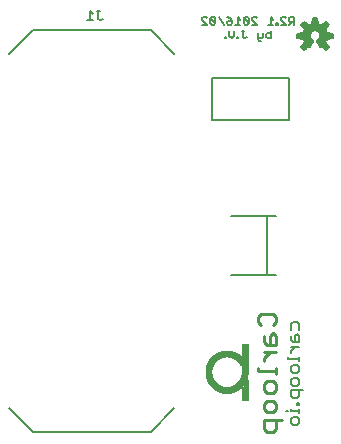
<source format=gbo>
G75*
%MOIN*%
%OFA0B0*%
%FSLAX25Y25*%
%IPPOS*%
%LPD*%
%AMOC8*
5,1,8,0,0,1.08239X$1,22.5*
%
%ADD10C,0.01100*%
%ADD11C,0.00500*%
%ADD12C,0.00700*%
%ADD13C,0.00600*%
%ADD14C,0.00591*%
%ADD15C,0.00800*%
%ADD16C,0.00000*%
%ADD17C,0.00001*%
D10*
X0319513Y0217495D02*
X0320497Y0216511D01*
X0322466Y0216511D01*
X0323450Y0217495D01*
X0323450Y0220448D01*
X0325418Y0220448D02*
X0319513Y0220448D01*
X0319513Y0217495D01*
X0320497Y0222956D02*
X0319513Y0223941D01*
X0319513Y0225909D01*
X0320497Y0226893D01*
X0322466Y0226893D01*
X0323450Y0225909D01*
X0323450Y0223941D01*
X0322466Y0222956D01*
X0320497Y0222956D01*
X0320497Y0229402D02*
X0319513Y0230386D01*
X0319513Y0232354D01*
X0320497Y0233339D01*
X0322466Y0233339D01*
X0323450Y0232354D01*
X0323450Y0230386D01*
X0322466Y0229402D01*
X0320497Y0229402D01*
X0323450Y0235667D02*
X0323450Y0237636D01*
X0323450Y0236651D02*
X0317545Y0236651D01*
X0317545Y0237636D01*
X0319513Y0240054D02*
X0319513Y0241039D01*
X0321482Y0243007D01*
X0323450Y0243007D02*
X0319513Y0243007D01*
X0320497Y0245516D02*
X0319513Y0246500D01*
X0319513Y0248468D01*
X0321482Y0248468D02*
X0322466Y0249452D01*
X0323450Y0248468D01*
X0323450Y0245516D01*
X0320497Y0245516D01*
X0321482Y0245516D02*
X0321482Y0248468D01*
X0322466Y0251961D02*
X0323450Y0252945D01*
X0323450Y0254914D01*
X0322466Y0255898D01*
X0318529Y0255898D01*
X0317545Y0254914D01*
X0317545Y0252945D01*
X0318529Y0251961D01*
D11*
X0242315Y0216571D02*
X0234441Y0224445D01*
X0242315Y0216571D02*
X0281685Y0216571D01*
X0289559Y0224445D01*
X0289559Y0342555D02*
X0281685Y0350429D01*
X0242315Y0350429D01*
X0234441Y0342555D01*
X0298861Y0352250D02*
X0300529Y0352250D01*
X0298861Y0353918D01*
X0298861Y0354335D01*
X0299278Y0354752D01*
X0300112Y0354752D01*
X0300529Y0354335D01*
X0301623Y0354335D02*
X0303291Y0352667D01*
X0302874Y0352250D01*
X0302040Y0352250D01*
X0301623Y0352667D01*
X0301623Y0354335D01*
X0302040Y0354752D01*
X0302874Y0354752D01*
X0303291Y0354335D01*
X0303291Y0352667D01*
X0304385Y0354752D02*
X0306054Y0352250D01*
X0307148Y0352667D02*
X0307148Y0353084D01*
X0307565Y0353501D01*
X0308816Y0353501D01*
X0308816Y0352667D01*
X0308399Y0352250D01*
X0307565Y0352250D01*
X0307148Y0352667D01*
X0307982Y0354335D02*
X0308816Y0353501D01*
X0307982Y0354335D02*
X0307148Y0354752D01*
X0310744Y0354752D02*
X0310744Y0352250D01*
X0311578Y0352250D02*
X0309910Y0352250D01*
X0309506Y0350252D02*
X0309506Y0348584D01*
X0308672Y0347750D01*
X0307838Y0348584D01*
X0307838Y0350252D01*
X0306744Y0348167D02*
X0306327Y0348167D01*
X0306327Y0347750D01*
X0306744Y0347750D01*
X0306744Y0348167D01*
X0310471Y0348167D02*
X0310471Y0347750D01*
X0310888Y0347750D01*
X0310888Y0348167D01*
X0310471Y0348167D01*
X0312399Y0348167D02*
X0312399Y0350252D01*
X0312816Y0350252D02*
X0311982Y0350252D01*
X0312399Y0348167D02*
X0312816Y0347750D01*
X0313233Y0347750D01*
X0313650Y0348167D01*
X0317507Y0347750D02*
X0318758Y0347750D01*
X0319175Y0348167D01*
X0319175Y0349418D01*
X0320269Y0349001D02*
X0320269Y0348167D01*
X0320686Y0347750D01*
X0321937Y0347750D01*
X0321937Y0350252D01*
X0321937Y0349418D02*
X0320686Y0349418D01*
X0320269Y0349001D01*
X0317507Y0349418D02*
X0317507Y0347333D01*
X0317924Y0346916D01*
X0318341Y0346916D01*
X0317103Y0352250D02*
X0315435Y0353918D01*
X0315435Y0354335D01*
X0315852Y0354752D01*
X0316686Y0354752D01*
X0317103Y0354335D01*
X0317103Y0352250D02*
X0315435Y0352250D01*
X0314341Y0352667D02*
X0312673Y0354335D01*
X0312673Y0352667D01*
X0313090Y0352250D01*
X0313924Y0352250D01*
X0314341Y0352667D01*
X0314341Y0354335D01*
X0313924Y0354752D01*
X0313090Y0354752D01*
X0312673Y0354335D01*
X0311578Y0353918D02*
X0310744Y0354752D01*
X0320960Y0352250D02*
X0322628Y0352250D01*
X0321794Y0352250D02*
X0321794Y0354752D01*
X0322628Y0353918D01*
X0323592Y0352667D02*
X0323592Y0352250D01*
X0324009Y0352250D01*
X0324009Y0352667D01*
X0323592Y0352667D01*
X0325103Y0352250D02*
X0326771Y0352250D01*
X0325103Y0353918D01*
X0325103Y0354335D01*
X0325520Y0354752D01*
X0326354Y0354752D01*
X0326771Y0354335D01*
X0327865Y0354335D02*
X0327865Y0353501D01*
X0328283Y0353084D01*
X0329534Y0353084D01*
X0329534Y0352250D02*
X0329534Y0354752D01*
X0328283Y0354752D01*
X0327865Y0354335D01*
X0328700Y0353084D02*
X0327865Y0352250D01*
D12*
X0329248Y0253105D02*
X0330516Y0253105D01*
X0331150Y0252471D01*
X0331150Y0250570D01*
X0330516Y0248962D02*
X0329882Y0248328D01*
X0329882Y0246426D01*
X0329248Y0246426D02*
X0331150Y0246426D01*
X0331150Y0248328D01*
X0330516Y0248962D01*
X0328615Y0248328D02*
X0328615Y0247060D01*
X0329248Y0246426D01*
X0328615Y0244818D02*
X0331150Y0244818D01*
X0329882Y0244818D02*
X0328615Y0243551D01*
X0328615Y0242917D01*
X0327347Y0241365D02*
X0327347Y0240731D01*
X0331150Y0240731D01*
X0331150Y0240098D02*
X0331150Y0241365D01*
X0330516Y0238603D02*
X0331150Y0237969D01*
X0331150Y0236701D01*
X0330516Y0236067D01*
X0329248Y0236067D01*
X0328615Y0236701D01*
X0328615Y0237969D01*
X0329248Y0238603D01*
X0330516Y0238603D01*
X0330516Y0234459D02*
X0329248Y0234459D01*
X0328615Y0233826D01*
X0328615Y0232558D01*
X0329248Y0231924D01*
X0330516Y0231924D01*
X0331150Y0232558D01*
X0331150Y0233826D01*
X0330516Y0234459D01*
X0331150Y0230316D02*
X0331150Y0228414D01*
X0330516Y0227780D01*
X0329248Y0227780D01*
X0328615Y0228414D01*
X0328615Y0230316D01*
X0332418Y0230316D01*
X0331150Y0226172D02*
X0331150Y0225538D01*
X0330516Y0225538D01*
X0330516Y0226172D01*
X0331150Y0226172D01*
X0331150Y0224101D02*
X0331150Y0222833D01*
X0331150Y0223467D02*
X0328615Y0223467D01*
X0328615Y0224101D01*
X0327347Y0223467D02*
X0326713Y0223467D01*
X0329248Y0221338D02*
X0330516Y0221338D01*
X0331150Y0220704D01*
X0331150Y0219437D01*
X0330516Y0218803D01*
X0329248Y0218803D01*
X0328615Y0219437D01*
X0328615Y0220704D01*
X0329248Y0221338D01*
X0328615Y0250570D02*
X0328615Y0252471D01*
X0329248Y0253105D01*
D13*
X0265215Y0353682D02*
X0264715Y0353682D01*
X0264214Y0354182D01*
X0264214Y0356684D01*
X0263714Y0356684D02*
X0264715Y0356684D01*
X0262401Y0355684D02*
X0261400Y0356684D01*
X0261400Y0353682D01*
X0262401Y0353682D02*
X0260399Y0353682D01*
X0265215Y0353682D02*
X0265716Y0354182D01*
D14*
X0330639Y0349220D02*
X0330639Y0347780D01*
X0332544Y0347587D01*
X0332749Y0346946D01*
X0333057Y0346348D01*
X0331846Y0344864D01*
X0332864Y0343846D01*
X0334348Y0345057D01*
X0334946Y0344749D01*
X0335794Y0346795D01*
X0335409Y0347012D01*
X0335086Y0347314D01*
X0334845Y0347684D01*
X0334699Y0348100D01*
X0334655Y0348540D01*
X0334718Y0348977D01*
X0334882Y0349387D01*
X0335140Y0349746D01*
X0335475Y0350034D01*
X0335869Y0350234D01*
X0336299Y0350334D01*
X0336741Y0350329D01*
X0337169Y0350220D01*
X0337559Y0350011D01*
X0337888Y0349717D01*
X0338137Y0349352D01*
X0338293Y0348939D01*
X0338346Y0348500D01*
X0338295Y0348069D01*
X0338145Y0347662D01*
X0337903Y0347301D01*
X0337585Y0347007D01*
X0337206Y0346795D01*
X0338054Y0344749D01*
X0338652Y0345057D01*
X0340136Y0343846D01*
X0341154Y0344864D01*
X0339943Y0346348D01*
X0340251Y0346946D01*
X0340456Y0347587D01*
X0342361Y0347780D01*
X0342361Y0349220D01*
X0340456Y0349413D01*
X0340251Y0350054D01*
X0339943Y0350652D01*
X0341154Y0352136D01*
X0340136Y0353154D01*
X0338652Y0351943D01*
X0338054Y0352251D01*
X0337413Y0352456D01*
X0337220Y0354361D01*
X0335780Y0354361D01*
X0335587Y0352456D01*
X0334946Y0352251D01*
X0334348Y0351943D01*
X0332864Y0353154D01*
X0331846Y0352136D01*
X0333057Y0350652D01*
X0332749Y0350054D01*
X0332544Y0349413D01*
X0330639Y0349220D01*
X0330639Y0348930D02*
X0334711Y0348930D01*
X0334675Y0348341D02*
X0330639Y0348341D01*
X0330921Y0347752D02*
X0334821Y0347752D01*
X0335248Y0347162D02*
X0332680Y0347162D01*
X0332941Y0346573D02*
X0335702Y0346573D01*
X0335458Y0345984D02*
X0332760Y0345984D01*
X0332280Y0345395D02*
X0335214Y0345395D01*
X0334970Y0344806D02*
X0334835Y0344806D01*
X0334041Y0344806D02*
X0331904Y0344806D01*
X0332493Y0344217D02*
X0333319Y0344217D01*
X0337542Y0345984D02*
X0340240Y0345984D01*
X0340059Y0346573D02*
X0337298Y0346573D01*
X0337753Y0347162D02*
X0340321Y0347162D01*
X0340720Y0345395D02*
X0337786Y0345395D01*
X0338030Y0344806D02*
X0338165Y0344806D01*
X0338959Y0344806D02*
X0341096Y0344806D01*
X0340507Y0344217D02*
X0339681Y0344217D01*
X0338178Y0347752D02*
X0342079Y0347752D01*
X0342361Y0348341D02*
X0338327Y0348341D01*
X0338294Y0348930D02*
X0342361Y0348930D01*
X0340423Y0349519D02*
X0338023Y0349519D01*
X0337378Y0350108D02*
X0340223Y0350108D01*
X0339980Y0350697D02*
X0333020Y0350697D01*
X0332777Y0350108D02*
X0335621Y0350108D01*
X0334977Y0349519D02*
X0332577Y0349519D01*
X0332539Y0351286D02*
X0340461Y0351286D01*
X0340941Y0351875D02*
X0332059Y0351875D01*
X0332175Y0352464D02*
X0333710Y0352464D01*
X0332987Y0353053D02*
X0332764Y0353053D01*
X0335647Y0353053D02*
X0337353Y0353053D01*
X0337413Y0352464D02*
X0335587Y0352464D01*
X0335707Y0353642D02*
X0337293Y0353642D01*
X0337233Y0354231D02*
X0335767Y0354231D01*
X0339290Y0352464D02*
X0340825Y0352464D01*
X0340236Y0353053D02*
X0340013Y0353053D01*
D15*
X0327902Y0334500D02*
X0302098Y0334500D01*
X0302098Y0320500D01*
X0327902Y0320500D01*
X0327902Y0334500D01*
X0323480Y0288343D02*
X0320512Y0288343D01*
X0320512Y0268657D01*
X0323480Y0268657D01*
X0320512Y0268657D02*
X0308520Y0268657D01*
X0308520Y0288343D02*
X0320512Y0288343D01*
D16*
X0314023Y0245760D02*
X0314023Y0236500D01*
X0313935Y0235388D01*
X0313681Y0234330D01*
X0313257Y0233306D01*
X0312683Y0232372D01*
X0311967Y0231534D01*
X0311129Y0230818D01*
X0310195Y0230244D01*
X0309171Y0229820D01*
X0308113Y0229566D01*
X0306999Y0229478D01*
X0305887Y0229566D01*
X0304829Y0229820D01*
X0303805Y0230244D01*
X0302871Y0230818D01*
X0302033Y0231534D01*
X0301317Y0232372D01*
X0300743Y0233306D01*
X0300319Y0234330D01*
X0300065Y0235388D01*
X0299977Y0236502D01*
X0299979Y0236498D01*
X0300067Y0237610D01*
X0300321Y0238668D01*
X0300745Y0239692D01*
X0301319Y0240626D01*
X0302035Y0241464D01*
X0302873Y0242180D01*
X0303807Y0242754D01*
X0304831Y0243178D01*
X0305889Y0243432D01*
X0307003Y0243520D01*
X0308035Y0243446D01*
X0309045Y0243222D01*
X0310009Y0242850D01*
X0310909Y0242338D01*
X0311723Y0241700D01*
X0311723Y0238600D01*
X0311117Y0239620D01*
X0310295Y0240476D01*
X0309299Y0241122D01*
X0308183Y0241524D01*
X0307003Y0241660D01*
X0305409Y0241408D01*
X0303973Y0240672D01*
X0302831Y0239530D01*
X0302095Y0238094D01*
X0301843Y0236500D01*
X0302095Y0234906D01*
X0302831Y0233470D01*
X0303973Y0232328D01*
X0305409Y0231592D01*
X0307003Y0231340D01*
X0308597Y0231592D01*
X0310033Y0232328D01*
X0311175Y0233470D01*
X0311911Y0234906D01*
X0312163Y0236500D01*
X0312163Y0245760D01*
X0314023Y0245760D01*
X0314017Y0233760D02*
X0314017Y0227240D01*
X0312157Y0227240D01*
X0312157Y0231020D01*
X0312159Y0231018D01*
X0312191Y0231050D01*
X0312223Y0231082D01*
X0312255Y0231114D01*
X0312287Y0231146D01*
X0312319Y0231178D01*
X0312741Y0231636D01*
X0313125Y0232126D01*
X0313467Y0232646D01*
X0313765Y0233192D01*
X0314017Y0233760D01*
D17*
X0314017Y0233760D01*
X0314016Y0233759D02*
X0314017Y0233759D01*
X0314016Y0233758D02*
X0314017Y0233758D01*
X0314016Y0233757D02*
X0314017Y0233757D01*
X0314017Y0233756D02*
X0314015Y0233756D01*
X0314015Y0233755D02*
X0314017Y0233755D01*
X0314017Y0233754D02*
X0314014Y0233754D01*
X0314014Y0233753D02*
X0314017Y0233753D01*
X0314017Y0233752D02*
X0314013Y0233752D01*
X0314013Y0233751D02*
X0314017Y0233751D01*
X0314017Y0233750D02*
X0314013Y0233750D01*
X0314012Y0233749D02*
X0314017Y0233749D01*
X0314017Y0233748D02*
X0314012Y0233748D01*
X0314011Y0233747D02*
X0314017Y0233747D01*
X0314017Y0233746D02*
X0314011Y0233746D01*
X0314010Y0233745D02*
X0314017Y0233745D01*
X0314017Y0233744D02*
X0314010Y0233744D01*
X0314009Y0233743D02*
X0314017Y0233743D01*
X0314017Y0233742D02*
X0314009Y0233742D01*
X0314009Y0233741D02*
X0314017Y0233741D01*
X0314017Y0233740D02*
X0314008Y0233740D01*
X0314008Y0233739D02*
X0314017Y0233739D01*
X0314017Y0233738D02*
X0314007Y0233738D01*
X0314007Y0233737D02*
X0314017Y0233737D01*
X0314017Y0233736D02*
X0314006Y0233736D01*
X0314006Y0233735D02*
X0314017Y0233735D01*
X0314017Y0233734D02*
X0314006Y0233734D01*
X0314005Y0233733D02*
X0314017Y0233733D01*
X0314017Y0233732D02*
X0314005Y0233732D01*
X0314004Y0233731D02*
X0314017Y0233731D01*
X0314017Y0233730D02*
X0314004Y0233730D01*
X0314003Y0233729D02*
X0314017Y0233729D01*
X0314017Y0233728D02*
X0314003Y0233728D01*
X0314003Y0233727D02*
X0314017Y0233727D01*
X0314017Y0233726D02*
X0314002Y0233726D01*
X0314002Y0233725D02*
X0314017Y0233725D01*
X0314017Y0233724D02*
X0314001Y0233724D01*
X0314001Y0233723D02*
X0314017Y0233723D01*
X0314017Y0233722D02*
X0314000Y0233722D01*
X0314000Y0233721D02*
X0314017Y0233721D01*
X0314017Y0233720D02*
X0313999Y0233720D01*
X0313999Y0233719D02*
X0314017Y0233719D01*
X0313999Y0233719D01*
X0313998Y0233718D02*
X0314017Y0233718D01*
X0314017Y0233717D02*
X0313998Y0233717D01*
X0313997Y0233716D02*
X0314017Y0233716D01*
X0314017Y0233715D02*
X0313997Y0233715D01*
X0313996Y0233714D02*
X0314017Y0233714D01*
X0314017Y0233713D02*
X0313996Y0233713D01*
X0313996Y0233712D02*
X0314017Y0233712D01*
X0314017Y0233711D02*
X0313995Y0233711D01*
X0313995Y0233710D02*
X0314017Y0233710D01*
X0314017Y0233709D02*
X0313994Y0233709D01*
X0313994Y0233708D02*
X0314017Y0233708D01*
X0314017Y0233707D02*
X0313993Y0233707D01*
X0313993Y0233706D02*
X0314017Y0233706D01*
X0314017Y0233705D02*
X0313992Y0233705D01*
X0313992Y0233704D02*
X0314017Y0233704D01*
X0314017Y0233703D02*
X0313992Y0233703D01*
X0313991Y0233702D02*
X0314017Y0233702D01*
X0314017Y0233701D02*
X0313991Y0233701D01*
X0313990Y0233700D02*
X0314017Y0233700D01*
X0314017Y0233699D02*
X0313990Y0233699D01*
X0313989Y0233698D02*
X0314017Y0233698D01*
X0314017Y0233697D02*
X0313989Y0233697D01*
X0313989Y0233696D02*
X0314017Y0233696D01*
X0314017Y0233695D02*
X0313988Y0233695D01*
X0313988Y0233694D02*
X0314017Y0233694D01*
X0314017Y0233693D02*
X0313987Y0233693D01*
X0313987Y0233692D02*
X0314017Y0233692D01*
X0314017Y0233691D02*
X0313986Y0233691D01*
X0313986Y0233690D02*
X0314017Y0233690D01*
X0314017Y0233689D02*
X0313985Y0233689D01*
X0313985Y0233688D02*
X0314017Y0233688D01*
X0314017Y0233687D02*
X0313985Y0233687D01*
X0313984Y0233686D02*
X0314017Y0233686D01*
X0314017Y0233685D02*
X0313984Y0233685D01*
X0313983Y0233684D02*
X0314017Y0233684D01*
X0314017Y0233683D02*
X0313983Y0233683D01*
X0313982Y0233682D02*
X0314017Y0233682D01*
X0314017Y0233681D02*
X0313982Y0233681D01*
X0313982Y0233680D02*
X0314017Y0233680D01*
X0314017Y0233679D02*
X0313981Y0233679D01*
X0313981Y0233678D02*
X0314017Y0233678D01*
X0314017Y0233677D02*
X0313980Y0233677D01*
X0313980Y0233676D02*
X0314017Y0233676D01*
X0314017Y0233675D02*
X0313979Y0233675D01*
X0313979Y0233674D02*
X0314017Y0233674D01*
X0314017Y0233673D02*
X0313978Y0233673D01*
X0313978Y0233672D02*
X0314017Y0233672D01*
X0314017Y0233671D02*
X0313978Y0233671D01*
X0313977Y0233670D02*
X0314017Y0233670D01*
X0314017Y0233669D02*
X0313977Y0233669D01*
X0313976Y0233668D02*
X0314017Y0233668D01*
X0314017Y0233667D02*
X0313976Y0233667D01*
X0313975Y0233666D02*
X0314017Y0233666D01*
X0314017Y0233665D02*
X0313975Y0233665D01*
X0313975Y0233664D02*
X0314017Y0233664D01*
X0314017Y0233663D02*
X0313974Y0233663D01*
X0313974Y0233662D02*
X0314017Y0233662D01*
X0314017Y0233661D02*
X0313973Y0233661D01*
X0313973Y0233660D02*
X0314017Y0233660D01*
X0314017Y0233659D02*
X0313972Y0233659D01*
X0313972Y0233658D02*
X0314017Y0233658D01*
X0314017Y0233657D02*
X0313972Y0233657D01*
X0313971Y0233656D02*
X0314017Y0233656D01*
X0313971Y0233656D01*
X0313970Y0233655D02*
X0314017Y0233655D01*
X0314017Y0233654D02*
X0313970Y0233654D01*
X0313969Y0233653D02*
X0314017Y0233653D01*
X0314017Y0233652D02*
X0313969Y0233652D01*
X0313968Y0233651D02*
X0314017Y0233651D01*
X0314017Y0233650D02*
X0313968Y0233650D01*
X0313968Y0233649D02*
X0314017Y0233649D01*
X0314017Y0233648D02*
X0313967Y0233648D01*
X0313967Y0233647D02*
X0314017Y0233647D01*
X0314017Y0233646D02*
X0313966Y0233646D01*
X0313966Y0233645D02*
X0314017Y0233645D01*
X0314017Y0233644D02*
X0313965Y0233644D01*
X0313965Y0233643D02*
X0314017Y0233643D01*
X0314017Y0233642D02*
X0313965Y0233642D01*
X0313964Y0233641D02*
X0314017Y0233641D01*
X0314017Y0233640D02*
X0313964Y0233640D01*
X0313963Y0233639D02*
X0314017Y0233639D01*
X0314017Y0233638D02*
X0313963Y0233638D01*
X0313962Y0233637D02*
X0314017Y0233637D01*
X0314017Y0233636D02*
X0313962Y0233636D01*
X0313961Y0233635D02*
X0314017Y0233635D01*
X0314017Y0233634D02*
X0313961Y0233634D01*
X0313961Y0233633D02*
X0314017Y0233633D01*
X0314017Y0233632D02*
X0313960Y0233632D01*
X0313960Y0233631D02*
X0314017Y0233631D01*
X0314017Y0233630D02*
X0313959Y0233630D01*
X0313959Y0233629D02*
X0314017Y0233629D01*
X0314017Y0233628D02*
X0313958Y0233628D01*
X0313958Y0233627D02*
X0314017Y0233627D01*
X0314017Y0233626D02*
X0313958Y0233626D01*
X0313957Y0233625D02*
X0314017Y0233625D01*
X0314017Y0233624D02*
X0313957Y0233624D01*
X0313956Y0233623D02*
X0314017Y0233623D01*
X0314017Y0233622D02*
X0313956Y0233622D01*
X0313955Y0233621D02*
X0314017Y0233621D01*
X0314017Y0233620D02*
X0313955Y0233620D01*
X0313954Y0233619D02*
X0314017Y0233619D01*
X0314017Y0233618D02*
X0313954Y0233618D01*
X0313954Y0233617D02*
X0314017Y0233617D01*
X0314017Y0233616D02*
X0313953Y0233616D01*
X0313953Y0233615D02*
X0314017Y0233615D01*
X0314017Y0233614D02*
X0313952Y0233614D01*
X0313952Y0233613D02*
X0314017Y0233613D01*
X0314017Y0233612D02*
X0313951Y0233612D01*
X0313951Y0233611D02*
X0314017Y0233611D01*
X0314017Y0233610D02*
X0313951Y0233610D01*
X0313950Y0233609D02*
X0314017Y0233609D01*
X0314017Y0233608D02*
X0313950Y0233608D01*
X0313949Y0233607D02*
X0314017Y0233607D01*
X0314017Y0233606D02*
X0313949Y0233606D01*
X0313948Y0233605D02*
X0314017Y0233605D01*
X0314017Y0233604D02*
X0313948Y0233604D01*
X0313947Y0233603D02*
X0314017Y0233603D01*
X0314017Y0233602D02*
X0313947Y0233602D01*
X0313947Y0233601D02*
X0314017Y0233601D01*
X0314017Y0233600D02*
X0313946Y0233600D01*
X0313946Y0233599D02*
X0314017Y0233599D01*
X0314017Y0233598D02*
X0313945Y0233598D01*
X0313945Y0233597D02*
X0314017Y0233597D01*
X0314017Y0233596D02*
X0313944Y0233596D01*
X0313944Y0233595D02*
X0314017Y0233595D01*
X0314017Y0233594D02*
X0313944Y0233594D01*
X0313943Y0233594D02*
X0314017Y0233594D01*
X0314017Y0233593D02*
X0313943Y0233593D01*
X0313942Y0233592D02*
X0314017Y0233592D01*
X0314017Y0233591D02*
X0313942Y0233591D01*
X0313941Y0233590D02*
X0314017Y0233590D01*
X0314017Y0233589D02*
X0313941Y0233589D01*
X0313941Y0233588D02*
X0314017Y0233588D01*
X0314017Y0233587D02*
X0313940Y0233587D01*
X0313940Y0233586D02*
X0314017Y0233586D01*
X0314017Y0233585D02*
X0313939Y0233585D01*
X0313939Y0233584D02*
X0314017Y0233584D01*
X0314017Y0233583D02*
X0313938Y0233583D01*
X0313938Y0233582D02*
X0314017Y0233582D01*
X0314017Y0233581D02*
X0313937Y0233581D01*
X0313937Y0233580D02*
X0314017Y0233580D01*
X0314017Y0233579D02*
X0313937Y0233579D01*
X0313936Y0233578D02*
X0314017Y0233578D01*
X0314017Y0233577D02*
X0313936Y0233577D01*
X0313935Y0233576D02*
X0314017Y0233576D01*
X0314017Y0233575D02*
X0313935Y0233575D01*
X0313934Y0233574D02*
X0314017Y0233574D01*
X0314017Y0233573D02*
X0313934Y0233573D01*
X0313934Y0233572D02*
X0314017Y0233572D01*
X0314017Y0233571D02*
X0313933Y0233571D01*
X0313933Y0233570D02*
X0314017Y0233570D01*
X0314017Y0233569D02*
X0313932Y0233569D01*
X0313932Y0233568D02*
X0314017Y0233568D01*
X0314017Y0233567D02*
X0313931Y0233567D01*
X0313931Y0233566D02*
X0314017Y0233566D01*
X0314017Y0233565D02*
X0313930Y0233565D01*
X0313930Y0233564D02*
X0314017Y0233564D01*
X0314017Y0233563D02*
X0313930Y0233563D01*
X0313929Y0233562D02*
X0314017Y0233562D01*
X0314017Y0233561D02*
X0313929Y0233561D01*
X0313928Y0233560D02*
X0314017Y0233560D01*
X0314017Y0233559D02*
X0313928Y0233559D01*
X0313927Y0233558D02*
X0314017Y0233558D01*
X0314017Y0233557D02*
X0313927Y0233557D01*
X0313927Y0233556D02*
X0314017Y0233556D01*
X0314017Y0233555D02*
X0313926Y0233555D01*
X0313926Y0233554D02*
X0314017Y0233554D01*
X0314017Y0233553D02*
X0313925Y0233553D01*
X0313925Y0233552D02*
X0314017Y0233552D01*
X0314017Y0233551D02*
X0313924Y0233551D01*
X0313924Y0233550D02*
X0314017Y0233550D01*
X0314017Y0233549D02*
X0313923Y0233549D01*
X0313923Y0233548D02*
X0314017Y0233548D01*
X0314017Y0233547D02*
X0313923Y0233547D01*
X0313922Y0233546D02*
X0314017Y0233546D01*
X0314017Y0233545D02*
X0313922Y0233545D01*
X0313921Y0233544D02*
X0314017Y0233544D01*
X0314017Y0233543D02*
X0313921Y0233543D01*
X0313920Y0233542D02*
X0314017Y0233542D01*
X0314017Y0233541D02*
X0313920Y0233541D01*
X0313920Y0233540D02*
X0314017Y0233540D01*
X0314017Y0233539D02*
X0313919Y0233539D01*
X0313919Y0233538D02*
X0314017Y0233538D01*
X0314017Y0233537D02*
X0313918Y0233537D01*
X0313918Y0233536D02*
X0314017Y0233536D01*
X0314017Y0233535D02*
X0313917Y0233535D01*
X0313917Y0233534D02*
X0314017Y0233534D01*
X0314017Y0233533D02*
X0313916Y0233533D01*
X0313916Y0233532D02*
X0314017Y0233532D01*
X0314017Y0233531D02*
X0313916Y0233531D01*
X0313915Y0233531D02*
X0314017Y0233531D01*
X0314017Y0233530D02*
X0313915Y0233530D01*
X0313914Y0233529D02*
X0314017Y0233529D01*
X0314017Y0233528D02*
X0313914Y0233528D01*
X0313913Y0233527D02*
X0314017Y0233527D01*
X0314017Y0233526D02*
X0313913Y0233526D01*
X0313913Y0233525D02*
X0314017Y0233525D01*
X0314017Y0233524D02*
X0313912Y0233524D01*
X0313912Y0233523D02*
X0314017Y0233523D01*
X0314017Y0233522D02*
X0313911Y0233522D01*
X0313911Y0233521D02*
X0314017Y0233521D01*
X0314017Y0233520D02*
X0313910Y0233520D01*
X0313910Y0233519D02*
X0314017Y0233519D01*
X0314017Y0233518D02*
X0313909Y0233518D01*
X0313909Y0233517D02*
X0314017Y0233517D01*
X0314017Y0233516D02*
X0313909Y0233516D01*
X0313908Y0233515D02*
X0314017Y0233515D01*
X0314017Y0233514D02*
X0313908Y0233514D01*
X0313907Y0233513D02*
X0314017Y0233513D01*
X0314017Y0233512D02*
X0313907Y0233512D01*
X0313906Y0233511D02*
X0314017Y0233511D01*
X0314017Y0233510D02*
X0313906Y0233510D01*
X0313906Y0233509D02*
X0314017Y0233509D01*
X0314017Y0233508D02*
X0313905Y0233508D01*
X0313905Y0233507D02*
X0314017Y0233507D01*
X0314017Y0233506D02*
X0313904Y0233506D01*
X0313904Y0233505D02*
X0314017Y0233505D01*
X0314017Y0233504D02*
X0313903Y0233504D01*
X0313903Y0233503D02*
X0314017Y0233503D01*
X0314017Y0233502D02*
X0313903Y0233502D01*
X0313902Y0233501D02*
X0314017Y0233501D01*
X0314017Y0233500D02*
X0313902Y0233500D01*
X0313901Y0233499D02*
X0314017Y0233499D01*
X0314017Y0233498D02*
X0313901Y0233498D01*
X0313900Y0233497D02*
X0314017Y0233497D01*
X0314017Y0233496D02*
X0313900Y0233496D01*
X0313899Y0233495D02*
X0314017Y0233495D01*
X0314017Y0233494D02*
X0313899Y0233494D01*
X0313899Y0233493D02*
X0314017Y0233493D01*
X0314017Y0233492D02*
X0313898Y0233492D01*
X0313898Y0233491D02*
X0314017Y0233491D01*
X0314017Y0233490D02*
X0313897Y0233490D01*
X0313897Y0233489D02*
X0314017Y0233489D01*
X0314017Y0233488D02*
X0313896Y0233488D01*
X0313896Y0233487D02*
X0314017Y0233487D01*
X0314017Y0233486D02*
X0313896Y0233486D01*
X0313895Y0233485D02*
X0314017Y0233485D01*
X0314017Y0233484D02*
X0313895Y0233484D01*
X0313894Y0233483D02*
X0314017Y0233483D01*
X0314017Y0233482D02*
X0313894Y0233482D01*
X0313893Y0233481D02*
X0314017Y0233481D01*
X0314017Y0233480D02*
X0313893Y0233480D01*
X0313892Y0233479D02*
X0314017Y0233479D01*
X0314017Y0233478D02*
X0313892Y0233478D01*
X0313892Y0233477D02*
X0314017Y0233477D01*
X0314017Y0233476D02*
X0313891Y0233476D01*
X0313891Y0233475D02*
X0314017Y0233475D01*
X0314017Y0233474D02*
X0313890Y0233474D01*
X0313890Y0233473D02*
X0314017Y0233473D01*
X0314017Y0233472D02*
X0313889Y0233472D01*
X0313889Y0233471D02*
X0314017Y0233471D01*
X0314017Y0233470D02*
X0313889Y0233470D01*
X0313888Y0233469D02*
X0314017Y0233469D01*
X0313888Y0233469D01*
X0313887Y0233468D02*
X0314017Y0233468D01*
X0314017Y0233467D02*
X0313887Y0233467D01*
X0313886Y0233466D02*
X0314017Y0233466D01*
X0314017Y0233465D02*
X0313886Y0233465D01*
X0313885Y0233464D02*
X0314017Y0233464D01*
X0314017Y0233463D02*
X0313885Y0233463D01*
X0313885Y0233462D02*
X0314017Y0233462D01*
X0314017Y0233461D02*
X0313884Y0233461D01*
X0313884Y0233460D02*
X0314017Y0233460D01*
X0314017Y0233459D02*
X0313883Y0233459D01*
X0313883Y0233458D02*
X0314017Y0233458D01*
X0314017Y0233457D02*
X0313882Y0233457D01*
X0313882Y0233456D02*
X0314017Y0233456D01*
X0314017Y0233455D02*
X0313882Y0233455D01*
X0313881Y0233454D02*
X0314017Y0233454D01*
X0314017Y0233453D02*
X0313881Y0233453D01*
X0313880Y0233452D02*
X0314017Y0233452D01*
X0314017Y0233451D02*
X0313880Y0233451D01*
X0313879Y0233450D02*
X0314017Y0233450D01*
X0314017Y0233449D02*
X0313879Y0233449D01*
X0313878Y0233448D02*
X0314017Y0233448D01*
X0314017Y0233447D02*
X0313878Y0233447D01*
X0313878Y0233446D02*
X0314017Y0233446D01*
X0314017Y0233445D02*
X0313877Y0233445D01*
X0313877Y0233444D02*
X0314017Y0233444D01*
X0314017Y0233443D02*
X0313876Y0233443D01*
X0313876Y0233442D02*
X0314017Y0233442D01*
X0314017Y0233441D02*
X0313875Y0233441D01*
X0313875Y0233440D02*
X0314017Y0233440D01*
X0314017Y0233439D02*
X0313875Y0233439D01*
X0313874Y0233438D02*
X0314017Y0233438D01*
X0314017Y0233437D02*
X0313874Y0233437D01*
X0313873Y0233436D02*
X0314017Y0233436D01*
X0314017Y0233435D02*
X0313873Y0233435D01*
X0313872Y0233434D02*
X0314017Y0233434D01*
X0314017Y0233433D02*
X0313872Y0233433D01*
X0313872Y0233432D02*
X0314017Y0233432D01*
X0314017Y0233431D02*
X0313871Y0233431D01*
X0313871Y0233430D02*
X0314017Y0233430D01*
X0314017Y0233429D02*
X0313870Y0233429D01*
X0313870Y0233428D02*
X0314017Y0233428D01*
X0314017Y0233427D02*
X0313869Y0233427D01*
X0313869Y0233426D02*
X0314017Y0233426D01*
X0314017Y0233425D02*
X0313868Y0233425D01*
X0313868Y0233424D02*
X0314017Y0233424D01*
X0314017Y0233423D02*
X0313868Y0233423D01*
X0313867Y0233422D02*
X0314017Y0233422D01*
X0314017Y0233421D02*
X0313867Y0233421D01*
X0313866Y0233420D02*
X0314017Y0233420D01*
X0314017Y0233419D02*
X0313866Y0233419D01*
X0313865Y0233418D02*
X0314017Y0233418D01*
X0314017Y0233417D02*
X0313865Y0233417D01*
X0313865Y0233416D02*
X0314017Y0233416D01*
X0314017Y0233415D02*
X0313864Y0233415D01*
X0313864Y0233414D02*
X0314017Y0233414D01*
X0314017Y0233413D02*
X0313863Y0233413D01*
X0313863Y0233412D02*
X0314017Y0233412D01*
X0314017Y0233411D02*
X0313862Y0233411D01*
X0313862Y0233410D02*
X0314017Y0233410D01*
X0314017Y0233409D02*
X0313861Y0233409D01*
X0313861Y0233408D02*
X0314017Y0233408D01*
X0314017Y0233407D02*
X0313861Y0233407D01*
X0313860Y0233406D02*
X0314017Y0233406D01*
X0313860Y0233406D01*
X0313859Y0233405D02*
X0314017Y0233405D01*
X0314017Y0233404D02*
X0313859Y0233404D01*
X0313858Y0233403D02*
X0314017Y0233403D01*
X0314017Y0233402D02*
X0313858Y0233402D01*
X0313858Y0233401D02*
X0314017Y0233401D01*
X0314017Y0233400D02*
X0313857Y0233400D01*
X0313857Y0233399D02*
X0314017Y0233399D01*
X0314017Y0233398D02*
X0313856Y0233398D01*
X0313856Y0233397D02*
X0314017Y0233397D01*
X0314017Y0233396D02*
X0313855Y0233396D01*
X0313855Y0233395D02*
X0314017Y0233395D01*
X0314017Y0233394D02*
X0313854Y0233394D01*
X0313854Y0233393D02*
X0314017Y0233393D01*
X0314017Y0233392D02*
X0313854Y0233392D01*
X0313853Y0233391D02*
X0314017Y0233391D01*
X0314017Y0233390D02*
X0313853Y0233390D01*
X0313852Y0233389D02*
X0314017Y0233389D01*
X0314017Y0233388D02*
X0313852Y0233388D01*
X0313851Y0233387D02*
X0314017Y0233387D01*
X0314017Y0233386D02*
X0313851Y0233386D01*
X0313851Y0233385D02*
X0314017Y0233385D01*
X0314017Y0233384D02*
X0313850Y0233384D01*
X0313850Y0233383D02*
X0314017Y0233383D01*
X0314017Y0233382D02*
X0313849Y0233382D01*
X0313849Y0233381D02*
X0314017Y0233381D01*
X0314017Y0233380D02*
X0313848Y0233380D01*
X0313848Y0233379D02*
X0314017Y0233379D01*
X0314017Y0233378D02*
X0313847Y0233378D01*
X0313847Y0233377D02*
X0314017Y0233377D01*
X0314017Y0233376D02*
X0313847Y0233376D01*
X0313846Y0233375D02*
X0314017Y0233375D01*
X0314017Y0233374D02*
X0313846Y0233374D01*
X0313845Y0233373D02*
X0314017Y0233373D01*
X0314017Y0233372D02*
X0313845Y0233372D01*
X0313844Y0233371D02*
X0314017Y0233371D01*
X0314017Y0233370D02*
X0313844Y0233370D01*
X0313844Y0233369D02*
X0314017Y0233369D01*
X0314017Y0233368D02*
X0313843Y0233368D01*
X0313843Y0233367D02*
X0314017Y0233367D01*
X0314017Y0233366D02*
X0313842Y0233366D01*
X0313842Y0233365D02*
X0314017Y0233365D01*
X0314017Y0233364D02*
X0313841Y0233364D01*
X0313841Y0233363D02*
X0314017Y0233363D01*
X0314017Y0233362D02*
X0313841Y0233362D01*
X0313840Y0233361D02*
X0314017Y0233361D01*
X0314017Y0233360D02*
X0313840Y0233360D01*
X0313839Y0233359D02*
X0314017Y0233359D01*
X0314017Y0233358D02*
X0313839Y0233358D01*
X0313838Y0233357D02*
X0314017Y0233357D01*
X0314017Y0233356D02*
X0313838Y0233356D01*
X0313837Y0233355D02*
X0314017Y0233355D01*
X0314017Y0233354D02*
X0313837Y0233354D01*
X0313837Y0233353D02*
X0314017Y0233353D01*
X0314017Y0233352D02*
X0313836Y0233352D01*
X0313836Y0233351D02*
X0314017Y0233351D01*
X0314017Y0233350D02*
X0313835Y0233350D01*
X0313835Y0233349D02*
X0314017Y0233349D01*
X0314017Y0233348D02*
X0313834Y0233348D01*
X0313834Y0233347D02*
X0314017Y0233347D01*
X0314017Y0233346D02*
X0313834Y0233346D01*
X0313833Y0233345D02*
X0314017Y0233345D01*
X0314017Y0233344D02*
X0313833Y0233344D01*
X0313832Y0233344D02*
X0314017Y0233344D01*
X0314017Y0233343D02*
X0313832Y0233343D01*
X0313831Y0233342D02*
X0314017Y0233342D01*
X0314017Y0233341D02*
X0313831Y0233341D01*
X0313830Y0233340D02*
X0314017Y0233340D01*
X0314017Y0233339D02*
X0313830Y0233339D01*
X0313830Y0233338D02*
X0314017Y0233338D01*
X0314017Y0233337D02*
X0313829Y0233337D01*
X0313829Y0233336D02*
X0314017Y0233336D01*
X0314017Y0233335D02*
X0313828Y0233335D01*
X0313828Y0233334D02*
X0314017Y0233334D01*
X0314017Y0233333D02*
X0313827Y0233333D01*
X0313827Y0233332D02*
X0314017Y0233332D01*
X0314017Y0233331D02*
X0313827Y0233331D01*
X0313826Y0233330D02*
X0314017Y0233330D01*
X0314017Y0233329D02*
X0313826Y0233329D01*
X0313825Y0233328D02*
X0314017Y0233328D01*
X0314017Y0233327D02*
X0313825Y0233327D01*
X0313824Y0233326D02*
X0314017Y0233326D01*
X0314017Y0233325D02*
X0313824Y0233325D01*
X0313823Y0233324D02*
X0314017Y0233324D01*
X0314017Y0233323D02*
X0313823Y0233323D01*
X0313823Y0233322D02*
X0314017Y0233322D01*
X0314017Y0233321D02*
X0313822Y0233321D01*
X0313822Y0233320D02*
X0314017Y0233320D01*
X0314017Y0233319D02*
X0313821Y0233319D01*
X0313821Y0233318D02*
X0314017Y0233318D01*
X0314017Y0233317D02*
X0313820Y0233317D01*
X0313820Y0233316D02*
X0314017Y0233316D01*
X0314017Y0233315D02*
X0313820Y0233315D01*
X0313819Y0233314D02*
X0314017Y0233314D01*
X0314017Y0233313D02*
X0313819Y0233313D01*
X0313818Y0233312D02*
X0314017Y0233312D01*
X0314017Y0233311D02*
X0313818Y0233311D01*
X0313817Y0233310D02*
X0314017Y0233310D01*
X0314017Y0233309D02*
X0313817Y0233309D01*
X0313816Y0233308D02*
X0314017Y0233308D01*
X0314017Y0233307D02*
X0313816Y0233307D01*
X0313816Y0233306D02*
X0314017Y0233306D01*
X0314017Y0233305D02*
X0313815Y0233305D01*
X0313815Y0233304D02*
X0314017Y0233304D01*
X0314017Y0233303D02*
X0313814Y0233303D01*
X0313814Y0233302D02*
X0314017Y0233302D01*
X0314017Y0233301D02*
X0313813Y0233301D01*
X0313813Y0233300D02*
X0314017Y0233300D01*
X0314017Y0233299D02*
X0313813Y0233299D01*
X0313812Y0233298D02*
X0314017Y0233298D01*
X0314017Y0233297D02*
X0313812Y0233297D01*
X0313811Y0233296D02*
X0314017Y0233296D01*
X0314017Y0233295D02*
X0313811Y0233295D01*
X0313810Y0233294D02*
X0314017Y0233294D01*
X0314017Y0233293D02*
X0313810Y0233293D01*
X0313809Y0233292D02*
X0314017Y0233292D01*
X0314017Y0233291D02*
X0313809Y0233291D01*
X0313809Y0233290D02*
X0314017Y0233290D01*
X0314017Y0233289D02*
X0313808Y0233289D01*
X0313808Y0233288D02*
X0314017Y0233288D01*
X0314017Y0233287D02*
X0313807Y0233287D01*
X0313807Y0233286D02*
X0314017Y0233286D01*
X0314017Y0233285D02*
X0313806Y0233285D01*
X0313806Y0233284D02*
X0314017Y0233284D01*
X0314017Y0233283D02*
X0313806Y0233283D01*
X0313805Y0233282D02*
X0314017Y0233282D01*
X0314017Y0233281D02*
X0313805Y0233281D01*
X0313804Y0233281D02*
X0314017Y0233281D01*
X0314017Y0233280D02*
X0313804Y0233280D01*
X0313803Y0233279D02*
X0314017Y0233279D01*
X0314017Y0233278D02*
X0313803Y0233278D01*
X0313803Y0233277D02*
X0314017Y0233277D01*
X0314017Y0233276D02*
X0313802Y0233276D01*
X0313802Y0233275D02*
X0314017Y0233275D01*
X0314017Y0233274D02*
X0313801Y0233274D01*
X0313801Y0233273D02*
X0314017Y0233273D01*
X0314017Y0233272D02*
X0313800Y0233272D01*
X0313800Y0233271D02*
X0314017Y0233271D01*
X0314017Y0233270D02*
X0313799Y0233270D01*
X0313799Y0233269D02*
X0314017Y0233269D01*
X0314017Y0233268D02*
X0313799Y0233268D01*
X0313798Y0233267D02*
X0314017Y0233267D01*
X0314017Y0233266D02*
X0313798Y0233266D01*
X0313797Y0233265D02*
X0314017Y0233265D01*
X0314017Y0233264D02*
X0313797Y0233264D01*
X0313796Y0233263D02*
X0314017Y0233263D01*
X0314017Y0233262D02*
X0313796Y0233262D01*
X0313796Y0233261D02*
X0314017Y0233261D01*
X0314017Y0233260D02*
X0313795Y0233260D01*
X0313795Y0233259D02*
X0314017Y0233259D01*
X0314017Y0233258D02*
X0313794Y0233258D01*
X0313794Y0233257D02*
X0314017Y0233257D01*
X0314017Y0233256D02*
X0313793Y0233256D01*
X0313793Y0233255D02*
X0314017Y0233255D01*
X0314017Y0233254D02*
X0313792Y0233254D01*
X0313792Y0233253D02*
X0314017Y0233253D01*
X0314017Y0233252D02*
X0313792Y0233252D01*
X0313791Y0233251D02*
X0314017Y0233251D01*
X0314017Y0233250D02*
X0313791Y0233250D01*
X0313790Y0233249D02*
X0314017Y0233249D01*
X0314017Y0233248D02*
X0313790Y0233248D01*
X0313789Y0233247D02*
X0314017Y0233247D01*
X0314017Y0233246D02*
X0313789Y0233246D01*
X0313789Y0233245D02*
X0314017Y0233245D01*
X0314017Y0233244D02*
X0313788Y0233244D01*
X0313788Y0233243D02*
X0314017Y0233243D01*
X0314017Y0233242D02*
X0313787Y0233242D01*
X0313787Y0233241D02*
X0314017Y0233241D01*
X0314017Y0233240D02*
X0313786Y0233240D01*
X0313786Y0233239D02*
X0314017Y0233239D01*
X0314017Y0233238D02*
X0313785Y0233238D01*
X0313785Y0233237D02*
X0314017Y0233237D01*
X0314017Y0233236D02*
X0313785Y0233236D01*
X0313784Y0233235D02*
X0314017Y0233235D01*
X0314017Y0233234D02*
X0313784Y0233234D01*
X0313783Y0233233D02*
X0314017Y0233233D01*
X0314017Y0233232D02*
X0313783Y0233232D01*
X0313782Y0233231D02*
X0314017Y0233231D01*
X0314017Y0233230D02*
X0313782Y0233230D01*
X0313782Y0233229D02*
X0314017Y0233229D01*
X0314017Y0233228D02*
X0313781Y0233228D01*
X0313781Y0233227D02*
X0314017Y0233227D01*
X0314017Y0233226D02*
X0313780Y0233226D01*
X0313780Y0233225D02*
X0314017Y0233225D01*
X0314017Y0233224D02*
X0313779Y0233224D01*
X0313779Y0233223D02*
X0314017Y0233223D01*
X0314017Y0233222D02*
X0313778Y0233222D01*
X0313778Y0233221D02*
X0314017Y0233221D01*
X0314017Y0233220D02*
X0313778Y0233220D01*
X0313777Y0233219D02*
X0314017Y0233219D01*
X0313777Y0233219D01*
X0313776Y0233218D02*
X0314017Y0233218D01*
X0314017Y0233217D02*
X0313776Y0233217D01*
X0313775Y0233216D02*
X0314017Y0233216D01*
X0314017Y0233215D02*
X0313775Y0233215D01*
X0313775Y0233214D02*
X0314017Y0233214D01*
X0314017Y0233213D02*
X0313774Y0233213D01*
X0313774Y0233212D02*
X0314017Y0233212D01*
X0314017Y0233211D02*
X0313773Y0233211D01*
X0313773Y0233210D02*
X0314017Y0233210D01*
X0314017Y0233209D02*
X0313772Y0233209D01*
X0313772Y0233208D02*
X0314017Y0233208D01*
X0314017Y0233207D02*
X0313772Y0233207D01*
X0313771Y0233206D02*
X0314017Y0233206D01*
X0314017Y0233205D02*
X0313771Y0233205D01*
X0313770Y0233204D02*
X0314017Y0233204D01*
X0314017Y0233203D02*
X0313770Y0233203D01*
X0313769Y0233202D02*
X0314017Y0233202D01*
X0314017Y0233201D02*
X0313769Y0233201D01*
X0313768Y0233200D02*
X0314017Y0233200D01*
X0314017Y0233199D02*
X0313768Y0233199D01*
X0313768Y0233198D02*
X0314017Y0233198D01*
X0314017Y0233197D02*
X0313767Y0233197D01*
X0313767Y0233196D02*
X0314017Y0233196D01*
X0314017Y0233195D02*
X0313766Y0233195D01*
X0313766Y0233194D02*
X0314017Y0233194D01*
X0314017Y0233193D02*
X0313765Y0233193D01*
X0313765Y0233192D02*
X0314017Y0233192D01*
X0314017Y0233191D02*
X0313764Y0233191D01*
X0313764Y0233190D02*
X0314017Y0233190D01*
X0314017Y0233189D02*
X0313763Y0233189D01*
X0313763Y0233188D02*
X0314017Y0233188D01*
X0314017Y0233187D02*
X0313762Y0233187D01*
X0313762Y0233186D02*
X0314017Y0233186D01*
X0314017Y0233185D02*
X0313761Y0233185D01*
X0313761Y0233184D02*
X0314017Y0233184D01*
X0314017Y0233183D02*
X0313760Y0233183D01*
X0313760Y0233182D02*
X0314017Y0233182D01*
X0314017Y0233181D02*
X0313759Y0233181D01*
X0313759Y0233180D02*
X0314017Y0233180D01*
X0314017Y0233179D02*
X0313758Y0233179D01*
X0313757Y0233178D02*
X0314017Y0233178D01*
X0314017Y0233177D02*
X0313757Y0233177D01*
X0313756Y0233176D02*
X0314017Y0233176D01*
X0314017Y0233175D02*
X0313756Y0233175D01*
X0313755Y0233174D02*
X0314017Y0233174D01*
X0314017Y0233173D02*
X0313755Y0233173D01*
X0313754Y0233172D02*
X0314017Y0233172D01*
X0314017Y0233171D02*
X0313754Y0233171D01*
X0313753Y0233170D02*
X0314017Y0233170D01*
X0314017Y0233169D02*
X0313753Y0233169D01*
X0313752Y0233168D02*
X0314017Y0233168D01*
X0314017Y0233167D02*
X0313752Y0233167D01*
X0313751Y0233166D02*
X0314017Y0233166D01*
X0314017Y0233165D02*
X0313750Y0233165D01*
X0313750Y0233164D02*
X0314017Y0233164D01*
X0314017Y0233163D02*
X0313749Y0233163D01*
X0313749Y0233162D02*
X0314017Y0233162D01*
X0314017Y0233161D02*
X0313748Y0233161D01*
X0313748Y0233160D02*
X0314017Y0233160D01*
X0314017Y0233159D02*
X0313747Y0233159D01*
X0313747Y0233158D02*
X0314017Y0233158D01*
X0314017Y0233157D02*
X0313746Y0233157D01*
X0313746Y0233156D02*
X0314017Y0233156D01*
X0313745Y0233156D01*
X0313745Y0233155D02*
X0314017Y0233155D01*
X0314017Y0233154D02*
X0313744Y0233154D01*
X0313743Y0233153D02*
X0314017Y0233153D01*
X0314017Y0233152D02*
X0313743Y0233152D01*
X0313742Y0233151D02*
X0314017Y0233151D01*
X0314017Y0233150D02*
X0313742Y0233150D01*
X0313741Y0233149D02*
X0314017Y0233149D01*
X0314017Y0233148D02*
X0313741Y0233148D01*
X0313740Y0233147D02*
X0314017Y0233147D01*
X0314017Y0233146D02*
X0313740Y0233146D01*
X0313739Y0233145D02*
X0314017Y0233145D01*
X0314017Y0233144D02*
X0313739Y0233144D01*
X0313738Y0233143D02*
X0314017Y0233143D01*
X0314017Y0233142D02*
X0313738Y0233142D01*
X0313737Y0233141D02*
X0314017Y0233141D01*
X0314017Y0233140D02*
X0313736Y0233140D01*
X0313736Y0233139D02*
X0314017Y0233139D01*
X0314017Y0233138D02*
X0313735Y0233138D01*
X0313735Y0233137D02*
X0314017Y0233137D01*
X0314017Y0233136D02*
X0313734Y0233136D01*
X0313734Y0233135D02*
X0314017Y0233135D01*
X0314017Y0233134D02*
X0313733Y0233134D01*
X0313733Y0233133D02*
X0314017Y0233133D01*
X0314017Y0233132D02*
X0313732Y0233132D01*
X0313732Y0233131D02*
X0314017Y0233131D01*
X0314017Y0233130D02*
X0313731Y0233130D01*
X0313731Y0233129D02*
X0314017Y0233129D01*
X0314017Y0233128D02*
X0313730Y0233128D01*
X0313730Y0233127D02*
X0314017Y0233127D01*
X0314017Y0233126D02*
X0313729Y0233126D01*
X0313728Y0233125D02*
X0314017Y0233125D01*
X0314017Y0233124D02*
X0313728Y0233124D01*
X0313727Y0233123D02*
X0314017Y0233123D01*
X0314017Y0233122D02*
X0313727Y0233122D01*
X0313726Y0233121D02*
X0314017Y0233121D01*
X0314017Y0233120D02*
X0313726Y0233120D01*
X0313725Y0233119D02*
X0314017Y0233119D01*
X0314017Y0233118D02*
X0313725Y0233118D01*
X0313724Y0233117D02*
X0314017Y0233117D01*
X0314017Y0233116D02*
X0313724Y0233116D01*
X0313723Y0233115D02*
X0314017Y0233115D01*
X0314017Y0233114D02*
X0313723Y0233114D01*
X0313722Y0233113D02*
X0314017Y0233113D01*
X0314017Y0233112D02*
X0313721Y0233112D01*
X0313721Y0233111D02*
X0314017Y0233111D01*
X0314017Y0233110D02*
X0313720Y0233110D01*
X0313720Y0233109D02*
X0314017Y0233109D01*
X0314017Y0233108D02*
X0313719Y0233108D01*
X0313719Y0233107D02*
X0314017Y0233107D01*
X0314017Y0233106D02*
X0313718Y0233106D01*
X0313718Y0233105D02*
X0314017Y0233105D01*
X0314017Y0233104D02*
X0313717Y0233104D01*
X0313717Y0233103D02*
X0314017Y0233103D01*
X0314017Y0233102D02*
X0313716Y0233102D01*
X0313716Y0233101D02*
X0314017Y0233101D01*
X0314017Y0233100D02*
X0313715Y0233100D01*
X0313714Y0233099D02*
X0314017Y0233099D01*
X0314017Y0233098D02*
X0313714Y0233098D01*
X0313713Y0233097D02*
X0314017Y0233097D01*
X0314017Y0233096D02*
X0313713Y0233096D01*
X0313712Y0233095D02*
X0314017Y0233095D01*
X0314017Y0233094D02*
X0313712Y0233094D01*
X0313711Y0233094D02*
X0314017Y0233094D01*
X0314017Y0233093D02*
X0313711Y0233093D01*
X0313710Y0233092D02*
X0314017Y0233092D01*
X0314017Y0233091D02*
X0313710Y0233091D01*
X0313709Y0233090D02*
X0314017Y0233090D01*
X0314017Y0233089D02*
X0313709Y0233089D01*
X0313708Y0233088D02*
X0314017Y0233088D01*
X0314017Y0233087D02*
X0313707Y0233087D01*
X0313707Y0233086D02*
X0314017Y0233086D01*
X0314017Y0233085D02*
X0313706Y0233085D01*
X0313706Y0233084D02*
X0314017Y0233084D01*
X0314017Y0233083D02*
X0313705Y0233083D01*
X0313705Y0233082D02*
X0314017Y0233082D01*
X0314017Y0233081D02*
X0313704Y0233081D01*
X0313704Y0233080D02*
X0314017Y0233080D01*
X0314017Y0233079D02*
X0313703Y0233079D01*
X0313703Y0233078D02*
X0314017Y0233078D01*
X0314017Y0233077D02*
X0313702Y0233077D01*
X0313702Y0233076D02*
X0314017Y0233076D01*
X0314017Y0233075D02*
X0313701Y0233075D01*
X0313700Y0233074D02*
X0314017Y0233074D01*
X0314017Y0233073D02*
X0313700Y0233073D01*
X0313699Y0233072D02*
X0314017Y0233072D01*
X0314017Y0233071D02*
X0313699Y0233071D01*
X0313698Y0233070D02*
X0314017Y0233070D01*
X0314017Y0233069D02*
X0313698Y0233069D01*
X0313697Y0233068D02*
X0314017Y0233068D01*
X0314017Y0233067D02*
X0313697Y0233067D01*
X0313696Y0233066D02*
X0314017Y0233066D01*
X0314017Y0233065D02*
X0313696Y0233065D01*
X0313695Y0233064D02*
X0314017Y0233064D01*
X0314017Y0233063D02*
X0313695Y0233063D01*
X0313694Y0233062D02*
X0314017Y0233062D01*
X0314017Y0233061D02*
X0313694Y0233061D01*
X0313693Y0233060D02*
X0314017Y0233060D01*
X0314017Y0233059D02*
X0313692Y0233059D01*
X0313692Y0233058D02*
X0314017Y0233058D01*
X0314017Y0233057D02*
X0313691Y0233057D01*
X0313691Y0233056D02*
X0314017Y0233056D01*
X0314017Y0233055D02*
X0313690Y0233055D01*
X0313690Y0233054D02*
X0314017Y0233054D01*
X0314017Y0233053D02*
X0313689Y0233053D01*
X0313689Y0233052D02*
X0314017Y0233052D01*
X0314017Y0233051D02*
X0313688Y0233051D01*
X0313688Y0233050D02*
X0314017Y0233050D01*
X0314017Y0233049D02*
X0313687Y0233049D01*
X0313687Y0233048D02*
X0314017Y0233048D01*
X0314017Y0233047D02*
X0313686Y0233047D01*
X0313685Y0233046D02*
X0314017Y0233046D01*
X0314017Y0233045D02*
X0313685Y0233045D01*
X0313684Y0233044D02*
X0314017Y0233044D01*
X0314017Y0233043D02*
X0313684Y0233043D01*
X0313683Y0233042D02*
X0314017Y0233042D01*
X0314017Y0233041D02*
X0313683Y0233041D01*
X0313682Y0233040D02*
X0314017Y0233040D01*
X0314017Y0233039D02*
X0313682Y0233039D01*
X0313681Y0233038D02*
X0314017Y0233038D01*
X0314017Y0233037D02*
X0313681Y0233037D01*
X0313680Y0233036D02*
X0314017Y0233036D01*
X0314017Y0233035D02*
X0313680Y0233035D01*
X0313679Y0233034D02*
X0314017Y0233034D01*
X0314017Y0233033D02*
X0313678Y0233033D01*
X0313678Y0233032D02*
X0314017Y0233032D01*
X0314017Y0233031D02*
X0313677Y0233031D01*
X0314017Y0233031D01*
X0314017Y0233030D02*
X0313676Y0233030D01*
X0313676Y0233029D02*
X0314017Y0233029D01*
X0314017Y0233028D02*
X0313675Y0233028D01*
X0313675Y0233027D02*
X0314017Y0233027D01*
X0314017Y0233026D02*
X0313674Y0233026D01*
X0313674Y0233025D02*
X0314017Y0233025D01*
X0314017Y0233024D02*
X0313673Y0233024D01*
X0313673Y0233023D02*
X0314017Y0233023D01*
X0314017Y0233022D02*
X0313672Y0233022D01*
X0313671Y0233021D02*
X0314017Y0233021D01*
X0314017Y0233020D02*
X0313671Y0233020D01*
X0313670Y0233019D02*
X0314017Y0233019D01*
X0314017Y0233018D02*
X0313670Y0233018D01*
X0313669Y0233017D02*
X0314017Y0233017D01*
X0314017Y0233016D02*
X0313669Y0233016D01*
X0313668Y0233015D02*
X0314017Y0233015D01*
X0314017Y0233014D02*
X0313668Y0233014D01*
X0313667Y0233013D02*
X0314017Y0233013D01*
X0314017Y0233012D02*
X0313667Y0233012D01*
X0313666Y0233011D02*
X0314017Y0233011D01*
X0314017Y0233010D02*
X0313666Y0233010D01*
X0313665Y0233009D02*
X0314017Y0233009D01*
X0314017Y0233008D02*
X0313664Y0233008D01*
X0313664Y0233007D02*
X0314017Y0233007D01*
X0314017Y0233006D02*
X0313663Y0233006D01*
X0313663Y0233005D02*
X0314017Y0233005D01*
X0314017Y0233004D02*
X0313662Y0233004D01*
X0313662Y0233003D02*
X0314017Y0233003D01*
X0314017Y0233002D02*
X0313661Y0233002D01*
X0313661Y0233001D02*
X0314017Y0233001D01*
X0314017Y0233000D02*
X0313660Y0233000D01*
X0313660Y0232999D02*
X0314017Y0232999D01*
X0314017Y0232998D02*
X0313659Y0232998D01*
X0313659Y0232997D02*
X0314017Y0232997D01*
X0314017Y0232996D02*
X0313658Y0232996D01*
X0313658Y0232995D02*
X0314017Y0232995D01*
X0314017Y0232994D02*
X0313657Y0232994D01*
X0313656Y0232993D02*
X0314017Y0232993D01*
X0314017Y0232992D02*
X0313656Y0232992D01*
X0313655Y0232991D02*
X0314017Y0232991D01*
X0314017Y0232990D02*
X0313655Y0232990D01*
X0313654Y0232989D02*
X0314017Y0232989D01*
X0314017Y0232988D02*
X0313654Y0232988D01*
X0313653Y0232987D02*
X0314017Y0232987D01*
X0314017Y0232986D02*
X0313653Y0232986D01*
X0313652Y0232985D02*
X0314017Y0232985D01*
X0314017Y0232984D02*
X0313652Y0232984D01*
X0313651Y0232983D02*
X0314017Y0232983D01*
X0314017Y0232982D02*
X0313651Y0232982D01*
X0313650Y0232981D02*
X0314017Y0232981D01*
X0314017Y0232980D02*
X0313649Y0232980D01*
X0313649Y0232979D02*
X0314017Y0232979D01*
X0314017Y0232978D02*
X0313648Y0232978D01*
X0313648Y0232977D02*
X0314017Y0232977D01*
X0314017Y0232976D02*
X0313647Y0232976D01*
X0313647Y0232975D02*
X0314017Y0232975D01*
X0314017Y0232974D02*
X0313646Y0232974D01*
X0313646Y0232973D02*
X0314017Y0232973D01*
X0314017Y0232972D02*
X0313645Y0232972D01*
X0313645Y0232971D02*
X0314017Y0232971D01*
X0314017Y0232970D02*
X0313644Y0232970D01*
X0313644Y0232969D02*
X0314017Y0232969D01*
X0313643Y0232969D01*
X0313642Y0232968D02*
X0314017Y0232968D01*
X0314017Y0232967D02*
X0313642Y0232967D01*
X0313641Y0232966D02*
X0314017Y0232966D01*
X0314017Y0232965D02*
X0313641Y0232965D01*
X0313640Y0232964D02*
X0314017Y0232964D01*
X0314017Y0232963D02*
X0313640Y0232963D01*
X0313639Y0232962D02*
X0314017Y0232962D01*
X0314017Y0232961D02*
X0313639Y0232961D01*
X0313638Y0232960D02*
X0314017Y0232960D01*
X0314017Y0232959D02*
X0313638Y0232959D01*
X0313637Y0232958D02*
X0314017Y0232958D01*
X0314017Y0232957D02*
X0313637Y0232957D01*
X0313636Y0232956D02*
X0314017Y0232956D01*
X0314017Y0232955D02*
X0313635Y0232955D01*
X0313635Y0232954D02*
X0314017Y0232954D01*
X0314017Y0232953D02*
X0313634Y0232953D01*
X0313634Y0232952D02*
X0314017Y0232952D01*
X0314017Y0232951D02*
X0313633Y0232951D01*
X0313633Y0232950D02*
X0314017Y0232950D01*
X0314017Y0232949D02*
X0313632Y0232949D01*
X0313632Y0232948D02*
X0314017Y0232948D01*
X0314017Y0232947D02*
X0313631Y0232947D01*
X0313631Y0232946D02*
X0314017Y0232946D01*
X0314017Y0232945D02*
X0313630Y0232945D01*
X0313630Y0232944D02*
X0314017Y0232944D01*
X0314017Y0232943D02*
X0313629Y0232943D01*
X0313629Y0232942D02*
X0314017Y0232942D01*
X0314017Y0232941D02*
X0313628Y0232941D01*
X0313627Y0232940D02*
X0314017Y0232940D01*
X0314017Y0232939D02*
X0313627Y0232939D01*
X0313626Y0232938D02*
X0314017Y0232938D01*
X0314017Y0232937D02*
X0313626Y0232937D01*
X0313625Y0232936D02*
X0314017Y0232936D01*
X0314017Y0232935D02*
X0313625Y0232935D01*
X0313624Y0232934D02*
X0314017Y0232934D01*
X0314017Y0232933D02*
X0313624Y0232933D01*
X0313623Y0232932D02*
X0314017Y0232932D01*
X0314017Y0232931D02*
X0313623Y0232931D01*
X0313622Y0232930D02*
X0314017Y0232930D01*
X0314017Y0232929D02*
X0313622Y0232929D01*
X0313621Y0232928D02*
X0314017Y0232928D01*
X0314017Y0232927D02*
X0313620Y0232927D01*
X0313620Y0232926D02*
X0314017Y0232926D01*
X0314017Y0232925D02*
X0313619Y0232925D01*
X0313619Y0232924D02*
X0314017Y0232924D01*
X0314017Y0232923D02*
X0313618Y0232923D01*
X0313618Y0232922D02*
X0314017Y0232922D01*
X0314017Y0232921D02*
X0313617Y0232921D01*
X0313617Y0232920D02*
X0314017Y0232920D01*
X0314017Y0232919D02*
X0313616Y0232919D01*
X0313616Y0232918D02*
X0314017Y0232918D01*
X0314017Y0232917D02*
X0313615Y0232917D01*
X0313615Y0232916D02*
X0314017Y0232916D01*
X0314017Y0232915D02*
X0313614Y0232915D01*
X0313613Y0232914D02*
X0314017Y0232914D01*
X0314017Y0232913D02*
X0313613Y0232913D01*
X0313612Y0232912D02*
X0314017Y0232912D01*
X0314017Y0232911D02*
X0313612Y0232911D01*
X0313611Y0232910D02*
X0314017Y0232910D01*
X0314017Y0232909D02*
X0313611Y0232909D01*
X0313610Y0232908D02*
X0314017Y0232908D01*
X0314017Y0232907D02*
X0313610Y0232907D01*
X0313609Y0232906D02*
X0314017Y0232906D01*
X0313609Y0232906D01*
X0313608Y0232905D02*
X0314017Y0232905D01*
X0314017Y0232904D02*
X0313608Y0232904D01*
X0313607Y0232903D02*
X0314017Y0232903D01*
X0314017Y0232902D02*
X0313606Y0232902D01*
X0313606Y0232901D02*
X0314017Y0232901D01*
X0314017Y0232900D02*
X0313605Y0232900D01*
X0313605Y0232899D02*
X0314017Y0232899D01*
X0314017Y0232898D02*
X0313604Y0232898D01*
X0313604Y0232897D02*
X0314017Y0232897D01*
X0314017Y0232896D02*
X0313603Y0232896D01*
X0313603Y0232895D02*
X0314017Y0232895D01*
X0314017Y0232894D02*
X0313602Y0232894D01*
X0313602Y0232893D02*
X0314017Y0232893D01*
X0314017Y0232892D02*
X0313601Y0232892D01*
X0313601Y0232891D02*
X0314017Y0232891D01*
X0314017Y0232890D02*
X0313600Y0232890D01*
X0313599Y0232889D02*
X0314017Y0232889D01*
X0314017Y0232888D02*
X0313599Y0232888D01*
X0313598Y0232887D02*
X0314017Y0232887D01*
X0314017Y0232886D02*
X0313598Y0232886D01*
X0313597Y0232885D02*
X0314017Y0232885D01*
X0314017Y0232884D02*
X0313597Y0232884D01*
X0313596Y0232883D02*
X0314017Y0232883D01*
X0314017Y0232882D02*
X0313596Y0232882D01*
X0313595Y0232881D02*
X0314017Y0232881D01*
X0314017Y0232880D02*
X0313595Y0232880D01*
X0313594Y0232879D02*
X0314017Y0232879D01*
X0314017Y0232878D02*
X0313594Y0232878D01*
X0313593Y0232877D02*
X0314017Y0232877D01*
X0314017Y0232876D02*
X0313593Y0232876D01*
X0313592Y0232875D02*
X0314017Y0232875D01*
X0314017Y0232874D02*
X0313591Y0232874D01*
X0313591Y0232873D02*
X0314017Y0232873D01*
X0314017Y0232872D02*
X0313590Y0232872D01*
X0313590Y0232871D02*
X0314017Y0232871D01*
X0314017Y0232870D02*
X0313589Y0232870D01*
X0313589Y0232869D02*
X0314017Y0232869D01*
X0314017Y0232868D02*
X0313588Y0232868D01*
X0313588Y0232867D02*
X0314017Y0232867D01*
X0314017Y0232866D02*
X0313587Y0232866D01*
X0313587Y0232865D02*
X0314017Y0232865D01*
X0314017Y0232864D02*
X0313586Y0232864D01*
X0313586Y0232863D02*
X0314017Y0232863D01*
X0314017Y0232862D02*
X0313585Y0232862D01*
X0313584Y0232861D02*
X0314017Y0232861D01*
X0314017Y0232860D02*
X0313584Y0232860D01*
X0313583Y0232859D02*
X0314017Y0232859D01*
X0314017Y0232858D02*
X0313583Y0232858D01*
X0313582Y0232857D02*
X0314017Y0232857D01*
X0314017Y0232856D02*
X0313582Y0232856D01*
X0313581Y0232855D02*
X0314017Y0232855D01*
X0314017Y0232854D02*
X0313581Y0232854D01*
X0313580Y0232853D02*
X0314017Y0232853D01*
X0314017Y0232852D02*
X0313580Y0232852D01*
X0313579Y0232851D02*
X0314017Y0232851D01*
X0314017Y0232850D02*
X0313579Y0232850D01*
X0313578Y0232849D02*
X0314017Y0232849D01*
X0314017Y0232848D02*
X0313577Y0232848D01*
X0313577Y0232847D02*
X0314017Y0232847D01*
X0314017Y0232846D02*
X0313576Y0232846D01*
X0313576Y0232845D02*
X0314017Y0232845D01*
X0314017Y0232844D02*
X0313575Y0232844D01*
X0314017Y0232844D01*
X0314017Y0232843D02*
X0313574Y0232843D01*
X0313574Y0232842D02*
X0314017Y0232842D01*
X0314017Y0232841D02*
X0313573Y0232841D01*
X0313573Y0232840D02*
X0314017Y0232840D01*
X0314017Y0232839D02*
X0313572Y0232839D01*
X0313572Y0232838D02*
X0314017Y0232838D01*
X0314017Y0232837D02*
X0313571Y0232837D01*
X0313570Y0232836D02*
X0314017Y0232836D01*
X0314017Y0232835D02*
X0313570Y0232835D01*
X0313569Y0232834D02*
X0314017Y0232834D01*
X0314017Y0232833D02*
X0313569Y0232833D01*
X0313568Y0232832D02*
X0314017Y0232832D01*
X0314017Y0232831D02*
X0313568Y0232831D01*
X0313567Y0232830D02*
X0314017Y0232830D01*
X0314017Y0232829D02*
X0313567Y0232829D01*
X0313566Y0232828D02*
X0314017Y0232828D01*
X0314017Y0232827D02*
X0313566Y0232827D01*
X0313565Y0232826D02*
X0314017Y0232826D01*
X0314017Y0232825D02*
X0313565Y0232825D01*
X0313564Y0232824D02*
X0314017Y0232824D01*
X0314017Y0232823D02*
X0313564Y0232823D01*
X0313563Y0232822D02*
X0314017Y0232822D01*
X0314017Y0232821D02*
X0313562Y0232821D01*
X0313562Y0232820D02*
X0314017Y0232820D01*
X0314017Y0232819D02*
X0313561Y0232819D01*
X0313561Y0232818D02*
X0314017Y0232818D01*
X0314017Y0232817D02*
X0313560Y0232817D01*
X0313560Y0232816D02*
X0314017Y0232816D01*
X0314017Y0232815D02*
X0313559Y0232815D01*
X0313559Y0232814D02*
X0314017Y0232814D01*
X0314017Y0232813D02*
X0313558Y0232813D01*
X0313558Y0232812D02*
X0314017Y0232812D01*
X0314017Y0232811D02*
X0313557Y0232811D01*
X0313557Y0232810D02*
X0314017Y0232810D01*
X0314017Y0232809D02*
X0313556Y0232809D01*
X0313555Y0232808D02*
X0314017Y0232808D01*
X0314017Y0232807D02*
X0313555Y0232807D01*
X0313554Y0232806D02*
X0314017Y0232806D01*
X0314017Y0232805D02*
X0313554Y0232805D01*
X0313553Y0232804D02*
X0314017Y0232804D01*
X0314017Y0232803D02*
X0313553Y0232803D01*
X0313552Y0232802D02*
X0314017Y0232802D01*
X0314017Y0232801D02*
X0313552Y0232801D01*
X0313551Y0232800D02*
X0314017Y0232800D01*
X0314017Y0232799D02*
X0313551Y0232799D01*
X0313550Y0232798D02*
X0314017Y0232798D01*
X0314017Y0232797D02*
X0313550Y0232797D01*
X0313549Y0232796D02*
X0314017Y0232796D01*
X0314017Y0232795D02*
X0313548Y0232795D01*
X0313548Y0232794D02*
X0314017Y0232794D01*
X0314017Y0232793D02*
X0313547Y0232793D01*
X0313547Y0232792D02*
X0314017Y0232792D01*
X0314017Y0232791D02*
X0313546Y0232791D01*
X0313546Y0232790D02*
X0314017Y0232790D01*
X0314017Y0232789D02*
X0313545Y0232789D01*
X0313545Y0232788D02*
X0314017Y0232788D01*
X0314017Y0232787D02*
X0313544Y0232787D01*
X0313544Y0232786D02*
X0314017Y0232786D01*
X0314017Y0232785D02*
X0313543Y0232785D01*
X0313543Y0232784D02*
X0314017Y0232784D01*
X0314017Y0232783D02*
X0313542Y0232783D01*
X0313541Y0232782D02*
X0314017Y0232782D01*
X0314017Y0232781D02*
X0313541Y0232781D01*
X0313540Y0232781D02*
X0314017Y0232781D01*
X0314017Y0232780D02*
X0313540Y0232780D01*
X0313539Y0232779D02*
X0314017Y0232779D01*
X0314017Y0232778D02*
X0313539Y0232778D01*
X0313538Y0232777D02*
X0314017Y0232777D01*
X0314017Y0232776D02*
X0313538Y0232776D01*
X0313537Y0232775D02*
X0314017Y0232775D01*
X0314017Y0232774D02*
X0313537Y0232774D01*
X0313536Y0232773D02*
X0314017Y0232773D01*
X0314017Y0232772D02*
X0313536Y0232772D01*
X0313535Y0232771D02*
X0314017Y0232771D01*
X0314017Y0232770D02*
X0313534Y0232770D01*
X0313534Y0232769D02*
X0314017Y0232769D01*
X0314017Y0232768D02*
X0313533Y0232768D01*
X0313533Y0232767D02*
X0314017Y0232767D01*
X0314017Y0232766D02*
X0313532Y0232766D01*
X0313532Y0232765D02*
X0314017Y0232765D01*
X0314017Y0232764D02*
X0313531Y0232764D01*
X0313531Y0232763D02*
X0314017Y0232763D01*
X0314017Y0232762D02*
X0313530Y0232762D01*
X0313530Y0232761D02*
X0314017Y0232761D01*
X0314017Y0232760D02*
X0313529Y0232760D01*
X0313529Y0232759D02*
X0314017Y0232759D01*
X0314017Y0232758D02*
X0313528Y0232758D01*
X0313528Y0232757D02*
X0314017Y0232757D01*
X0314017Y0232756D02*
X0313527Y0232756D01*
X0313526Y0232755D02*
X0314017Y0232755D01*
X0314017Y0232754D02*
X0313526Y0232754D01*
X0313525Y0232753D02*
X0314017Y0232753D01*
X0314017Y0232752D02*
X0313525Y0232752D01*
X0313524Y0232751D02*
X0314017Y0232751D01*
X0314017Y0232750D02*
X0313524Y0232750D01*
X0313523Y0232749D02*
X0314017Y0232749D01*
X0314017Y0232748D02*
X0313523Y0232748D01*
X0313522Y0232747D02*
X0314017Y0232747D01*
X0314017Y0232746D02*
X0313522Y0232746D01*
X0313521Y0232745D02*
X0314017Y0232745D01*
X0314017Y0232744D02*
X0313521Y0232744D01*
X0313520Y0232743D02*
X0314017Y0232743D01*
X0314017Y0232742D02*
X0313519Y0232742D01*
X0313519Y0232741D02*
X0314017Y0232741D01*
X0314017Y0232740D02*
X0313518Y0232740D01*
X0313518Y0232739D02*
X0314017Y0232739D01*
X0314017Y0232738D02*
X0313517Y0232738D01*
X0313517Y0232737D02*
X0314017Y0232737D01*
X0314017Y0232736D02*
X0313516Y0232736D01*
X0313516Y0232735D02*
X0314017Y0232735D01*
X0314017Y0232734D02*
X0313515Y0232734D01*
X0313515Y0232733D02*
X0314017Y0232733D01*
X0314017Y0232732D02*
X0313514Y0232732D01*
X0313514Y0232731D02*
X0314017Y0232731D01*
X0314017Y0232730D02*
X0313513Y0232730D01*
X0313512Y0232729D02*
X0314017Y0232729D01*
X0314017Y0232728D02*
X0313512Y0232728D01*
X0313511Y0232727D02*
X0314017Y0232727D01*
X0314017Y0232726D02*
X0313511Y0232726D01*
X0313510Y0232725D02*
X0314017Y0232725D01*
X0314017Y0232724D02*
X0313510Y0232724D01*
X0313509Y0232723D02*
X0314017Y0232723D01*
X0314017Y0232722D02*
X0313509Y0232722D01*
X0313508Y0232721D02*
X0314017Y0232721D01*
X0314017Y0232720D02*
X0313508Y0232720D01*
X0313507Y0232719D02*
X0314017Y0232719D01*
X0313507Y0232719D01*
X0313506Y0232718D02*
X0314017Y0232718D01*
X0314017Y0232717D02*
X0313505Y0232717D01*
X0313505Y0232716D02*
X0314017Y0232716D01*
X0314017Y0232715D02*
X0313504Y0232715D01*
X0313504Y0232714D02*
X0314017Y0232714D01*
X0314017Y0232713D02*
X0313503Y0232713D01*
X0313503Y0232712D02*
X0314017Y0232712D01*
X0314017Y0232711D02*
X0313502Y0232711D01*
X0313502Y0232710D02*
X0314017Y0232710D01*
X0314017Y0232709D02*
X0313501Y0232709D01*
X0313501Y0232708D02*
X0314017Y0232708D01*
X0314017Y0232707D02*
X0313500Y0232707D01*
X0313500Y0232706D02*
X0314017Y0232706D01*
X0314017Y0232705D02*
X0313499Y0232705D01*
X0313499Y0232704D02*
X0314017Y0232704D01*
X0314017Y0232703D02*
X0313498Y0232703D01*
X0313497Y0232702D02*
X0314017Y0232702D01*
X0314017Y0232701D02*
X0313497Y0232701D01*
X0313496Y0232700D02*
X0314017Y0232700D01*
X0314017Y0232699D02*
X0313496Y0232699D01*
X0313495Y0232698D02*
X0314017Y0232698D01*
X0314017Y0232697D02*
X0313495Y0232697D01*
X0313494Y0232696D02*
X0314017Y0232696D01*
X0314017Y0232695D02*
X0313494Y0232695D01*
X0313493Y0232694D02*
X0314017Y0232694D01*
X0314017Y0232693D02*
X0313493Y0232693D01*
X0313492Y0232692D02*
X0314017Y0232692D01*
X0314017Y0232691D02*
X0313492Y0232691D01*
X0313491Y0232690D02*
X0314017Y0232690D01*
X0314017Y0232689D02*
X0313490Y0232689D01*
X0313490Y0232688D02*
X0314017Y0232688D01*
X0314017Y0232687D02*
X0313489Y0232687D01*
X0313489Y0232686D02*
X0314017Y0232686D01*
X0314017Y0232685D02*
X0313488Y0232685D01*
X0313488Y0232684D02*
X0314017Y0232684D01*
X0314017Y0232683D02*
X0313487Y0232683D01*
X0313487Y0232682D02*
X0314017Y0232682D01*
X0314017Y0232681D02*
X0313486Y0232681D01*
X0313486Y0232680D02*
X0314017Y0232680D01*
X0314017Y0232679D02*
X0313485Y0232679D01*
X0313485Y0232678D02*
X0314017Y0232678D01*
X0314017Y0232677D02*
X0313484Y0232677D01*
X0313483Y0232676D02*
X0314017Y0232676D01*
X0314017Y0232675D02*
X0313483Y0232675D01*
X0313482Y0232674D02*
X0314017Y0232674D01*
X0314017Y0232673D02*
X0313482Y0232673D01*
X0313481Y0232672D02*
X0314017Y0232672D01*
X0314017Y0232671D02*
X0313481Y0232671D01*
X0313480Y0232670D02*
X0314017Y0232670D01*
X0314017Y0232669D02*
X0313480Y0232669D01*
X0313479Y0232668D02*
X0314017Y0232668D01*
X0314017Y0232667D02*
X0313479Y0232667D01*
X0313478Y0232666D02*
X0314017Y0232666D01*
X0314017Y0232665D02*
X0313478Y0232665D01*
X0313477Y0232664D02*
X0314017Y0232664D01*
X0314017Y0232663D02*
X0313476Y0232663D01*
X0313476Y0232662D02*
X0314017Y0232662D01*
X0314017Y0232661D02*
X0313475Y0232661D01*
X0313475Y0232660D02*
X0314017Y0232660D01*
X0314017Y0232659D02*
X0313474Y0232659D01*
X0313474Y0232658D02*
X0314017Y0232658D01*
X0314017Y0232657D02*
X0313473Y0232657D01*
X0313473Y0232656D02*
X0314017Y0232656D01*
X0313472Y0232656D01*
X0313472Y0232655D02*
X0314017Y0232655D01*
X0314017Y0232654D02*
X0313471Y0232654D01*
X0313471Y0232653D02*
X0314017Y0232653D01*
X0314017Y0232652D02*
X0313470Y0232652D01*
X0313470Y0232651D02*
X0314017Y0232651D01*
X0314017Y0232650D02*
X0313469Y0232650D01*
X0313468Y0232649D02*
X0314017Y0232649D01*
X0314017Y0232648D02*
X0313468Y0232648D01*
X0313467Y0232647D02*
X0314017Y0232647D01*
X0314017Y0232646D02*
X0313467Y0232646D01*
X0313466Y0232645D02*
X0314017Y0232645D01*
X0314017Y0232644D02*
X0313465Y0232644D01*
X0313465Y0232643D02*
X0314017Y0232643D01*
X0314017Y0232642D02*
X0313464Y0232642D01*
X0313464Y0232641D02*
X0314017Y0232641D01*
X0314017Y0232640D02*
X0313463Y0232640D01*
X0313462Y0232639D02*
X0314017Y0232639D01*
X0314017Y0232638D02*
X0313462Y0232638D01*
X0313461Y0232637D02*
X0314017Y0232637D01*
X0314017Y0232636D02*
X0313460Y0232636D01*
X0313460Y0232635D02*
X0314017Y0232635D01*
X0314017Y0232634D02*
X0313459Y0232634D01*
X0313458Y0232633D02*
X0314017Y0232633D01*
X0314017Y0232632D02*
X0313458Y0232632D01*
X0313457Y0232631D02*
X0314017Y0232631D01*
X0314017Y0232630D02*
X0313456Y0232630D01*
X0313456Y0232629D02*
X0314017Y0232629D01*
X0314017Y0232628D02*
X0313455Y0232628D01*
X0313454Y0232627D02*
X0314017Y0232627D01*
X0314017Y0232626D02*
X0313454Y0232626D01*
X0313453Y0232625D02*
X0314017Y0232625D01*
X0314017Y0232624D02*
X0313453Y0232624D01*
X0313452Y0232623D02*
X0314017Y0232623D01*
X0314017Y0232622D02*
X0313451Y0232622D01*
X0313451Y0232621D02*
X0314017Y0232621D01*
X0314017Y0232620D02*
X0313450Y0232620D01*
X0313449Y0232619D02*
X0314017Y0232619D01*
X0314017Y0232618D02*
X0313449Y0232618D01*
X0313448Y0232617D02*
X0314017Y0232617D01*
X0314017Y0232616D02*
X0313447Y0232616D01*
X0313447Y0232615D02*
X0314017Y0232615D01*
X0314017Y0232614D02*
X0313446Y0232614D01*
X0313445Y0232613D02*
X0314017Y0232613D01*
X0314017Y0232612D02*
X0313445Y0232612D01*
X0313444Y0232611D02*
X0314017Y0232611D01*
X0314017Y0232610D02*
X0313443Y0232610D01*
X0313443Y0232609D02*
X0314017Y0232609D01*
X0314017Y0232608D02*
X0313442Y0232608D01*
X0313442Y0232607D02*
X0314017Y0232607D01*
X0314017Y0232606D02*
X0313441Y0232606D01*
X0313440Y0232605D02*
X0314017Y0232605D01*
X0314017Y0232604D02*
X0313440Y0232604D01*
X0313439Y0232603D02*
X0314017Y0232603D01*
X0314017Y0232602D02*
X0313438Y0232602D01*
X0313438Y0232601D02*
X0314017Y0232601D01*
X0314017Y0232600D02*
X0313437Y0232600D01*
X0313436Y0232599D02*
X0314017Y0232599D01*
X0314017Y0232598D02*
X0313436Y0232598D01*
X0313435Y0232597D02*
X0314017Y0232597D01*
X0314017Y0232596D02*
X0313434Y0232596D01*
X0313434Y0232595D02*
X0314017Y0232595D01*
X0314017Y0232594D02*
X0313433Y0232594D01*
X0313432Y0232594D02*
X0314017Y0232594D01*
X0314017Y0232593D02*
X0313432Y0232593D01*
X0313431Y0232592D02*
X0314017Y0232592D01*
X0314017Y0232591D02*
X0313431Y0232591D01*
X0313430Y0232590D02*
X0314017Y0232590D01*
X0314017Y0232589D02*
X0313429Y0232589D01*
X0313429Y0232588D02*
X0314017Y0232588D01*
X0314017Y0232587D02*
X0313428Y0232587D01*
X0313427Y0232586D02*
X0314017Y0232586D01*
X0314017Y0232585D02*
X0313427Y0232585D01*
X0313426Y0232584D02*
X0314017Y0232584D01*
X0314017Y0232583D02*
X0313425Y0232583D01*
X0313425Y0232582D02*
X0314017Y0232582D01*
X0314017Y0232581D02*
X0313424Y0232581D01*
X0313423Y0232580D02*
X0314017Y0232580D01*
X0314017Y0232579D02*
X0313423Y0232579D01*
X0313422Y0232578D02*
X0314017Y0232578D01*
X0314017Y0232577D02*
X0313421Y0232577D01*
X0313421Y0232576D02*
X0314017Y0232576D01*
X0314017Y0232575D02*
X0313420Y0232575D01*
X0313420Y0232574D02*
X0314017Y0232574D01*
X0314017Y0232573D02*
X0313419Y0232573D01*
X0313418Y0232572D02*
X0314017Y0232572D01*
X0314017Y0232571D02*
X0313418Y0232571D01*
X0313417Y0232570D02*
X0314017Y0232570D01*
X0314017Y0232569D02*
X0313416Y0232569D01*
X0313416Y0232568D02*
X0314017Y0232568D01*
X0314017Y0232567D02*
X0313415Y0232567D01*
X0313414Y0232566D02*
X0314017Y0232566D01*
X0314017Y0232565D02*
X0313414Y0232565D01*
X0313413Y0232564D02*
X0314017Y0232564D01*
X0314017Y0232563D02*
X0313412Y0232563D01*
X0313412Y0232562D02*
X0314017Y0232562D01*
X0314017Y0232561D02*
X0313411Y0232561D01*
X0313410Y0232560D02*
X0314017Y0232560D01*
X0314017Y0232559D02*
X0313410Y0232559D01*
X0313409Y0232558D02*
X0314017Y0232558D01*
X0314017Y0232557D02*
X0313409Y0232557D01*
X0313408Y0232556D02*
X0314017Y0232556D01*
X0314017Y0232555D02*
X0313407Y0232555D01*
X0313407Y0232554D02*
X0314017Y0232554D01*
X0314017Y0232553D02*
X0313406Y0232553D01*
X0313405Y0232552D02*
X0314017Y0232552D01*
X0314017Y0232551D02*
X0313405Y0232551D01*
X0313404Y0232550D02*
X0314017Y0232550D01*
X0314017Y0232549D02*
X0313403Y0232549D01*
X0313403Y0232548D02*
X0314017Y0232548D01*
X0314017Y0232547D02*
X0313402Y0232547D01*
X0313401Y0232546D02*
X0314017Y0232546D01*
X0314017Y0232545D02*
X0313401Y0232545D01*
X0313400Y0232544D02*
X0314017Y0232544D01*
X0314017Y0232543D02*
X0313399Y0232543D01*
X0313399Y0232542D02*
X0314017Y0232542D01*
X0314017Y0232541D02*
X0313398Y0232541D01*
X0313398Y0232540D02*
X0314017Y0232540D01*
X0314017Y0232539D02*
X0313397Y0232539D01*
X0313396Y0232538D02*
X0314017Y0232538D01*
X0314017Y0232537D02*
X0313396Y0232537D01*
X0313395Y0232536D02*
X0314017Y0232536D01*
X0314017Y0232535D02*
X0313394Y0232535D01*
X0313394Y0232534D02*
X0314017Y0232534D01*
X0314017Y0232533D02*
X0313393Y0232533D01*
X0313392Y0232532D02*
X0314017Y0232532D01*
X0314017Y0232531D02*
X0313392Y0232531D01*
X0313391Y0232531D02*
X0314017Y0232531D01*
X0314017Y0232530D02*
X0313390Y0232530D01*
X0313390Y0232529D02*
X0314017Y0232529D01*
X0314017Y0232528D02*
X0313389Y0232528D01*
X0313388Y0232527D02*
X0314017Y0232527D01*
X0314017Y0232526D02*
X0313388Y0232526D01*
X0313387Y0232525D02*
X0314017Y0232525D01*
X0314017Y0232524D02*
X0313387Y0232524D01*
X0313386Y0232523D02*
X0314017Y0232523D01*
X0314017Y0232522D02*
X0313385Y0232522D01*
X0313385Y0232521D02*
X0314017Y0232521D01*
X0314017Y0232520D02*
X0313384Y0232520D01*
X0313383Y0232519D02*
X0314017Y0232519D01*
X0314017Y0232518D02*
X0313383Y0232518D01*
X0313382Y0232517D02*
X0314017Y0232517D01*
X0314017Y0232516D02*
X0313381Y0232516D01*
X0313381Y0232515D02*
X0314017Y0232515D01*
X0314017Y0232514D02*
X0313380Y0232514D01*
X0313379Y0232513D02*
X0314017Y0232513D01*
X0314017Y0232512D02*
X0313379Y0232512D01*
X0313378Y0232511D02*
X0314017Y0232511D01*
X0314017Y0232510D02*
X0313377Y0232510D01*
X0313377Y0232509D02*
X0314017Y0232509D01*
X0314017Y0232508D02*
X0313376Y0232508D01*
X0313376Y0232507D02*
X0314017Y0232507D01*
X0314017Y0232506D02*
X0313375Y0232506D01*
X0313374Y0232505D02*
X0314017Y0232505D01*
X0314017Y0232504D02*
X0313374Y0232504D01*
X0313373Y0232503D02*
X0314017Y0232503D01*
X0314017Y0232502D02*
X0313372Y0232502D01*
X0313372Y0232501D02*
X0314017Y0232501D01*
X0314017Y0232500D02*
X0313371Y0232500D01*
X0313370Y0232499D02*
X0314017Y0232499D01*
X0314017Y0232498D02*
X0313370Y0232498D01*
X0313369Y0232497D02*
X0314017Y0232497D01*
X0314017Y0232496D02*
X0313368Y0232496D01*
X0313368Y0232495D02*
X0314017Y0232495D01*
X0314017Y0232494D02*
X0313367Y0232494D01*
X0313366Y0232493D02*
X0314017Y0232493D01*
X0314017Y0232492D02*
X0313366Y0232492D01*
X0313365Y0232491D02*
X0314017Y0232491D01*
X0314017Y0232490D02*
X0313365Y0232490D01*
X0313364Y0232489D02*
X0314017Y0232489D01*
X0314017Y0232488D02*
X0313363Y0232488D01*
X0313363Y0232487D02*
X0314017Y0232487D01*
X0314017Y0232486D02*
X0313362Y0232486D01*
X0313361Y0232485D02*
X0314017Y0232485D01*
X0314017Y0232484D02*
X0313361Y0232484D01*
X0313360Y0232483D02*
X0314017Y0232483D01*
X0314017Y0232482D02*
X0313359Y0232482D01*
X0313359Y0232481D02*
X0314017Y0232481D01*
X0314017Y0232480D02*
X0313358Y0232480D01*
X0313357Y0232479D02*
X0314017Y0232479D01*
X0314017Y0232478D02*
X0313357Y0232478D01*
X0313356Y0232477D02*
X0314017Y0232477D01*
X0314017Y0232476D02*
X0313355Y0232476D01*
X0313355Y0232475D02*
X0314017Y0232475D01*
X0314017Y0232474D02*
X0313354Y0232474D01*
X0313353Y0232473D02*
X0314017Y0232473D01*
X0314017Y0232472D02*
X0313353Y0232472D01*
X0313352Y0232471D02*
X0314017Y0232471D01*
X0314017Y0232470D02*
X0313352Y0232470D01*
X0313351Y0232469D02*
X0314017Y0232469D01*
X0313350Y0232469D01*
X0313350Y0232468D02*
X0314017Y0232468D01*
X0314017Y0232467D02*
X0313349Y0232467D01*
X0313348Y0232466D02*
X0314017Y0232466D01*
X0314017Y0232465D02*
X0313348Y0232465D01*
X0313347Y0232464D02*
X0314017Y0232464D01*
X0314017Y0232463D02*
X0313346Y0232463D01*
X0313346Y0232462D02*
X0314017Y0232462D01*
X0314017Y0232461D02*
X0313345Y0232461D01*
X0313344Y0232460D02*
X0314017Y0232460D01*
X0314017Y0232459D02*
X0313344Y0232459D01*
X0313343Y0232458D02*
X0314017Y0232458D01*
X0314017Y0232457D02*
X0313342Y0232457D01*
X0313342Y0232456D02*
X0314017Y0232456D01*
X0314017Y0232455D02*
X0313341Y0232455D01*
X0313341Y0232454D02*
X0314017Y0232454D01*
X0314017Y0232453D02*
X0313340Y0232453D01*
X0313339Y0232452D02*
X0314017Y0232452D01*
X0314017Y0232451D02*
X0313339Y0232451D01*
X0313338Y0232450D02*
X0314017Y0232450D01*
X0314017Y0232449D02*
X0313337Y0232449D01*
X0313337Y0232448D02*
X0314017Y0232448D01*
X0314017Y0232447D02*
X0313336Y0232447D01*
X0313335Y0232446D02*
X0314017Y0232446D01*
X0314017Y0232445D02*
X0313335Y0232445D01*
X0313334Y0232444D02*
X0314017Y0232444D01*
X0314017Y0232443D02*
X0313333Y0232443D01*
X0313333Y0232442D02*
X0314017Y0232442D01*
X0314017Y0232441D02*
X0313332Y0232441D01*
X0313331Y0232440D02*
X0314017Y0232440D01*
X0314017Y0232439D02*
X0313331Y0232439D01*
X0313330Y0232438D02*
X0314017Y0232438D01*
X0314017Y0232437D02*
X0313330Y0232437D01*
X0313329Y0232436D02*
X0314017Y0232436D01*
X0314017Y0232435D02*
X0313328Y0232435D01*
X0313328Y0232434D02*
X0314017Y0232434D01*
X0314017Y0232433D02*
X0313327Y0232433D01*
X0313326Y0232432D02*
X0314017Y0232432D01*
X0314017Y0232431D02*
X0313326Y0232431D01*
X0313325Y0232430D02*
X0314017Y0232430D01*
X0314017Y0232429D02*
X0313324Y0232429D01*
X0313324Y0232428D02*
X0314017Y0232428D01*
X0314017Y0232427D02*
X0313323Y0232427D01*
X0313322Y0232426D02*
X0314017Y0232426D01*
X0314017Y0232425D02*
X0313322Y0232425D01*
X0313321Y0232424D02*
X0314017Y0232424D01*
X0314017Y0232423D02*
X0313320Y0232423D01*
X0313320Y0232422D02*
X0314017Y0232422D01*
X0314017Y0232421D02*
X0313319Y0232421D01*
X0313319Y0232420D02*
X0314017Y0232420D01*
X0314017Y0232419D02*
X0313318Y0232419D01*
X0313317Y0232418D02*
X0314017Y0232418D01*
X0314017Y0232417D02*
X0313317Y0232417D01*
X0313316Y0232416D02*
X0314017Y0232416D01*
X0314017Y0232415D02*
X0313315Y0232415D01*
X0313315Y0232414D02*
X0314017Y0232414D01*
X0314017Y0232413D02*
X0313314Y0232413D01*
X0313313Y0232412D02*
X0314017Y0232412D01*
X0314017Y0232411D02*
X0313313Y0232411D01*
X0313312Y0232410D02*
X0314017Y0232410D01*
X0314017Y0232409D02*
X0313311Y0232409D01*
X0313311Y0232408D02*
X0314017Y0232408D01*
X0314017Y0232407D02*
X0313310Y0232407D01*
X0313309Y0232406D02*
X0314017Y0232406D01*
X0313309Y0232406D01*
X0313308Y0232405D02*
X0314017Y0232405D01*
X0314017Y0232404D02*
X0313308Y0232404D01*
X0313307Y0232403D02*
X0314017Y0232403D01*
X0314017Y0232402D02*
X0313306Y0232402D01*
X0313306Y0232401D02*
X0314017Y0232401D01*
X0314017Y0232400D02*
X0313305Y0232400D01*
X0313304Y0232399D02*
X0314017Y0232399D01*
X0314017Y0232398D02*
X0313304Y0232398D01*
X0313303Y0232397D02*
X0314017Y0232397D01*
X0314017Y0232396D02*
X0313302Y0232396D01*
X0313302Y0232395D02*
X0314017Y0232395D01*
X0314017Y0232394D02*
X0313301Y0232394D01*
X0313300Y0232393D02*
X0314017Y0232393D01*
X0314017Y0232392D02*
X0313300Y0232392D01*
X0313299Y0232391D02*
X0314017Y0232391D01*
X0314017Y0232390D02*
X0313298Y0232390D01*
X0313298Y0232389D02*
X0314017Y0232389D01*
X0314017Y0232388D02*
X0313297Y0232388D01*
X0313297Y0232387D02*
X0314017Y0232387D01*
X0314017Y0232386D02*
X0313296Y0232386D01*
X0313295Y0232385D02*
X0314017Y0232385D01*
X0314017Y0232384D02*
X0313295Y0232384D01*
X0313294Y0232383D02*
X0314017Y0232383D01*
X0314017Y0232382D02*
X0313293Y0232382D01*
X0313293Y0232381D02*
X0314017Y0232381D01*
X0314017Y0232380D02*
X0313292Y0232380D01*
X0313291Y0232379D02*
X0314017Y0232379D01*
X0314017Y0232378D02*
X0313291Y0232378D01*
X0313290Y0232377D02*
X0314017Y0232377D01*
X0314017Y0232376D02*
X0313289Y0232376D01*
X0313289Y0232375D02*
X0314017Y0232375D01*
X0314017Y0232374D02*
X0313288Y0232374D01*
X0313287Y0232373D02*
X0314017Y0232373D01*
X0314017Y0232372D02*
X0313287Y0232372D01*
X0313286Y0232371D02*
X0314017Y0232371D01*
X0314017Y0232370D02*
X0313286Y0232370D01*
X0313285Y0232369D02*
X0314017Y0232369D01*
X0314017Y0232368D02*
X0313284Y0232368D01*
X0313284Y0232367D02*
X0314017Y0232367D01*
X0314017Y0232366D02*
X0313283Y0232366D01*
X0313282Y0232365D02*
X0314017Y0232365D01*
X0314017Y0232364D02*
X0313282Y0232364D01*
X0313281Y0232363D02*
X0314017Y0232363D01*
X0314017Y0232362D02*
X0313280Y0232362D01*
X0313280Y0232361D02*
X0314017Y0232361D01*
X0314017Y0232360D02*
X0313279Y0232360D01*
X0313278Y0232359D02*
X0314017Y0232359D01*
X0314017Y0232358D02*
X0313278Y0232358D01*
X0313277Y0232357D02*
X0314017Y0232357D01*
X0314017Y0232356D02*
X0313276Y0232356D01*
X0313276Y0232355D02*
X0314017Y0232355D01*
X0314017Y0232354D02*
X0313275Y0232354D01*
X0313275Y0232353D02*
X0314017Y0232353D01*
X0314017Y0232352D02*
X0313274Y0232352D01*
X0313273Y0232351D02*
X0314017Y0232351D01*
X0314017Y0232350D02*
X0313273Y0232350D01*
X0313272Y0232349D02*
X0314017Y0232349D01*
X0314017Y0232348D02*
X0313271Y0232348D01*
X0313271Y0232347D02*
X0314017Y0232347D01*
X0314017Y0232346D02*
X0313270Y0232346D01*
X0313269Y0232345D02*
X0314017Y0232345D01*
X0314017Y0232344D02*
X0313269Y0232344D01*
X0313268Y0232344D02*
X0314017Y0232344D01*
X0314017Y0232343D02*
X0313267Y0232343D01*
X0313267Y0232342D02*
X0314017Y0232342D01*
X0314017Y0232341D02*
X0313266Y0232341D01*
X0313265Y0232340D02*
X0314017Y0232340D01*
X0314017Y0232339D02*
X0313265Y0232339D01*
X0313264Y0232338D02*
X0314017Y0232338D01*
X0314017Y0232337D02*
X0313264Y0232337D01*
X0313263Y0232336D02*
X0314017Y0232336D01*
X0314017Y0232335D02*
X0313262Y0232335D01*
X0313262Y0232334D02*
X0314017Y0232334D01*
X0314017Y0232333D02*
X0313261Y0232333D01*
X0313260Y0232332D02*
X0314017Y0232332D01*
X0314017Y0232331D02*
X0313260Y0232331D01*
X0313259Y0232330D02*
X0314017Y0232330D01*
X0314017Y0232329D02*
X0313258Y0232329D01*
X0313258Y0232328D02*
X0314017Y0232328D01*
X0314017Y0232327D02*
X0313257Y0232327D01*
X0313256Y0232326D02*
X0314017Y0232326D01*
X0314017Y0232325D02*
X0313256Y0232325D01*
X0313255Y0232324D02*
X0314017Y0232324D01*
X0314017Y0232323D02*
X0313254Y0232323D01*
X0313254Y0232322D02*
X0314017Y0232322D01*
X0314017Y0232321D02*
X0313253Y0232321D01*
X0313253Y0232320D02*
X0314017Y0232320D01*
X0314017Y0232319D02*
X0313252Y0232319D01*
X0313251Y0232318D02*
X0314017Y0232318D01*
X0314017Y0232317D02*
X0313251Y0232317D01*
X0313250Y0232316D02*
X0314017Y0232316D01*
X0314017Y0232315D02*
X0313249Y0232315D01*
X0313249Y0232314D02*
X0314017Y0232314D01*
X0314017Y0232313D02*
X0313248Y0232313D01*
X0313247Y0232312D02*
X0314017Y0232312D01*
X0314017Y0232311D02*
X0313247Y0232311D01*
X0313246Y0232310D02*
X0314017Y0232310D01*
X0314017Y0232309D02*
X0313245Y0232309D01*
X0313245Y0232308D02*
X0314017Y0232308D01*
X0314017Y0232307D02*
X0313244Y0232307D01*
X0313243Y0232306D02*
X0314017Y0232306D01*
X0314017Y0232305D02*
X0313243Y0232305D01*
X0313242Y0232304D02*
X0314017Y0232304D01*
X0314017Y0232303D02*
X0313242Y0232303D01*
X0313241Y0232302D02*
X0314017Y0232302D01*
X0314017Y0232301D02*
X0313240Y0232301D01*
X0313240Y0232300D02*
X0314017Y0232300D01*
X0314017Y0232299D02*
X0313239Y0232299D01*
X0313238Y0232298D02*
X0314017Y0232298D01*
X0314017Y0232297D02*
X0313238Y0232297D01*
X0313237Y0232296D02*
X0314017Y0232296D01*
X0314017Y0232295D02*
X0313236Y0232295D01*
X0313236Y0232294D02*
X0314017Y0232294D01*
X0314017Y0232293D02*
X0313235Y0232293D01*
X0313234Y0232292D02*
X0314017Y0232292D01*
X0314017Y0232291D02*
X0313234Y0232291D01*
X0313233Y0232290D02*
X0314017Y0232290D01*
X0314017Y0232289D02*
X0313232Y0232289D01*
X0313232Y0232288D02*
X0314017Y0232288D01*
X0314017Y0232287D02*
X0313231Y0232287D01*
X0313230Y0232286D02*
X0314017Y0232286D01*
X0314017Y0232285D02*
X0313230Y0232285D01*
X0313229Y0232284D02*
X0314017Y0232284D01*
X0314017Y0232283D02*
X0313229Y0232283D01*
X0313228Y0232282D02*
X0314017Y0232282D01*
X0314017Y0232281D02*
X0313227Y0232281D01*
X0314017Y0232281D01*
X0314017Y0232280D02*
X0313226Y0232280D01*
X0313225Y0232279D02*
X0314017Y0232279D01*
X0314017Y0232278D02*
X0313225Y0232278D01*
X0313224Y0232277D02*
X0314017Y0232277D01*
X0314017Y0232276D02*
X0313223Y0232276D01*
X0313223Y0232275D02*
X0314017Y0232275D01*
X0314017Y0232274D02*
X0313222Y0232274D01*
X0313221Y0232273D02*
X0314017Y0232273D01*
X0314017Y0232272D02*
X0313221Y0232272D01*
X0313220Y0232271D02*
X0314017Y0232271D01*
X0314017Y0232270D02*
X0313220Y0232270D01*
X0313219Y0232269D02*
X0314017Y0232269D01*
X0314017Y0232268D02*
X0313218Y0232268D01*
X0313218Y0232267D02*
X0314017Y0232267D01*
X0314017Y0232266D02*
X0313217Y0232266D01*
X0313216Y0232265D02*
X0314017Y0232265D01*
X0314017Y0232264D02*
X0313216Y0232264D01*
X0313215Y0232263D02*
X0314017Y0232263D01*
X0314017Y0232262D02*
X0313214Y0232262D01*
X0313214Y0232261D02*
X0314017Y0232261D01*
X0314017Y0232260D02*
X0313213Y0232260D01*
X0313212Y0232259D02*
X0314017Y0232259D01*
X0314017Y0232258D02*
X0313212Y0232258D01*
X0313211Y0232257D02*
X0314017Y0232257D01*
X0314017Y0232256D02*
X0313210Y0232256D01*
X0313210Y0232255D02*
X0314017Y0232255D01*
X0314017Y0232254D02*
X0313209Y0232254D01*
X0313208Y0232253D02*
X0314017Y0232253D01*
X0314017Y0232252D02*
X0313208Y0232252D01*
X0313207Y0232251D02*
X0314017Y0232251D01*
X0314017Y0232250D02*
X0313207Y0232250D01*
X0313206Y0232249D02*
X0314017Y0232249D01*
X0314017Y0232248D02*
X0313205Y0232248D01*
X0313205Y0232247D02*
X0314017Y0232247D01*
X0314017Y0232246D02*
X0313204Y0232246D01*
X0313203Y0232245D02*
X0314017Y0232245D01*
X0314017Y0232244D02*
X0313203Y0232244D01*
X0313202Y0232243D02*
X0314017Y0232243D01*
X0314017Y0232242D02*
X0313201Y0232242D01*
X0313201Y0232241D02*
X0314017Y0232241D01*
X0314017Y0232240D02*
X0313200Y0232240D01*
X0313199Y0232239D02*
X0314017Y0232239D01*
X0314017Y0232238D02*
X0313199Y0232238D01*
X0313198Y0232237D02*
X0314017Y0232237D01*
X0314017Y0232236D02*
X0313197Y0232236D01*
X0313197Y0232235D02*
X0314017Y0232235D01*
X0314017Y0232234D02*
X0313196Y0232234D01*
X0313196Y0232233D02*
X0314017Y0232233D01*
X0314017Y0232232D02*
X0313195Y0232232D01*
X0313194Y0232231D02*
X0314017Y0232231D01*
X0314017Y0232230D02*
X0313194Y0232230D01*
X0313193Y0232229D02*
X0314017Y0232229D01*
X0314017Y0232228D02*
X0313192Y0232228D01*
X0313192Y0232227D02*
X0314017Y0232227D01*
X0314017Y0232226D02*
X0313191Y0232226D01*
X0313190Y0232225D02*
X0314017Y0232225D01*
X0314017Y0232224D02*
X0313190Y0232224D01*
X0313189Y0232223D02*
X0314017Y0232223D01*
X0314017Y0232222D02*
X0313188Y0232222D01*
X0313188Y0232221D02*
X0314017Y0232221D01*
X0314017Y0232220D02*
X0313187Y0232220D01*
X0313186Y0232219D02*
X0314017Y0232219D01*
X0313186Y0232219D01*
X0313185Y0232218D02*
X0314017Y0232218D01*
X0314017Y0232217D02*
X0313185Y0232217D01*
X0313184Y0232216D02*
X0314017Y0232216D01*
X0314017Y0232215D02*
X0313183Y0232215D01*
X0313183Y0232214D02*
X0314017Y0232214D01*
X0314017Y0232213D02*
X0313182Y0232213D01*
X0313181Y0232212D02*
X0314017Y0232212D01*
X0314017Y0232211D02*
X0313181Y0232211D01*
X0313180Y0232210D02*
X0314017Y0232210D01*
X0314017Y0232209D02*
X0313179Y0232209D01*
X0313179Y0232208D02*
X0314017Y0232208D01*
X0314017Y0232207D02*
X0313178Y0232207D01*
X0313177Y0232206D02*
X0314017Y0232206D01*
X0314017Y0232205D02*
X0313177Y0232205D01*
X0313176Y0232204D02*
X0314017Y0232204D01*
X0314017Y0232203D02*
X0313175Y0232203D01*
X0313175Y0232202D02*
X0314017Y0232202D01*
X0314017Y0232201D02*
X0313174Y0232201D01*
X0313174Y0232200D02*
X0314017Y0232200D01*
X0314017Y0232199D02*
X0313173Y0232199D01*
X0313172Y0232198D02*
X0314017Y0232198D01*
X0314017Y0232197D02*
X0313172Y0232197D01*
X0313171Y0232196D02*
X0314017Y0232196D01*
X0314017Y0232195D02*
X0313170Y0232195D01*
X0313170Y0232194D02*
X0314017Y0232194D01*
X0314017Y0232193D02*
X0313169Y0232193D01*
X0313168Y0232192D02*
X0314017Y0232192D01*
X0314017Y0232191D02*
X0313168Y0232191D01*
X0313167Y0232190D02*
X0314017Y0232190D01*
X0314017Y0232189D02*
X0313166Y0232189D01*
X0313166Y0232188D02*
X0314017Y0232188D01*
X0314017Y0232187D02*
X0313165Y0232187D01*
X0313164Y0232186D02*
X0314017Y0232186D01*
X0314017Y0232185D02*
X0313164Y0232185D01*
X0313163Y0232184D02*
X0314017Y0232184D01*
X0314017Y0232183D02*
X0313163Y0232183D01*
X0313162Y0232182D02*
X0314017Y0232182D01*
X0314017Y0232181D02*
X0313161Y0232181D01*
X0313161Y0232180D02*
X0314017Y0232180D01*
X0314017Y0232179D02*
X0313160Y0232179D01*
X0313159Y0232178D02*
X0314017Y0232178D01*
X0314017Y0232177D02*
X0313159Y0232177D01*
X0313158Y0232176D02*
X0314017Y0232176D01*
X0314017Y0232175D02*
X0313157Y0232175D01*
X0313157Y0232174D02*
X0314017Y0232174D01*
X0314017Y0232173D02*
X0313156Y0232173D01*
X0313155Y0232172D02*
X0314017Y0232172D01*
X0314017Y0232171D02*
X0313155Y0232171D01*
X0313154Y0232170D02*
X0314017Y0232170D01*
X0314017Y0232169D02*
X0313153Y0232169D01*
X0313153Y0232168D02*
X0314017Y0232168D01*
X0314017Y0232167D02*
X0313152Y0232167D01*
X0313152Y0232166D02*
X0314017Y0232166D01*
X0314017Y0232165D02*
X0313151Y0232165D01*
X0313150Y0232164D02*
X0314017Y0232164D01*
X0314017Y0232163D02*
X0313150Y0232163D01*
X0313149Y0232162D02*
X0314017Y0232162D01*
X0314017Y0232161D02*
X0313148Y0232161D01*
X0313148Y0232160D02*
X0314017Y0232160D01*
X0314017Y0232159D02*
X0313147Y0232159D01*
X0313146Y0232158D02*
X0314017Y0232158D01*
X0314017Y0232157D02*
X0313146Y0232157D01*
X0313145Y0232156D02*
X0314017Y0232156D01*
X0313144Y0232156D01*
X0313144Y0232155D02*
X0314017Y0232155D01*
X0314017Y0232154D02*
X0313143Y0232154D01*
X0313142Y0232153D02*
X0314017Y0232153D01*
X0314017Y0232152D02*
X0313142Y0232152D01*
X0313141Y0232151D02*
X0314017Y0232151D01*
X0314017Y0232150D02*
X0313141Y0232150D01*
X0313140Y0232149D02*
X0314017Y0232149D01*
X0314017Y0232148D02*
X0313139Y0232148D01*
X0313139Y0232147D02*
X0314017Y0232147D01*
X0314017Y0232146D02*
X0313138Y0232146D01*
X0313137Y0232145D02*
X0314017Y0232145D01*
X0314017Y0232144D02*
X0313137Y0232144D01*
X0313136Y0232143D02*
X0314017Y0232143D01*
X0314017Y0232142D02*
X0313135Y0232142D01*
X0313135Y0232141D02*
X0314017Y0232141D01*
X0314017Y0232140D02*
X0313134Y0232140D01*
X0313133Y0232139D02*
X0314017Y0232139D01*
X0314017Y0232138D02*
X0313133Y0232138D01*
X0313132Y0232137D02*
X0314017Y0232137D01*
X0314017Y0232136D02*
X0313131Y0232136D01*
X0313131Y0232135D02*
X0314017Y0232135D01*
X0314017Y0232134D02*
X0313130Y0232134D01*
X0313130Y0232133D02*
X0314017Y0232133D01*
X0314017Y0232132D02*
X0313129Y0232132D01*
X0313128Y0232131D02*
X0314017Y0232131D01*
X0314017Y0232130D02*
X0313128Y0232130D01*
X0313127Y0232129D02*
X0314017Y0232129D01*
X0314017Y0232128D02*
X0313126Y0232128D01*
X0313126Y0232127D02*
X0314017Y0232127D01*
X0314017Y0232126D02*
X0313125Y0232126D01*
X0313124Y0232125D02*
X0314017Y0232125D01*
X0314017Y0232124D02*
X0313123Y0232124D01*
X0313123Y0232123D02*
X0314017Y0232123D01*
X0314017Y0232122D02*
X0313122Y0232122D01*
X0313121Y0232121D02*
X0314017Y0232121D01*
X0314017Y0232120D02*
X0313120Y0232120D01*
X0313120Y0232119D02*
X0314017Y0232119D01*
X0314017Y0232118D02*
X0313119Y0232118D01*
X0313118Y0232117D02*
X0314017Y0232117D01*
X0314017Y0232116D02*
X0313117Y0232116D01*
X0313116Y0232115D02*
X0314017Y0232115D01*
X0314017Y0232114D02*
X0313116Y0232114D01*
X0313115Y0232113D02*
X0314017Y0232113D01*
X0314017Y0232112D02*
X0313114Y0232112D01*
X0313113Y0232111D02*
X0314017Y0232111D01*
X0314017Y0232110D02*
X0313113Y0232110D01*
X0313112Y0232109D02*
X0314017Y0232109D01*
X0314017Y0232108D02*
X0313111Y0232108D01*
X0313110Y0232107D02*
X0314017Y0232107D01*
X0314017Y0232106D02*
X0313110Y0232106D01*
X0313109Y0232105D02*
X0314017Y0232105D01*
X0314017Y0232104D02*
X0313108Y0232104D01*
X0313107Y0232103D02*
X0314017Y0232103D01*
X0314017Y0232102D02*
X0313106Y0232102D01*
X0313106Y0232101D02*
X0314017Y0232101D01*
X0314017Y0232100D02*
X0313105Y0232100D01*
X0313104Y0232099D02*
X0314017Y0232099D01*
X0314017Y0232098D02*
X0313103Y0232098D01*
X0313103Y0232097D02*
X0314017Y0232097D01*
X0314017Y0232096D02*
X0313102Y0232096D01*
X0313101Y0232095D02*
X0314017Y0232095D01*
X0314017Y0232094D02*
X0313100Y0232094D01*
X0314017Y0232094D01*
X0314017Y0232093D02*
X0313099Y0232093D01*
X0313098Y0232092D02*
X0314017Y0232092D01*
X0314017Y0232091D02*
X0313097Y0232091D01*
X0313096Y0232090D02*
X0314017Y0232090D01*
X0314017Y0232089D02*
X0313096Y0232089D01*
X0313095Y0232088D02*
X0314017Y0232088D01*
X0314017Y0232087D02*
X0313094Y0232087D01*
X0313093Y0232086D02*
X0314017Y0232086D01*
X0314017Y0232085D02*
X0313093Y0232085D01*
X0313092Y0232084D02*
X0314017Y0232084D01*
X0314017Y0232083D02*
X0313091Y0232083D01*
X0313090Y0232082D02*
X0314017Y0232082D01*
X0314017Y0232081D02*
X0313090Y0232081D01*
X0313089Y0232080D02*
X0314017Y0232080D01*
X0314017Y0232079D02*
X0313088Y0232079D01*
X0313087Y0232078D02*
X0314017Y0232078D01*
X0314017Y0232077D02*
X0313086Y0232077D01*
X0313086Y0232076D02*
X0314017Y0232076D01*
X0314017Y0232075D02*
X0313085Y0232075D01*
X0313084Y0232074D02*
X0314017Y0232074D01*
X0314017Y0232073D02*
X0313083Y0232073D01*
X0313083Y0232072D02*
X0314017Y0232072D01*
X0314017Y0232071D02*
X0313082Y0232071D01*
X0313081Y0232070D02*
X0314017Y0232070D01*
X0314017Y0232069D02*
X0313080Y0232069D01*
X0313079Y0232068D02*
X0314017Y0232068D01*
X0314017Y0232067D02*
X0313079Y0232067D01*
X0313078Y0232066D02*
X0314017Y0232066D01*
X0314017Y0232065D02*
X0313077Y0232065D01*
X0313076Y0232064D02*
X0314017Y0232064D01*
X0314017Y0232063D02*
X0313076Y0232063D01*
X0313075Y0232062D02*
X0314017Y0232062D01*
X0314017Y0232061D02*
X0313074Y0232061D01*
X0313073Y0232060D02*
X0314017Y0232060D01*
X0314017Y0232059D02*
X0313073Y0232059D01*
X0313072Y0232058D02*
X0314017Y0232058D01*
X0314017Y0232057D02*
X0313071Y0232057D01*
X0313070Y0232056D02*
X0314017Y0232056D01*
X0314017Y0232055D02*
X0313069Y0232055D01*
X0313069Y0232054D02*
X0314017Y0232054D01*
X0314017Y0232053D02*
X0313068Y0232053D01*
X0313067Y0232052D02*
X0314017Y0232052D01*
X0314017Y0232051D02*
X0313066Y0232051D01*
X0313066Y0232050D02*
X0314017Y0232050D01*
X0314017Y0232049D02*
X0313065Y0232049D01*
X0313064Y0232048D02*
X0314017Y0232048D01*
X0314017Y0232047D02*
X0313063Y0232047D01*
X0313063Y0232046D02*
X0314017Y0232046D01*
X0314017Y0232045D02*
X0313062Y0232045D01*
X0313061Y0232044D02*
X0314017Y0232044D01*
X0314017Y0232043D02*
X0313060Y0232043D01*
X0313059Y0232042D02*
X0314017Y0232042D01*
X0314017Y0232041D02*
X0313059Y0232041D01*
X0313058Y0232040D02*
X0314017Y0232040D01*
X0314017Y0232039D02*
X0313057Y0232039D01*
X0313056Y0232038D02*
X0314017Y0232038D01*
X0314017Y0232037D02*
X0313056Y0232037D01*
X0313055Y0232036D02*
X0314017Y0232036D01*
X0314017Y0232035D02*
X0313054Y0232035D01*
X0313053Y0232034D02*
X0314017Y0232034D01*
X0314017Y0232033D02*
X0313052Y0232033D01*
X0313052Y0232032D02*
X0314017Y0232032D01*
X0314017Y0232031D02*
X0313051Y0232031D01*
X0313050Y0232031D02*
X0314017Y0232031D01*
X0314017Y0232030D02*
X0313049Y0232030D01*
X0313049Y0232029D02*
X0314017Y0232029D01*
X0314017Y0232028D02*
X0313048Y0232028D01*
X0313047Y0232027D02*
X0314017Y0232027D01*
X0314017Y0232026D02*
X0313046Y0232026D01*
X0313046Y0232025D02*
X0314017Y0232025D01*
X0314017Y0232024D02*
X0313045Y0232024D01*
X0313044Y0232023D02*
X0314017Y0232023D01*
X0314017Y0232022D02*
X0313043Y0232022D01*
X0313042Y0232021D02*
X0314017Y0232021D01*
X0314017Y0232020D02*
X0313042Y0232020D01*
X0313041Y0232019D02*
X0314017Y0232019D01*
X0314017Y0232018D02*
X0313040Y0232018D01*
X0313039Y0232017D02*
X0314017Y0232017D01*
X0314017Y0232016D02*
X0313039Y0232016D01*
X0313038Y0232015D02*
X0314017Y0232015D01*
X0314017Y0232014D02*
X0313037Y0232014D01*
X0313036Y0232013D02*
X0314017Y0232013D01*
X0314017Y0232012D02*
X0313036Y0232012D01*
X0313035Y0232011D02*
X0314017Y0232011D01*
X0314017Y0232010D02*
X0313034Y0232010D01*
X0313033Y0232009D02*
X0314017Y0232009D01*
X0314017Y0232008D02*
X0313032Y0232008D01*
X0313032Y0232007D02*
X0314017Y0232007D01*
X0314017Y0232006D02*
X0313031Y0232006D01*
X0313030Y0232005D02*
X0314017Y0232005D01*
X0314017Y0232004D02*
X0313029Y0232004D01*
X0313029Y0232003D02*
X0314017Y0232003D01*
X0314017Y0232002D02*
X0313028Y0232002D01*
X0313027Y0232001D02*
X0314017Y0232001D01*
X0314017Y0232000D02*
X0313026Y0232000D01*
X0313025Y0231999D02*
X0314017Y0231999D01*
X0314017Y0231998D02*
X0313025Y0231998D01*
X0313024Y0231997D02*
X0314017Y0231997D01*
X0314017Y0231996D02*
X0313023Y0231996D01*
X0313022Y0231995D02*
X0314017Y0231995D01*
X0314017Y0231994D02*
X0313022Y0231994D01*
X0313021Y0231993D02*
X0314017Y0231993D01*
X0314017Y0231992D02*
X0313020Y0231992D01*
X0313019Y0231991D02*
X0314017Y0231991D01*
X0314017Y0231990D02*
X0313019Y0231990D01*
X0313018Y0231989D02*
X0314017Y0231989D01*
X0314017Y0231988D02*
X0313017Y0231988D01*
X0313016Y0231987D02*
X0314017Y0231987D01*
X0314017Y0231986D02*
X0313015Y0231986D01*
X0313015Y0231985D02*
X0314017Y0231985D01*
X0314017Y0231984D02*
X0313014Y0231984D01*
X0313013Y0231983D02*
X0314017Y0231983D01*
X0314017Y0231982D02*
X0313012Y0231982D01*
X0313012Y0231981D02*
X0314017Y0231981D01*
X0314017Y0231980D02*
X0313011Y0231980D01*
X0313010Y0231979D02*
X0314017Y0231979D01*
X0314017Y0231978D02*
X0313009Y0231978D01*
X0313009Y0231977D02*
X0314017Y0231977D01*
X0314017Y0231976D02*
X0313008Y0231976D01*
X0313007Y0231975D02*
X0314017Y0231975D01*
X0314017Y0231974D02*
X0313006Y0231974D01*
X0313005Y0231973D02*
X0314017Y0231973D01*
X0314017Y0231972D02*
X0313005Y0231972D01*
X0313004Y0231971D02*
X0314017Y0231971D01*
X0314017Y0231970D02*
X0313003Y0231970D01*
X0313002Y0231969D02*
X0314017Y0231969D01*
X0313002Y0231969D01*
X0313001Y0231968D02*
X0314017Y0231968D01*
X0314017Y0231967D02*
X0313000Y0231967D01*
X0312999Y0231966D02*
X0314017Y0231966D01*
X0314017Y0231965D02*
X0312998Y0231965D01*
X0312998Y0231964D02*
X0314017Y0231964D01*
X0314017Y0231963D02*
X0312997Y0231963D01*
X0312996Y0231962D02*
X0314017Y0231962D01*
X0314017Y0231961D02*
X0312995Y0231961D01*
X0312995Y0231960D02*
X0314017Y0231960D01*
X0314017Y0231959D02*
X0312994Y0231959D01*
X0312993Y0231958D02*
X0314017Y0231958D01*
X0314017Y0231957D02*
X0312992Y0231957D01*
X0312992Y0231956D02*
X0314017Y0231956D01*
X0314017Y0231955D02*
X0312991Y0231955D01*
X0312990Y0231954D02*
X0314017Y0231954D01*
X0314017Y0231953D02*
X0312989Y0231953D01*
X0312988Y0231952D02*
X0314017Y0231952D01*
X0314017Y0231951D02*
X0312988Y0231951D01*
X0312987Y0231950D02*
X0314017Y0231950D01*
X0314017Y0231949D02*
X0312986Y0231949D01*
X0312985Y0231948D02*
X0314017Y0231948D01*
X0314017Y0231947D02*
X0312985Y0231947D01*
X0312984Y0231946D02*
X0314017Y0231946D01*
X0314017Y0231945D02*
X0312983Y0231945D01*
X0312982Y0231944D02*
X0314017Y0231944D01*
X0314017Y0231943D02*
X0312982Y0231943D01*
X0312981Y0231942D02*
X0314017Y0231942D01*
X0314017Y0231941D02*
X0312980Y0231941D01*
X0312979Y0231940D02*
X0314017Y0231940D01*
X0314017Y0231939D02*
X0312978Y0231939D01*
X0312978Y0231938D02*
X0314017Y0231938D01*
X0314017Y0231937D02*
X0312977Y0231937D01*
X0312976Y0231936D02*
X0314017Y0231936D01*
X0314017Y0231935D02*
X0312975Y0231935D01*
X0312975Y0231934D02*
X0314017Y0231934D01*
X0314017Y0231933D02*
X0312974Y0231933D01*
X0312973Y0231932D02*
X0314017Y0231932D01*
X0314017Y0231931D02*
X0312972Y0231931D01*
X0312971Y0231930D02*
X0314017Y0231930D01*
X0314017Y0231929D02*
X0312971Y0231929D01*
X0312970Y0231928D02*
X0314017Y0231928D01*
X0314017Y0231927D02*
X0312969Y0231927D01*
X0312968Y0231926D02*
X0314017Y0231926D01*
X0314017Y0231925D02*
X0312968Y0231925D01*
X0312967Y0231924D02*
X0314017Y0231924D01*
X0314017Y0231923D02*
X0312966Y0231923D01*
X0312965Y0231922D02*
X0314017Y0231922D01*
X0314017Y0231921D02*
X0312965Y0231921D01*
X0312964Y0231920D02*
X0314017Y0231920D01*
X0314017Y0231919D02*
X0312963Y0231919D01*
X0312962Y0231918D02*
X0314017Y0231918D01*
X0314017Y0231917D02*
X0312961Y0231917D01*
X0312961Y0231916D02*
X0314017Y0231916D01*
X0314017Y0231915D02*
X0312960Y0231915D01*
X0312959Y0231914D02*
X0314017Y0231914D01*
X0314017Y0231913D02*
X0312958Y0231913D01*
X0312958Y0231912D02*
X0314017Y0231912D01*
X0314017Y0231911D02*
X0312957Y0231911D01*
X0312956Y0231910D02*
X0314017Y0231910D01*
X0314017Y0231909D02*
X0312955Y0231909D01*
X0312955Y0231908D02*
X0314017Y0231908D01*
X0314017Y0231907D02*
X0312954Y0231907D01*
X0312953Y0231906D02*
X0314017Y0231906D01*
X0312952Y0231906D01*
X0312951Y0231905D02*
X0314017Y0231905D01*
X0314017Y0231904D02*
X0312951Y0231904D01*
X0312950Y0231903D02*
X0314017Y0231903D01*
X0314017Y0231902D02*
X0312949Y0231902D01*
X0312948Y0231901D02*
X0314017Y0231901D01*
X0314017Y0231900D02*
X0312948Y0231900D01*
X0312947Y0231899D02*
X0314017Y0231899D01*
X0314017Y0231898D02*
X0312946Y0231898D01*
X0312945Y0231897D02*
X0314017Y0231897D01*
X0314017Y0231896D02*
X0312944Y0231896D01*
X0312944Y0231895D02*
X0314017Y0231895D01*
X0314017Y0231894D02*
X0312943Y0231894D01*
X0312942Y0231893D02*
X0314017Y0231893D01*
X0314017Y0231892D02*
X0312941Y0231892D01*
X0312941Y0231891D02*
X0314017Y0231891D01*
X0314017Y0231890D02*
X0312940Y0231890D01*
X0312939Y0231889D02*
X0314017Y0231889D01*
X0314017Y0231888D02*
X0312938Y0231888D01*
X0312938Y0231887D02*
X0314017Y0231887D01*
X0314017Y0231886D02*
X0312937Y0231886D01*
X0312936Y0231885D02*
X0314017Y0231885D01*
X0314017Y0231884D02*
X0312935Y0231884D01*
X0312934Y0231883D02*
X0314017Y0231883D01*
X0314017Y0231882D02*
X0312934Y0231882D01*
X0312933Y0231881D02*
X0314017Y0231881D01*
X0314017Y0231880D02*
X0312932Y0231880D01*
X0312931Y0231879D02*
X0314017Y0231879D01*
X0314017Y0231878D02*
X0312931Y0231878D01*
X0312930Y0231877D02*
X0314017Y0231877D01*
X0314017Y0231876D02*
X0312929Y0231876D01*
X0312928Y0231875D02*
X0314017Y0231875D01*
X0314017Y0231874D02*
X0312928Y0231874D01*
X0312927Y0231873D02*
X0314017Y0231873D01*
X0314017Y0231872D02*
X0312926Y0231872D01*
X0312925Y0231871D02*
X0314017Y0231871D01*
X0314017Y0231870D02*
X0312924Y0231870D01*
X0312924Y0231869D02*
X0314017Y0231869D01*
X0314017Y0231868D02*
X0312923Y0231868D01*
X0312922Y0231867D02*
X0314017Y0231867D01*
X0314017Y0231866D02*
X0312921Y0231866D01*
X0312921Y0231865D02*
X0314017Y0231865D01*
X0314017Y0231864D02*
X0312920Y0231864D01*
X0312919Y0231863D02*
X0314017Y0231863D01*
X0314017Y0231862D02*
X0312918Y0231862D01*
X0312917Y0231861D02*
X0314017Y0231861D01*
X0314017Y0231860D02*
X0312917Y0231860D01*
X0312916Y0231859D02*
X0314017Y0231859D01*
X0314017Y0231858D02*
X0312915Y0231858D01*
X0312914Y0231857D02*
X0314017Y0231857D01*
X0314017Y0231856D02*
X0312914Y0231856D01*
X0312913Y0231855D02*
X0314017Y0231855D01*
X0314017Y0231854D02*
X0312912Y0231854D01*
X0312911Y0231853D02*
X0314017Y0231853D01*
X0314017Y0231852D02*
X0312911Y0231852D01*
X0312910Y0231851D02*
X0314017Y0231851D01*
X0314017Y0231850D02*
X0312909Y0231850D01*
X0312908Y0231849D02*
X0314017Y0231849D01*
X0314017Y0231848D02*
X0312907Y0231848D01*
X0312907Y0231847D02*
X0314017Y0231847D01*
X0314017Y0231846D02*
X0312906Y0231846D01*
X0312905Y0231845D02*
X0314017Y0231845D01*
X0314017Y0231844D02*
X0312904Y0231844D01*
X0314017Y0231844D01*
X0314017Y0231843D02*
X0312903Y0231843D01*
X0312902Y0231842D02*
X0314017Y0231842D01*
X0314017Y0231841D02*
X0312901Y0231841D01*
X0312901Y0231840D02*
X0314017Y0231840D01*
X0314017Y0231839D02*
X0312900Y0231839D01*
X0312899Y0231838D02*
X0314017Y0231838D01*
X0314017Y0231837D02*
X0312898Y0231837D01*
X0312897Y0231836D02*
X0314017Y0231836D01*
X0314017Y0231835D02*
X0312897Y0231835D01*
X0312896Y0231834D02*
X0314017Y0231834D01*
X0314017Y0231833D02*
X0312895Y0231833D01*
X0312894Y0231832D02*
X0314017Y0231832D01*
X0314017Y0231831D02*
X0312894Y0231831D01*
X0312893Y0231830D02*
X0314017Y0231830D01*
X0314017Y0231829D02*
X0312892Y0231829D01*
X0312891Y0231828D02*
X0314017Y0231828D01*
X0314017Y0231827D02*
X0312890Y0231827D01*
X0312890Y0231826D02*
X0314017Y0231826D01*
X0314017Y0231825D02*
X0312889Y0231825D01*
X0312888Y0231824D02*
X0314017Y0231824D01*
X0314017Y0231823D02*
X0312887Y0231823D01*
X0312887Y0231822D02*
X0314017Y0231822D01*
X0314017Y0231821D02*
X0312886Y0231821D01*
X0312885Y0231820D02*
X0314017Y0231820D01*
X0314017Y0231819D02*
X0312884Y0231819D01*
X0312884Y0231818D02*
X0314017Y0231818D01*
X0314017Y0231817D02*
X0312883Y0231817D01*
X0312882Y0231816D02*
X0314017Y0231816D01*
X0314017Y0231815D02*
X0312881Y0231815D01*
X0312880Y0231814D02*
X0314017Y0231814D01*
X0314017Y0231813D02*
X0312880Y0231813D01*
X0312879Y0231812D02*
X0314017Y0231812D01*
X0314017Y0231811D02*
X0312878Y0231811D01*
X0312877Y0231810D02*
X0314017Y0231810D01*
X0314017Y0231809D02*
X0312877Y0231809D01*
X0312876Y0231808D02*
X0314017Y0231808D01*
X0314017Y0231807D02*
X0312875Y0231807D01*
X0312874Y0231806D02*
X0314017Y0231806D01*
X0314017Y0231805D02*
X0312874Y0231805D01*
X0312873Y0231804D02*
X0314017Y0231804D01*
X0314017Y0231803D02*
X0312872Y0231803D01*
X0312871Y0231802D02*
X0314017Y0231802D01*
X0314017Y0231801D02*
X0312870Y0231801D01*
X0312870Y0231800D02*
X0314017Y0231800D01*
X0314017Y0231799D02*
X0312869Y0231799D01*
X0312868Y0231798D02*
X0314017Y0231798D01*
X0314017Y0231797D02*
X0312867Y0231797D01*
X0312867Y0231796D02*
X0314017Y0231796D01*
X0314017Y0231795D02*
X0312866Y0231795D01*
X0312865Y0231794D02*
X0314017Y0231794D01*
X0314017Y0231793D02*
X0312864Y0231793D01*
X0312863Y0231792D02*
X0314017Y0231792D01*
X0314017Y0231791D02*
X0312863Y0231791D01*
X0312862Y0231790D02*
X0314017Y0231790D01*
X0314017Y0231789D02*
X0312861Y0231789D01*
X0312860Y0231788D02*
X0314017Y0231788D01*
X0314017Y0231787D02*
X0312860Y0231787D01*
X0312859Y0231786D02*
X0314017Y0231786D01*
X0314017Y0231785D02*
X0312858Y0231785D01*
X0312857Y0231784D02*
X0314017Y0231784D01*
X0314017Y0231783D02*
X0312857Y0231783D01*
X0312856Y0231782D02*
X0314017Y0231782D01*
X0314017Y0231781D02*
X0312855Y0231781D01*
X0312854Y0231781D02*
X0314017Y0231781D01*
X0314017Y0231780D02*
X0312853Y0231780D01*
X0312853Y0231779D02*
X0314017Y0231779D01*
X0314017Y0231778D02*
X0312852Y0231778D01*
X0312851Y0231777D02*
X0314017Y0231777D01*
X0314017Y0231776D02*
X0312850Y0231776D01*
X0312850Y0231775D02*
X0314017Y0231775D01*
X0314017Y0231774D02*
X0312849Y0231774D01*
X0312848Y0231773D02*
X0314017Y0231773D01*
X0314017Y0231772D02*
X0312847Y0231772D01*
X0312847Y0231771D02*
X0314017Y0231771D01*
X0314017Y0231770D02*
X0312846Y0231770D01*
X0312845Y0231769D02*
X0314017Y0231769D01*
X0314017Y0231768D02*
X0312844Y0231768D01*
X0312843Y0231767D02*
X0314017Y0231767D01*
X0314017Y0231766D02*
X0312843Y0231766D01*
X0312842Y0231765D02*
X0314017Y0231765D01*
X0314017Y0231764D02*
X0312841Y0231764D01*
X0312840Y0231763D02*
X0314017Y0231763D01*
X0314017Y0231762D02*
X0312840Y0231762D01*
X0312839Y0231761D02*
X0314017Y0231761D01*
X0314017Y0231760D02*
X0312838Y0231760D01*
X0312837Y0231759D02*
X0314017Y0231759D01*
X0314017Y0231758D02*
X0312837Y0231758D01*
X0312836Y0231757D02*
X0314017Y0231757D01*
X0314017Y0231756D02*
X0312835Y0231756D01*
X0312834Y0231755D02*
X0314017Y0231755D01*
X0314017Y0231754D02*
X0312833Y0231754D01*
X0312833Y0231753D02*
X0314017Y0231753D01*
X0314017Y0231752D02*
X0312832Y0231752D01*
X0312831Y0231751D02*
X0314017Y0231751D01*
X0314017Y0231750D02*
X0312830Y0231750D01*
X0312830Y0231749D02*
X0314017Y0231749D01*
X0314017Y0231748D02*
X0312829Y0231748D01*
X0312828Y0231747D02*
X0314017Y0231747D01*
X0314017Y0231746D02*
X0312827Y0231746D01*
X0312826Y0231745D02*
X0314017Y0231745D01*
X0314017Y0231744D02*
X0312826Y0231744D01*
X0312825Y0231743D02*
X0314017Y0231743D01*
X0314017Y0231742D02*
X0312824Y0231742D01*
X0312823Y0231741D02*
X0314017Y0231741D01*
X0314017Y0231740D02*
X0312823Y0231740D01*
X0312822Y0231739D02*
X0314017Y0231739D01*
X0314017Y0231738D02*
X0312821Y0231738D01*
X0312820Y0231737D02*
X0314017Y0231737D01*
X0314017Y0231736D02*
X0312820Y0231736D01*
X0312819Y0231735D02*
X0314017Y0231735D01*
X0314017Y0231734D02*
X0312818Y0231734D01*
X0312817Y0231733D02*
X0314017Y0231733D01*
X0314017Y0231732D02*
X0312816Y0231732D01*
X0312816Y0231731D02*
X0314017Y0231731D01*
X0314017Y0231730D02*
X0312815Y0231730D01*
X0312814Y0231729D02*
X0314017Y0231729D01*
X0314017Y0231728D02*
X0312813Y0231728D01*
X0312813Y0231727D02*
X0314017Y0231727D01*
X0314017Y0231726D02*
X0312812Y0231726D01*
X0312811Y0231725D02*
X0314017Y0231725D01*
X0314017Y0231724D02*
X0312810Y0231724D01*
X0312809Y0231723D02*
X0314017Y0231723D01*
X0314017Y0231722D02*
X0312809Y0231722D01*
X0312808Y0231721D02*
X0314017Y0231721D01*
X0314017Y0231720D02*
X0312807Y0231720D01*
X0312806Y0231719D02*
X0314017Y0231719D01*
X0312806Y0231719D01*
X0312805Y0231718D02*
X0314017Y0231718D01*
X0314017Y0231717D02*
X0312804Y0231717D01*
X0312803Y0231716D02*
X0314017Y0231716D01*
X0314017Y0231715D02*
X0312803Y0231715D01*
X0312802Y0231714D02*
X0314017Y0231714D01*
X0314017Y0231713D02*
X0312801Y0231713D01*
X0312800Y0231712D02*
X0314017Y0231712D01*
X0314017Y0231711D02*
X0312799Y0231711D01*
X0312799Y0231710D02*
X0314017Y0231710D01*
X0314017Y0231709D02*
X0312798Y0231709D01*
X0312797Y0231708D02*
X0314017Y0231708D01*
X0314017Y0231707D02*
X0312796Y0231707D01*
X0312796Y0231706D02*
X0314017Y0231706D01*
X0314017Y0231705D02*
X0312795Y0231705D01*
X0312794Y0231704D02*
X0314017Y0231704D01*
X0314017Y0231703D02*
X0312793Y0231703D01*
X0312793Y0231702D02*
X0314017Y0231702D01*
X0314017Y0231701D02*
X0312792Y0231701D01*
X0312791Y0231700D02*
X0314017Y0231700D01*
X0314017Y0231699D02*
X0312790Y0231699D01*
X0312789Y0231698D02*
X0314017Y0231698D01*
X0314017Y0231697D02*
X0312789Y0231697D01*
X0312788Y0231696D02*
X0314017Y0231696D01*
X0314017Y0231695D02*
X0312787Y0231695D01*
X0312786Y0231694D02*
X0314017Y0231694D01*
X0314017Y0231693D02*
X0312786Y0231693D01*
X0312785Y0231692D02*
X0314017Y0231692D01*
X0314017Y0231691D02*
X0312784Y0231691D01*
X0312783Y0231690D02*
X0314017Y0231690D01*
X0314017Y0231689D02*
X0312783Y0231689D01*
X0312782Y0231688D02*
X0314017Y0231688D01*
X0314017Y0231687D02*
X0312781Y0231687D01*
X0312780Y0231686D02*
X0314017Y0231686D01*
X0314017Y0231685D02*
X0312779Y0231685D01*
X0312779Y0231684D02*
X0314017Y0231684D01*
X0314017Y0231683D02*
X0312778Y0231683D01*
X0312777Y0231682D02*
X0314017Y0231682D01*
X0314017Y0231681D02*
X0312776Y0231681D01*
X0312776Y0231680D02*
X0314017Y0231680D01*
X0314017Y0231679D02*
X0312775Y0231679D01*
X0312774Y0231678D02*
X0314017Y0231678D01*
X0314017Y0231677D02*
X0312773Y0231677D01*
X0312772Y0231676D02*
X0314017Y0231676D01*
X0314017Y0231675D02*
X0312772Y0231675D01*
X0312771Y0231674D02*
X0314017Y0231674D01*
X0314017Y0231673D02*
X0312770Y0231673D01*
X0312769Y0231672D02*
X0314017Y0231672D01*
X0314017Y0231671D02*
X0312769Y0231671D01*
X0312768Y0231670D02*
X0314017Y0231670D01*
X0314017Y0231669D02*
X0312767Y0231669D01*
X0312766Y0231668D02*
X0314017Y0231668D01*
X0314017Y0231667D02*
X0312766Y0231667D01*
X0312765Y0231666D02*
X0314017Y0231666D01*
X0314017Y0231665D02*
X0312764Y0231665D01*
X0312763Y0231664D02*
X0314017Y0231664D01*
X0314017Y0231663D02*
X0312762Y0231663D01*
X0312762Y0231662D02*
X0314017Y0231662D01*
X0314017Y0231661D02*
X0312761Y0231661D01*
X0312760Y0231660D02*
X0314017Y0231660D01*
X0314017Y0231659D02*
X0312759Y0231659D01*
X0312759Y0231658D02*
X0314017Y0231658D01*
X0314017Y0231657D02*
X0312758Y0231657D01*
X0312757Y0231656D02*
X0314017Y0231656D01*
X0312756Y0231656D01*
X0312756Y0231655D02*
X0314017Y0231655D01*
X0314017Y0231654D02*
X0312755Y0231654D01*
X0312754Y0231653D02*
X0314017Y0231653D01*
X0314017Y0231652D02*
X0312753Y0231652D01*
X0312752Y0231651D02*
X0314017Y0231651D01*
X0314017Y0231650D02*
X0312752Y0231650D01*
X0312751Y0231649D02*
X0314017Y0231649D01*
X0314017Y0231648D02*
X0312750Y0231648D01*
X0312749Y0231647D02*
X0314017Y0231647D01*
X0314017Y0231646D02*
X0312749Y0231646D01*
X0312748Y0231645D02*
X0314017Y0231645D01*
X0314017Y0231644D02*
X0312747Y0231644D01*
X0312746Y0231643D02*
X0314017Y0231643D01*
X0314017Y0231642D02*
X0312745Y0231642D01*
X0312745Y0231641D02*
X0314017Y0231641D01*
X0314017Y0231640D02*
X0312744Y0231640D01*
X0312743Y0231639D02*
X0314017Y0231639D01*
X0314017Y0231638D02*
X0312742Y0231638D01*
X0312742Y0231637D02*
X0314017Y0231637D01*
X0314017Y0231636D02*
X0312741Y0231636D01*
X0312740Y0231635D02*
X0314017Y0231635D01*
X0314017Y0231634D02*
X0312739Y0231634D01*
X0312738Y0231633D02*
X0314017Y0231633D01*
X0314017Y0231632D02*
X0312737Y0231632D01*
X0312736Y0231631D02*
X0314017Y0231631D01*
X0314017Y0231630D02*
X0312735Y0231630D01*
X0312734Y0231629D02*
X0314017Y0231629D01*
X0314017Y0231628D02*
X0312734Y0231628D01*
X0312733Y0231627D02*
X0314017Y0231627D01*
X0314017Y0231626D02*
X0312732Y0231626D01*
X0312731Y0231625D02*
X0314017Y0231625D01*
X0314017Y0231624D02*
X0312730Y0231624D01*
X0312729Y0231623D02*
X0314017Y0231623D01*
X0314017Y0231622D02*
X0312728Y0231622D01*
X0312727Y0231621D02*
X0314017Y0231621D01*
X0314017Y0231620D02*
X0312726Y0231620D01*
X0312725Y0231619D02*
X0314017Y0231619D01*
X0314017Y0231618D02*
X0312725Y0231618D01*
X0312724Y0231617D02*
X0314017Y0231617D01*
X0314017Y0231616D02*
X0312723Y0231616D01*
X0312722Y0231615D02*
X0314017Y0231615D01*
X0314017Y0231614D02*
X0312721Y0231614D01*
X0312720Y0231613D02*
X0314017Y0231613D01*
X0314017Y0231612D02*
X0312719Y0231612D01*
X0312718Y0231611D02*
X0314017Y0231611D01*
X0314017Y0231610D02*
X0312717Y0231610D01*
X0312716Y0231609D02*
X0314017Y0231609D01*
X0314017Y0231608D02*
X0312715Y0231608D01*
X0312715Y0231607D02*
X0314017Y0231607D01*
X0314017Y0231606D02*
X0312714Y0231606D01*
X0312713Y0231605D02*
X0314017Y0231605D01*
X0314017Y0231604D02*
X0312712Y0231604D01*
X0312711Y0231603D02*
X0314017Y0231603D01*
X0314017Y0231602D02*
X0312710Y0231602D01*
X0312709Y0231601D02*
X0314017Y0231601D01*
X0314017Y0231600D02*
X0312708Y0231600D01*
X0312707Y0231599D02*
X0314017Y0231599D01*
X0314017Y0231598D02*
X0312706Y0231598D01*
X0312705Y0231597D02*
X0314017Y0231597D01*
X0314017Y0231596D02*
X0312705Y0231596D01*
X0312704Y0231595D02*
X0314017Y0231595D01*
X0314017Y0231594D02*
X0312703Y0231594D01*
X0312702Y0231594D02*
X0314017Y0231594D01*
X0314017Y0231593D02*
X0312701Y0231593D01*
X0312700Y0231592D02*
X0314017Y0231592D01*
X0314017Y0231591D02*
X0312699Y0231591D01*
X0312698Y0231590D02*
X0314017Y0231590D01*
X0314017Y0231589D02*
X0312697Y0231589D01*
X0312696Y0231588D02*
X0314017Y0231588D01*
X0314017Y0231587D02*
X0312695Y0231587D01*
X0312695Y0231586D02*
X0314017Y0231586D01*
X0314017Y0231585D02*
X0312694Y0231585D01*
X0312693Y0231584D02*
X0314017Y0231584D01*
X0314017Y0231583D02*
X0312692Y0231583D01*
X0312691Y0231582D02*
X0314017Y0231582D01*
X0314017Y0231581D02*
X0312690Y0231581D01*
X0312689Y0231580D02*
X0314017Y0231580D01*
X0314017Y0231579D02*
X0312688Y0231579D01*
X0312687Y0231578D02*
X0314017Y0231578D01*
X0314017Y0231577D02*
X0312686Y0231577D01*
X0312686Y0231576D02*
X0314017Y0231576D01*
X0314017Y0231575D02*
X0312685Y0231575D01*
X0312684Y0231574D02*
X0314017Y0231574D01*
X0314017Y0231573D02*
X0312683Y0231573D01*
X0312682Y0231572D02*
X0314017Y0231572D01*
X0314017Y0231571D02*
X0312681Y0231571D01*
X0312680Y0231570D02*
X0314017Y0231570D01*
X0314017Y0231569D02*
X0312679Y0231569D01*
X0312678Y0231568D02*
X0314017Y0231568D01*
X0314017Y0231567D02*
X0312677Y0231567D01*
X0312676Y0231566D02*
X0314017Y0231566D01*
X0314017Y0231565D02*
X0312676Y0231565D01*
X0312675Y0231564D02*
X0314017Y0231564D01*
X0314017Y0231563D02*
X0312674Y0231563D01*
X0312673Y0231562D02*
X0314017Y0231562D01*
X0314017Y0231561D02*
X0312672Y0231561D01*
X0312671Y0231560D02*
X0314017Y0231560D01*
X0314017Y0231559D02*
X0312670Y0231559D01*
X0312669Y0231558D02*
X0314017Y0231558D01*
X0314017Y0231557D02*
X0312668Y0231557D01*
X0312667Y0231556D02*
X0314017Y0231556D01*
X0314017Y0231555D02*
X0312666Y0231555D01*
X0312666Y0231554D02*
X0314017Y0231554D01*
X0314017Y0231553D02*
X0312665Y0231553D01*
X0312664Y0231552D02*
X0314017Y0231552D01*
X0314017Y0231551D02*
X0312663Y0231551D01*
X0312662Y0231550D02*
X0314017Y0231550D01*
X0314017Y0231549D02*
X0312661Y0231549D01*
X0312660Y0231548D02*
X0314017Y0231548D01*
X0314017Y0231547D02*
X0312659Y0231547D01*
X0312658Y0231546D02*
X0314017Y0231546D01*
X0314017Y0231545D02*
X0312657Y0231545D01*
X0312656Y0231544D02*
X0314017Y0231544D01*
X0314017Y0231543D02*
X0312656Y0231543D01*
X0312655Y0231542D02*
X0314017Y0231542D01*
X0314017Y0231541D02*
X0312654Y0231541D01*
X0312653Y0231540D02*
X0314017Y0231540D01*
X0314017Y0231539D02*
X0312652Y0231539D01*
X0312651Y0231538D02*
X0314017Y0231538D01*
X0314017Y0231537D02*
X0312650Y0231537D01*
X0312649Y0231536D02*
X0314017Y0231536D01*
X0314017Y0231535D02*
X0312648Y0231535D01*
X0312647Y0231534D02*
X0314017Y0231534D01*
X0314017Y0231533D02*
X0312647Y0231533D01*
X0312646Y0231532D02*
X0314017Y0231532D01*
X0314017Y0231531D02*
X0312645Y0231531D01*
X0312644Y0231531D02*
X0314017Y0231531D01*
X0314017Y0231530D02*
X0312643Y0231530D01*
X0312642Y0231529D02*
X0314017Y0231529D01*
X0314017Y0231528D02*
X0312641Y0231528D01*
X0312640Y0231527D02*
X0314017Y0231527D01*
X0314017Y0231526D02*
X0312639Y0231526D01*
X0312638Y0231525D02*
X0314017Y0231525D01*
X0314017Y0231524D02*
X0312637Y0231524D01*
X0312637Y0231523D02*
X0314017Y0231523D01*
X0314017Y0231522D02*
X0312636Y0231522D01*
X0312635Y0231521D02*
X0314017Y0231521D01*
X0314017Y0231520D02*
X0312634Y0231520D01*
X0312633Y0231519D02*
X0314017Y0231519D01*
X0314017Y0231518D02*
X0312632Y0231518D01*
X0312631Y0231517D02*
X0314017Y0231517D01*
X0314017Y0231516D02*
X0312630Y0231516D01*
X0312629Y0231515D02*
X0314017Y0231515D01*
X0314017Y0231514D02*
X0312628Y0231514D01*
X0312627Y0231513D02*
X0314017Y0231513D01*
X0314017Y0231512D02*
X0312627Y0231512D01*
X0312626Y0231511D02*
X0314017Y0231511D01*
X0314017Y0231510D02*
X0312625Y0231510D01*
X0312624Y0231509D02*
X0314017Y0231509D01*
X0314017Y0231508D02*
X0312623Y0231508D01*
X0312622Y0231507D02*
X0314017Y0231507D01*
X0314017Y0231506D02*
X0312621Y0231506D01*
X0312620Y0231505D02*
X0314017Y0231505D01*
X0314017Y0231504D02*
X0312619Y0231504D01*
X0312618Y0231503D02*
X0314017Y0231503D01*
X0314017Y0231502D02*
X0312617Y0231502D01*
X0312617Y0231501D02*
X0314017Y0231501D01*
X0314017Y0231500D02*
X0312616Y0231500D01*
X0312615Y0231499D02*
X0314017Y0231499D01*
X0314017Y0231498D02*
X0312614Y0231498D01*
X0312613Y0231497D02*
X0314017Y0231497D01*
X0314017Y0231496D02*
X0312612Y0231496D01*
X0312611Y0231495D02*
X0314017Y0231495D01*
X0314017Y0231494D02*
X0312610Y0231494D01*
X0312609Y0231493D02*
X0314017Y0231493D01*
X0314017Y0231492D02*
X0312608Y0231492D01*
X0312608Y0231491D02*
X0314017Y0231491D01*
X0314017Y0231490D02*
X0312607Y0231490D01*
X0312606Y0231489D02*
X0314017Y0231489D01*
X0314017Y0231488D02*
X0312605Y0231488D01*
X0312604Y0231487D02*
X0314017Y0231487D01*
X0314017Y0231486D02*
X0312603Y0231486D01*
X0312602Y0231485D02*
X0314017Y0231485D01*
X0314017Y0231484D02*
X0312601Y0231484D01*
X0312600Y0231483D02*
X0314017Y0231483D01*
X0314017Y0231482D02*
X0312599Y0231482D01*
X0312598Y0231481D02*
X0314017Y0231481D01*
X0314017Y0231480D02*
X0312598Y0231480D01*
X0312597Y0231479D02*
X0314017Y0231479D01*
X0314017Y0231478D02*
X0312596Y0231478D01*
X0312595Y0231477D02*
X0314017Y0231477D01*
X0314017Y0231476D02*
X0312594Y0231476D01*
X0312593Y0231475D02*
X0314017Y0231475D01*
X0314017Y0231474D02*
X0312592Y0231474D01*
X0312591Y0231473D02*
X0314017Y0231473D01*
X0314017Y0231472D02*
X0312590Y0231472D01*
X0312589Y0231471D02*
X0314017Y0231471D01*
X0314017Y0231470D02*
X0312588Y0231470D01*
X0312588Y0231469D02*
X0314017Y0231469D01*
X0312587Y0231469D01*
X0312586Y0231468D02*
X0314017Y0231468D01*
X0314017Y0231467D02*
X0312585Y0231467D01*
X0312584Y0231466D02*
X0314017Y0231466D01*
X0314017Y0231465D02*
X0312583Y0231465D01*
X0312582Y0231464D02*
X0314017Y0231464D01*
X0314017Y0231463D02*
X0312581Y0231463D01*
X0312580Y0231462D02*
X0314017Y0231462D01*
X0314017Y0231461D02*
X0312579Y0231461D01*
X0312578Y0231460D02*
X0314017Y0231460D01*
X0314017Y0231459D02*
X0312578Y0231459D01*
X0312577Y0231458D02*
X0314017Y0231458D01*
X0314017Y0231457D02*
X0312576Y0231457D01*
X0312575Y0231456D02*
X0314017Y0231456D01*
X0314017Y0231455D02*
X0312574Y0231455D01*
X0312573Y0231454D02*
X0314017Y0231454D01*
X0314017Y0231453D02*
X0312572Y0231453D01*
X0312571Y0231452D02*
X0314017Y0231452D01*
X0314017Y0231451D02*
X0312570Y0231451D01*
X0312569Y0231450D02*
X0314017Y0231450D01*
X0314017Y0231449D02*
X0312569Y0231449D01*
X0312568Y0231448D02*
X0314017Y0231448D01*
X0314017Y0231447D02*
X0312567Y0231447D01*
X0312566Y0231446D02*
X0314017Y0231446D01*
X0314017Y0231445D02*
X0312565Y0231445D01*
X0312564Y0231444D02*
X0314017Y0231444D01*
X0314017Y0231443D02*
X0312563Y0231443D01*
X0312562Y0231442D02*
X0314017Y0231442D01*
X0314017Y0231441D02*
X0312561Y0231441D01*
X0312560Y0231440D02*
X0314017Y0231440D01*
X0314017Y0231439D02*
X0312559Y0231439D01*
X0312559Y0231438D02*
X0314017Y0231438D01*
X0314017Y0231437D02*
X0312558Y0231437D01*
X0312557Y0231436D02*
X0314017Y0231436D01*
X0314017Y0231435D02*
X0312556Y0231435D01*
X0312555Y0231434D02*
X0314017Y0231434D01*
X0314017Y0231433D02*
X0312554Y0231433D01*
X0312553Y0231432D02*
X0314017Y0231432D01*
X0314017Y0231431D02*
X0312552Y0231431D01*
X0312551Y0231430D02*
X0314017Y0231430D01*
X0314017Y0231429D02*
X0312550Y0231429D01*
X0312549Y0231428D02*
X0314017Y0231428D01*
X0314017Y0231427D02*
X0312549Y0231427D01*
X0312548Y0231426D02*
X0314017Y0231426D01*
X0314017Y0231425D02*
X0312547Y0231425D01*
X0312546Y0231424D02*
X0314017Y0231424D01*
X0314017Y0231423D02*
X0312545Y0231423D01*
X0312544Y0231422D02*
X0314017Y0231422D01*
X0314017Y0231421D02*
X0312543Y0231421D01*
X0312542Y0231420D02*
X0314017Y0231420D01*
X0314017Y0231419D02*
X0312541Y0231419D01*
X0312540Y0231418D02*
X0314017Y0231418D01*
X0314017Y0231417D02*
X0312540Y0231417D01*
X0312539Y0231416D02*
X0314017Y0231416D01*
X0314017Y0231415D02*
X0312538Y0231415D01*
X0312537Y0231414D02*
X0314017Y0231414D01*
X0314017Y0231413D02*
X0312536Y0231413D01*
X0312535Y0231412D02*
X0314017Y0231412D01*
X0314017Y0231411D02*
X0312534Y0231411D01*
X0312533Y0231410D02*
X0314017Y0231410D01*
X0314017Y0231409D02*
X0312532Y0231409D01*
X0312531Y0231408D02*
X0314017Y0231408D01*
X0314017Y0231407D02*
X0312530Y0231407D01*
X0312530Y0231406D02*
X0314017Y0231406D01*
X0312529Y0231406D01*
X0312528Y0231405D02*
X0314017Y0231405D01*
X0314017Y0231404D02*
X0312527Y0231404D01*
X0312526Y0231403D02*
X0314017Y0231403D01*
X0314017Y0231402D02*
X0312525Y0231402D01*
X0312524Y0231401D02*
X0314017Y0231401D01*
X0314017Y0231400D02*
X0312523Y0231400D01*
X0312522Y0231399D02*
X0314017Y0231399D01*
X0314017Y0231398D02*
X0312521Y0231398D01*
X0312520Y0231397D02*
X0314017Y0231397D01*
X0314017Y0231396D02*
X0312520Y0231396D01*
X0312519Y0231395D02*
X0314017Y0231395D01*
X0314017Y0231394D02*
X0312518Y0231394D01*
X0312517Y0231393D02*
X0314017Y0231393D01*
X0314017Y0231392D02*
X0312516Y0231392D01*
X0312515Y0231391D02*
X0314017Y0231391D01*
X0314017Y0231390D02*
X0312514Y0231390D01*
X0312513Y0231389D02*
X0314017Y0231389D01*
X0314017Y0231388D02*
X0312512Y0231388D01*
X0312511Y0231387D02*
X0314017Y0231387D01*
X0314017Y0231386D02*
X0312510Y0231386D01*
X0312510Y0231385D02*
X0314017Y0231385D01*
X0314017Y0231384D02*
X0312509Y0231384D01*
X0312508Y0231383D02*
X0314017Y0231383D01*
X0314017Y0231382D02*
X0312507Y0231382D01*
X0312506Y0231381D02*
X0314017Y0231381D01*
X0314017Y0231380D02*
X0312505Y0231380D01*
X0312504Y0231379D02*
X0314017Y0231379D01*
X0314017Y0231378D02*
X0312503Y0231378D01*
X0312502Y0231377D02*
X0314017Y0231377D01*
X0314017Y0231376D02*
X0312501Y0231376D01*
X0312501Y0231375D02*
X0314017Y0231375D01*
X0314017Y0231374D02*
X0312500Y0231374D01*
X0312499Y0231373D02*
X0314017Y0231373D01*
X0314017Y0231372D02*
X0312498Y0231372D01*
X0312497Y0231371D02*
X0314017Y0231371D01*
X0314017Y0231370D02*
X0312496Y0231370D01*
X0312495Y0231369D02*
X0314017Y0231369D01*
X0314017Y0231368D02*
X0312494Y0231368D01*
X0312493Y0231367D02*
X0314017Y0231367D01*
X0314017Y0231366D02*
X0312492Y0231366D01*
X0312491Y0231365D02*
X0314017Y0231365D01*
X0314017Y0231364D02*
X0312491Y0231364D01*
X0312490Y0231363D02*
X0314017Y0231363D01*
X0314017Y0231362D02*
X0312489Y0231362D01*
X0312488Y0231361D02*
X0314017Y0231361D01*
X0314017Y0231360D02*
X0312487Y0231360D01*
X0312486Y0231359D02*
X0314017Y0231359D01*
X0314017Y0231358D02*
X0312485Y0231358D01*
X0312484Y0231357D02*
X0314017Y0231357D01*
X0314017Y0231356D02*
X0312483Y0231356D01*
X0312482Y0231355D02*
X0314017Y0231355D01*
X0314017Y0231354D02*
X0312481Y0231354D01*
X0312481Y0231353D02*
X0314017Y0231353D01*
X0314017Y0231352D02*
X0312480Y0231352D01*
X0312479Y0231351D02*
X0314017Y0231351D01*
X0314017Y0231350D02*
X0312478Y0231350D01*
X0312477Y0231349D02*
X0314017Y0231349D01*
X0314017Y0231348D02*
X0312476Y0231348D01*
X0312475Y0231347D02*
X0314017Y0231347D01*
X0314017Y0231346D02*
X0312474Y0231346D01*
X0312473Y0231345D02*
X0314017Y0231345D01*
X0314017Y0231344D02*
X0312472Y0231344D01*
X0312471Y0231344D02*
X0314017Y0231344D01*
X0314017Y0231343D02*
X0312471Y0231343D01*
X0312470Y0231342D02*
X0314017Y0231342D01*
X0314017Y0231341D02*
X0312469Y0231341D01*
X0312468Y0231340D02*
X0314017Y0231340D01*
X0314017Y0231339D02*
X0312467Y0231339D01*
X0312466Y0231338D02*
X0314017Y0231338D01*
X0314017Y0231337D02*
X0312465Y0231337D01*
X0312464Y0231336D02*
X0314017Y0231336D01*
X0314017Y0231335D02*
X0312463Y0231335D01*
X0312462Y0231334D02*
X0314017Y0231334D01*
X0314017Y0231333D02*
X0312462Y0231333D01*
X0312461Y0231332D02*
X0314017Y0231332D01*
X0314017Y0231331D02*
X0312460Y0231331D01*
X0312459Y0231330D02*
X0314017Y0231330D01*
X0314017Y0231329D02*
X0312458Y0231329D01*
X0312457Y0231328D02*
X0314017Y0231328D01*
X0314017Y0231327D02*
X0312456Y0231327D01*
X0312455Y0231326D02*
X0314017Y0231326D01*
X0314017Y0231325D02*
X0312454Y0231325D01*
X0312453Y0231324D02*
X0314017Y0231324D01*
X0314017Y0231323D02*
X0312452Y0231323D01*
X0312452Y0231322D02*
X0314017Y0231322D01*
X0314017Y0231321D02*
X0312451Y0231321D01*
X0312450Y0231320D02*
X0314017Y0231320D01*
X0314017Y0231319D02*
X0312449Y0231319D01*
X0312448Y0231318D02*
X0314017Y0231318D01*
X0314017Y0231317D02*
X0312447Y0231317D01*
X0312446Y0231316D02*
X0314017Y0231316D01*
X0314017Y0231315D02*
X0312445Y0231315D01*
X0312444Y0231314D02*
X0314017Y0231314D01*
X0314017Y0231313D02*
X0312443Y0231313D01*
X0312442Y0231312D02*
X0314017Y0231312D01*
X0314017Y0231311D02*
X0312442Y0231311D01*
X0312441Y0231310D02*
X0314017Y0231310D01*
X0314017Y0231309D02*
X0312440Y0231309D01*
X0312439Y0231308D02*
X0314017Y0231308D01*
X0314017Y0231307D02*
X0312438Y0231307D01*
X0312437Y0231306D02*
X0314017Y0231306D01*
X0314017Y0231305D02*
X0312436Y0231305D01*
X0312435Y0231304D02*
X0314017Y0231304D01*
X0314017Y0231303D02*
X0312434Y0231303D01*
X0312433Y0231302D02*
X0314017Y0231302D01*
X0314017Y0231301D02*
X0312432Y0231301D01*
X0312432Y0231300D02*
X0314017Y0231300D01*
X0314017Y0231299D02*
X0312431Y0231299D01*
X0312430Y0231298D02*
X0314017Y0231298D01*
X0314017Y0231297D02*
X0312429Y0231297D01*
X0312428Y0231296D02*
X0314017Y0231296D01*
X0314017Y0231295D02*
X0312427Y0231295D01*
X0312426Y0231294D02*
X0314017Y0231294D01*
X0314017Y0231293D02*
X0312425Y0231293D01*
X0312424Y0231292D02*
X0314017Y0231292D01*
X0314017Y0231291D02*
X0312423Y0231291D01*
X0312423Y0231290D02*
X0314017Y0231290D01*
X0314017Y0231289D02*
X0312422Y0231289D01*
X0312421Y0231288D02*
X0314017Y0231288D01*
X0314017Y0231287D02*
X0312420Y0231287D01*
X0312419Y0231286D02*
X0314017Y0231286D01*
X0314017Y0231285D02*
X0312418Y0231285D01*
X0312417Y0231284D02*
X0314017Y0231284D01*
X0314017Y0231283D02*
X0312416Y0231283D01*
X0312415Y0231282D02*
X0314017Y0231282D01*
X0314017Y0231281D02*
X0312414Y0231281D01*
X0312413Y0231281D02*
X0314017Y0231281D01*
X0314017Y0231280D02*
X0312413Y0231280D01*
X0312412Y0231279D02*
X0314017Y0231279D01*
X0314017Y0231278D02*
X0312411Y0231278D01*
X0312410Y0231277D02*
X0314017Y0231277D01*
X0314017Y0231276D02*
X0312409Y0231276D01*
X0312408Y0231275D02*
X0314017Y0231275D01*
X0314017Y0231274D02*
X0312407Y0231274D01*
X0312406Y0231273D02*
X0314017Y0231273D01*
X0314017Y0231272D02*
X0312405Y0231272D01*
X0312404Y0231271D02*
X0314017Y0231271D01*
X0314017Y0231270D02*
X0312403Y0231270D01*
X0312403Y0231269D02*
X0314017Y0231269D01*
X0314017Y0231268D02*
X0312402Y0231268D01*
X0312401Y0231267D02*
X0314017Y0231267D01*
X0314017Y0231266D02*
X0312400Y0231266D01*
X0312399Y0231265D02*
X0314017Y0231265D01*
X0314017Y0231264D02*
X0312398Y0231264D01*
X0312397Y0231263D02*
X0314017Y0231263D01*
X0314017Y0231262D02*
X0312396Y0231262D01*
X0312395Y0231261D02*
X0314017Y0231261D01*
X0314017Y0231260D02*
X0312394Y0231260D01*
X0312393Y0231259D02*
X0314017Y0231259D01*
X0314017Y0231258D02*
X0312393Y0231258D01*
X0312392Y0231257D02*
X0314017Y0231257D01*
X0314017Y0231256D02*
X0312391Y0231256D01*
X0312390Y0231255D02*
X0314017Y0231255D01*
X0314017Y0231254D02*
X0312389Y0231254D01*
X0312388Y0231253D02*
X0314017Y0231253D01*
X0314017Y0231252D02*
X0312387Y0231252D01*
X0312386Y0231251D02*
X0314017Y0231251D01*
X0314017Y0231250D02*
X0312385Y0231250D01*
X0312384Y0231249D02*
X0314017Y0231249D01*
X0314017Y0231248D02*
X0312384Y0231248D01*
X0312383Y0231247D02*
X0314017Y0231247D01*
X0314017Y0231246D02*
X0312382Y0231246D01*
X0312381Y0231245D02*
X0314017Y0231245D01*
X0314017Y0231244D02*
X0312380Y0231244D01*
X0312379Y0231243D02*
X0314017Y0231243D01*
X0314017Y0231242D02*
X0312378Y0231242D01*
X0312377Y0231241D02*
X0314017Y0231241D01*
X0314017Y0231240D02*
X0312376Y0231240D01*
X0312375Y0231239D02*
X0314017Y0231239D01*
X0314017Y0231238D02*
X0312374Y0231238D01*
X0312374Y0231237D02*
X0314017Y0231237D01*
X0314017Y0231236D02*
X0312373Y0231236D01*
X0312372Y0231235D02*
X0314017Y0231235D01*
X0314017Y0231234D02*
X0312371Y0231234D01*
X0312370Y0231233D02*
X0314017Y0231233D01*
X0314017Y0231232D02*
X0312369Y0231232D01*
X0312368Y0231231D02*
X0314017Y0231231D01*
X0314017Y0231230D02*
X0312367Y0231230D01*
X0312366Y0231229D02*
X0314017Y0231229D01*
X0314017Y0231228D02*
X0312365Y0231228D01*
X0312364Y0231227D02*
X0314017Y0231227D01*
X0314017Y0231226D02*
X0312364Y0231226D01*
X0312363Y0231225D02*
X0314017Y0231225D01*
X0314017Y0231224D02*
X0312362Y0231224D01*
X0312361Y0231223D02*
X0314017Y0231223D01*
X0314017Y0231222D02*
X0312360Y0231222D01*
X0312359Y0231221D02*
X0314017Y0231221D01*
X0314017Y0231220D02*
X0312358Y0231220D01*
X0312357Y0231219D02*
X0314017Y0231219D01*
X0312356Y0231219D01*
X0312355Y0231218D02*
X0314017Y0231218D01*
X0314017Y0231217D02*
X0312354Y0231217D01*
X0312354Y0231216D02*
X0314017Y0231216D01*
X0314017Y0231215D02*
X0312353Y0231215D01*
X0312352Y0231214D02*
X0314017Y0231214D01*
X0314017Y0231213D02*
X0312351Y0231213D01*
X0312350Y0231212D02*
X0314017Y0231212D01*
X0314017Y0231211D02*
X0312349Y0231211D01*
X0312348Y0231210D02*
X0314017Y0231210D01*
X0314017Y0231209D02*
X0312347Y0231209D01*
X0312346Y0231208D02*
X0314017Y0231208D01*
X0314017Y0231207D02*
X0312345Y0231207D01*
X0312345Y0231206D02*
X0314017Y0231206D01*
X0314017Y0231205D02*
X0312344Y0231205D01*
X0312343Y0231204D02*
X0314017Y0231204D01*
X0314017Y0231203D02*
X0312342Y0231203D01*
X0312341Y0231202D02*
X0314017Y0231202D01*
X0314017Y0231201D02*
X0312340Y0231201D01*
X0312339Y0231200D02*
X0314017Y0231200D01*
X0314017Y0231199D02*
X0312338Y0231199D01*
X0312337Y0231198D02*
X0314017Y0231198D01*
X0314017Y0231197D02*
X0312336Y0231197D01*
X0312335Y0231196D02*
X0314017Y0231196D01*
X0314017Y0231195D02*
X0312335Y0231195D01*
X0312334Y0231194D02*
X0314017Y0231194D01*
X0314017Y0231193D02*
X0312333Y0231193D01*
X0312332Y0231192D02*
X0314017Y0231192D01*
X0314017Y0231191D02*
X0312331Y0231191D01*
X0312330Y0231190D02*
X0314017Y0231190D01*
X0314017Y0231189D02*
X0312329Y0231189D01*
X0312328Y0231188D02*
X0314017Y0231188D01*
X0314017Y0231187D02*
X0312327Y0231187D01*
X0312326Y0231186D02*
X0314017Y0231186D01*
X0314017Y0231185D02*
X0312325Y0231185D01*
X0312325Y0231184D02*
X0314017Y0231184D01*
X0314017Y0231183D02*
X0312324Y0231183D01*
X0312323Y0231182D02*
X0314017Y0231182D01*
X0314017Y0231181D02*
X0312322Y0231181D01*
X0312321Y0231180D02*
X0314017Y0231180D01*
X0314017Y0231179D02*
X0312320Y0231179D01*
X0312319Y0231178D02*
X0314017Y0231178D01*
X0314017Y0231177D02*
X0312318Y0231177D01*
X0312317Y0231176D02*
X0314017Y0231176D01*
X0314017Y0231175D02*
X0312316Y0231175D01*
X0312315Y0231174D02*
X0314017Y0231174D01*
X0314017Y0231173D02*
X0312314Y0231173D01*
X0312313Y0231172D02*
X0314017Y0231172D01*
X0314017Y0231171D02*
X0312312Y0231171D01*
X0312311Y0231170D02*
X0314017Y0231170D01*
X0314017Y0231169D02*
X0312310Y0231169D01*
X0312309Y0231168D02*
X0314017Y0231168D01*
X0314017Y0231167D02*
X0312308Y0231167D01*
X0312307Y0231166D02*
X0314017Y0231166D01*
X0314017Y0231165D02*
X0312306Y0231165D01*
X0312305Y0231164D02*
X0314017Y0231164D01*
X0314017Y0231163D02*
X0312304Y0231163D01*
X0312303Y0231162D02*
X0314017Y0231162D01*
X0314017Y0231161D02*
X0312302Y0231161D01*
X0312301Y0231160D02*
X0314017Y0231160D01*
X0314017Y0231159D02*
X0312300Y0231159D01*
X0312299Y0231158D02*
X0314017Y0231158D01*
X0314017Y0231157D02*
X0312298Y0231157D01*
X0312297Y0231156D02*
X0314017Y0231156D01*
X0312297Y0231156D01*
X0312296Y0231155D02*
X0314017Y0231155D01*
X0314017Y0231154D02*
X0312295Y0231154D01*
X0312294Y0231153D02*
X0314017Y0231153D01*
X0314017Y0231152D02*
X0312293Y0231152D01*
X0312292Y0231151D02*
X0314017Y0231151D01*
X0314017Y0231150D02*
X0312291Y0231150D01*
X0312290Y0231149D02*
X0314017Y0231149D01*
X0314017Y0231148D02*
X0312289Y0231148D01*
X0312288Y0231147D02*
X0314017Y0231147D01*
X0314017Y0231146D02*
X0312287Y0231146D01*
X0312286Y0231145D02*
X0314017Y0231145D01*
X0314017Y0231144D02*
X0312285Y0231144D01*
X0312284Y0231143D02*
X0314017Y0231143D01*
X0314017Y0231142D02*
X0312283Y0231142D01*
X0312282Y0231141D02*
X0314017Y0231141D01*
X0314017Y0231140D02*
X0312281Y0231140D01*
X0312280Y0231139D02*
X0314017Y0231139D01*
X0314017Y0231138D02*
X0312279Y0231138D01*
X0312278Y0231137D02*
X0314017Y0231137D01*
X0314017Y0231136D02*
X0312277Y0231136D01*
X0312276Y0231135D02*
X0314017Y0231135D01*
X0314017Y0231134D02*
X0312275Y0231134D01*
X0312274Y0231133D02*
X0314017Y0231133D01*
X0314017Y0231132D02*
X0312273Y0231132D01*
X0312272Y0231131D02*
X0314017Y0231131D01*
X0314017Y0231130D02*
X0312271Y0231130D01*
X0312270Y0231129D02*
X0314017Y0231129D01*
X0314017Y0231128D02*
X0312269Y0231128D01*
X0312268Y0231127D02*
X0314017Y0231127D01*
X0314017Y0231126D02*
X0312267Y0231126D01*
X0312266Y0231125D02*
X0314017Y0231125D01*
X0314017Y0231124D02*
X0312265Y0231124D01*
X0312264Y0231123D02*
X0314017Y0231123D01*
X0314017Y0231122D02*
X0312263Y0231122D01*
X0312262Y0231121D02*
X0314017Y0231121D01*
X0314017Y0231120D02*
X0312261Y0231120D01*
X0312260Y0231119D02*
X0314017Y0231119D01*
X0314017Y0231118D02*
X0312259Y0231118D01*
X0312258Y0231117D02*
X0314017Y0231117D01*
X0314017Y0231116D02*
X0312257Y0231116D01*
X0312256Y0231115D02*
X0314017Y0231115D01*
X0314017Y0231114D02*
X0312255Y0231114D01*
X0312254Y0231113D02*
X0314017Y0231113D01*
X0314017Y0231112D02*
X0312253Y0231112D01*
X0312252Y0231111D02*
X0314017Y0231111D01*
X0314017Y0231110D02*
X0312251Y0231110D01*
X0312250Y0231109D02*
X0314017Y0231109D01*
X0314017Y0231108D02*
X0312249Y0231108D01*
X0312248Y0231107D02*
X0314017Y0231107D01*
X0314017Y0231106D02*
X0312247Y0231106D01*
X0312246Y0231105D02*
X0314017Y0231105D01*
X0314017Y0231104D02*
X0312245Y0231104D01*
X0312244Y0231103D02*
X0314017Y0231103D01*
X0314017Y0231102D02*
X0312243Y0231102D01*
X0312242Y0231101D02*
X0314017Y0231101D01*
X0314017Y0231100D02*
X0312241Y0231100D01*
X0312240Y0231099D02*
X0314017Y0231099D01*
X0314017Y0231098D02*
X0312239Y0231098D01*
X0312238Y0231097D02*
X0314017Y0231097D01*
X0314017Y0231096D02*
X0312237Y0231096D01*
X0312236Y0231095D02*
X0314017Y0231095D01*
X0314017Y0231094D02*
X0312235Y0231094D01*
X0312234Y0231094D02*
X0314017Y0231094D01*
X0314017Y0231093D02*
X0312234Y0231093D01*
X0312233Y0231092D02*
X0314017Y0231092D01*
X0314017Y0231091D02*
X0312232Y0231091D01*
X0312231Y0231090D02*
X0314017Y0231090D01*
X0314017Y0231089D02*
X0312230Y0231089D01*
X0312229Y0231088D02*
X0314017Y0231088D01*
X0314017Y0231087D02*
X0312228Y0231087D01*
X0312227Y0231086D02*
X0314017Y0231086D01*
X0314017Y0231085D02*
X0312226Y0231085D01*
X0312225Y0231084D02*
X0314017Y0231084D01*
X0314017Y0231083D02*
X0312224Y0231083D01*
X0312223Y0231082D02*
X0314017Y0231082D01*
X0314017Y0231081D02*
X0312222Y0231081D01*
X0312221Y0231080D02*
X0314017Y0231080D01*
X0314017Y0231079D02*
X0312220Y0231079D01*
X0312219Y0231078D02*
X0314017Y0231078D01*
X0314017Y0231077D02*
X0312218Y0231077D01*
X0312217Y0231076D02*
X0314017Y0231076D01*
X0314017Y0231075D02*
X0312216Y0231075D01*
X0312215Y0231074D02*
X0314017Y0231074D01*
X0314017Y0231073D02*
X0312214Y0231073D01*
X0312213Y0231072D02*
X0314017Y0231072D01*
X0314017Y0231071D02*
X0312212Y0231071D01*
X0312211Y0231070D02*
X0314017Y0231070D01*
X0314017Y0231069D02*
X0312210Y0231069D01*
X0312209Y0231068D02*
X0314017Y0231068D01*
X0314017Y0231067D02*
X0312208Y0231067D01*
X0312207Y0231066D02*
X0314017Y0231066D01*
X0314017Y0231065D02*
X0312206Y0231065D01*
X0312205Y0231064D02*
X0314017Y0231064D01*
X0314017Y0231063D02*
X0312204Y0231063D01*
X0312203Y0231062D02*
X0314017Y0231062D01*
X0314017Y0231061D02*
X0312202Y0231061D01*
X0312201Y0231060D02*
X0314017Y0231060D01*
X0314017Y0231059D02*
X0312200Y0231059D01*
X0312199Y0231058D02*
X0314017Y0231058D01*
X0314017Y0231057D02*
X0312198Y0231057D01*
X0312197Y0231056D02*
X0314017Y0231056D01*
X0314017Y0231055D02*
X0312196Y0231055D01*
X0312195Y0231054D02*
X0314017Y0231054D01*
X0314017Y0231053D02*
X0312194Y0231053D01*
X0312193Y0231052D02*
X0314017Y0231052D01*
X0314017Y0231051D02*
X0312192Y0231051D01*
X0312191Y0231050D02*
X0314017Y0231050D01*
X0314017Y0231049D02*
X0312190Y0231049D01*
X0312189Y0231048D02*
X0314017Y0231048D01*
X0314017Y0231047D02*
X0312188Y0231047D01*
X0312187Y0231046D02*
X0314017Y0231046D01*
X0314017Y0231045D02*
X0312186Y0231045D01*
X0312185Y0231044D02*
X0314017Y0231044D01*
X0314017Y0231043D02*
X0312184Y0231043D01*
X0312183Y0231042D02*
X0314017Y0231042D01*
X0314017Y0231041D02*
X0312182Y0231041D01*
X0312181Y0231040D02*
X0314017Y0231040D01*
X0314017Y0231039D02*
X0312180Y0231039D01*
X0312179Y0231038D02*
X0314017Y0231038D01*
X0314017Y0231037D02*
X0312178Y0231037D01*
X0312177Y0231036D02*
X0314017Y0231036D01*
X0314017Y0231035D02*
X0312176Y0231035D01*
X0312175Y0231034D02*
X0314017Y0231034D01*
X0314017Y0231033D02*
X0312174Y0231033D01*
X0312173Y0231032D02*
X0314017Y0231032D01*
X0314017Y0231031D02*
X0312172Y0231031D01*
X0314017Y0231031D01*
X0314017Y0231030D02*
X0312171Y0231030D01*
X0312170Y0231029D02*
X0314017Y0231029D01*
X0314017Y0231028D02*
X0312169Y0231028D01*
X0312168Y0231027D02*
X0314017Y0231027D01*
X0314017Y0231026D02*
X0312167Y0231026D01*
X0312166Y0231025D02*
X0314017Y0231025D01*
X0314017Y0231024D02*
X0312165Y0231024D01*
X0312164Y0231023D02*
X0314017Y0231023D01*
X0314017Y0231022D02*
X0312163Y0231022D01*
X0312162Y0231021D02*
X0314017Y0231021D01*
X0314017Y0231020D02*
X0312161Y0231020D01*
X0312160Y0231019D02*
X0314017Y0231019D01*
X0314017Y0231018D02*
X0312157Y0231018D01*
X0312157Y0231019D02*
X0312158Y0231019D01*
X0312157Y0231020D02*
X0312157Y0231020D01*
X0312157Y0231017D02*
X0314017Y0231017D01*
X0314017Y0231016D02*
X0312157Y0231016D01*
X0312157Y0231015D02*
X0314017Y0231015D01*
X0314017Y0231014D02*
X0312157Y0231014D01*
X0312157Y0231013D02*
X0314017Y0231013D01*
X0314017Y0231012D02*
X0312157Y0231012D01*
X0312157Y0231011D02*
X0314017Y0231011D01*
X0314017Y0231010D02*
X0312157Y0231010D01*
X0312157Y0231009D02*
X0314017Y0231009D01*
X0314017Y0231008D02*
X0312157Y0231008D01*
X0312157Y0231007D02*
X0314017Y0231007D01*
X0314017Y0231006D02*
X0312157Y0231006D01*
X0312157Y0231005D02*
X0314017Y0231005D01*
X0314017Y0231004D02*
X0312157Y0231004D01*
X0312157Y0231003D02*
X0314017Y0231003D01*
X0314017Y0231002D02*
X0312157Y0231002D01*
X0312157Y0231001D02*
X0314017Y0231001D01*
X0314017Y0231000D02*
X0312157Y0231000D01*
X0312157Y0230999D02*
X0314017Y0230999D01*
X0314017Y0230998D02*
X0312157Y0230998D01*
X0312157Y0230997D02*
X0314017Y0230997D01*
X0314017Y0230996D02*
X0312157Y0230996D01*
X0312157Y0230995D02*
X0314017Y0230995D01*
X0314017Y0230994D02*
X0312157Y0230994D01*
X0312157Y0230993D02*
X0314017Y0230993D01*
X0314017Y0230992D02*
X0312157Y0230992D01*
X0312157Y0230991D02*
X0314017Y0230991D01*
X0314017Y0230990D02*
X0312157Y0230990D01*
X0312157Y0230989D02*
X0314017Y0230989D01*
X0314017Y0230988D02*
X0312157Y0230988D01*
X0312157Y0230987D02*
X0314017Y0230987D01*
X0314017Y0230986D02*
X0312157Y0230986D01*
X0312157Y0230985D02*
X0314017Y0230985D01*
X0314017Y0230984D02*
X0312157Y0230984D01*
X0312157Y0230983D02*
X0314017Y0230983D01*
X0314017Y0230982D02*
X0312157Y0230982D01*
X0312157Y0230981D02*
X0314017Y0230981D01*
X0314017Y0230980D02*
X0312157Y0230980D01*
X0312157Y0230979D02*
X0314017Y0230979D01*
X0314017Y0230978D02*
X0312157Y0230978D01*
X0312157Y0230977D02*
X0314017Y0230977D01*
X0314017Y0230976D02*
X0312157Y0230976D01*
X0312157Y0230975D02*
X0314017Y0230975D01*
X0314017Y0230974D02*
X0312157Y0230974D01*
X0312157Y0230973D02*
X0314017Y0230973D01*
X0314017Y0230972D02*
X0312157Y0230972D01*
X0312157Y0230971D02*
X0314017Y0230971D01*
X0314017Y0230970D02*
X0312157Y0230970D01*
X0312157Y0230969D02*
X0314017Y0230969D01*
X0312157Y0230969D01*
X0312157Y0230968D02*
X0314017Y0230968D01*
X0314017Y0230967D02*
X0312157Y0230967D01*
X0312157Y0230966D02*
X0314017Y0230966D01*
X0314017Y0230965D02*
X0312157Y0230965D01*
X0312157Y0230964D02*
X0314017Y0230964D01*
X0314017Y0230963D02*
X0312157Y0230963D01*
X0312157Y0230962D02*
X0314017Y0230962D01*
X0314017Y0230961D02*
X0312157Y0230961D01*
X0312157Y0230960D02*
X0314017Y0230960D01*
X0314017Y0230959D02*
X0312157Y0230959D01*
X0312157Y0230958D02*
X0314017Y0230958D01*
X0314017Y0230957D02*
X0312157Y0230957D01*
X0312157Y0230956D02*
X0314017Y0230956D01*
X0314017Y0230955D02*
X0312157Y0230955D01*
X0312157Y0230954D02*
X0314017Y0230954D01*
X0314017Y0230953D02*
X0312157Y0230953D01*
X0312157Y0230952D02*
X0314017Y0230952D01*
X0314017Y0230951D02*
X0312157Y0230951D01*
X0312157Y0230950D02*
X0314017Y0230950D01*
X0314017Y0230949D02*
X0312157Y0230949D01*
X0312157Y0230948D02*
X0314017Y0230948D01*
X0314017Y0230947D02*
X0312157Y0230947D01*
X0312157Y0230946D02*
X0314017Y0230946D01*
X0314017Y0230945D02*
X0312157Y0230945D01*
X0312157Y0230944D02*
X0314017Y0230944D01*
X0314017Y0230943D02*
X0312157Y0230943D01*
X0312157Y0230942D02*
X0314017Y0230942D01*
X0314017Y0230941D02*
X0312157Y0230941D01*
X0312157Y0230940D02*
X0314017Y0230940D01*
X0314017Y0230939D02*
X0312157Y0230939D01*
X0312157Y0230938D02*
X0314017Y0230938D01*
X0314017Y0230937D02*
X0312157Y0230937D01*
X0312157Y0230936D02*
X0314017Y0230936D01*
X0314017Y0230935D02*
X0312157Y0230935D01*
X0312157Y0230934D02*
X0314017Y0230934D01*
X0314017Y0230933D02*
X0312157Y0230933D01*
X0312157Y0230932D02*
X0314017Y0230932D01*
X0314017Y0230931D02*
X0312157Y0230931D01*
X0312157Y0230930D02*
X0314017Y0230930D01*
X0314017Y0230929D02*
X0312157Y0230929D01*
X0312157Y0230928D02*
X0314017Y0230928D01*
X0314017Y0230927D02*
X0312157Y0230927D01*
X0312157Y0230926D02*
X0314017Y0230926D01*
X0314017Y0230925D02*
X0312157Y0230925D01*
X0312157Y0230924D02*
X0314017Y0230924D01*
X0314017Y0230923D02*
X0312157Y0230923D01*
X0312157Y0230922D02*
X0314017Y0230922D01*
X0314017Y0230921D02*
X0312157Y0230921D01*
X0312157Y0230920D02*
X0314017Y0230920D01*
X0314017Y0230919D02*
X0312157Y0230919D01*
X0312157Y0230918D02*
X0314017Y0230918D01*
X0314017Y0230917D02*
X0312157Y0230917D01*
X0312157Y0230916D02*
X0314017Y0230916D01*
X0314017Y0230915D02*
X0312157Y0230915D01*
X0312157Y0230914D02*
X0314017Y0230914D01*
X0314017Y0230913D02*
X0312157Y0230913D01*
X0312157Y0230912D02*
X0314017Y0230912D01*
X0314017Y0230911D02*
X0312157Y0230911D01*
X0312157Y0230910D02*
X0314017Y0230910D01*
X0314017Y0230909D02*
X0312157Y0230909D01*
X0312157Y0230908D02*
X0314017Y0230908D01*
X0314017Y0230907D02*
X0312157Y0230907D01*
X0312157Y0230906D02*
X0314017Y0230906D01*
X0312157Y0230906D01*
X0312157Y0230905D02*
X0314017Y0230905D01*
X0314017Y0230904D02*
X0312157Y0230904D01*
X0312157Y0230903D02*
X0314017Y0230903D01*
X0314017Y0230902D02*
X0312157Y0230902D01*
X0312157Y0230901D02*
X0314017Y0230901D01*
X0314017Y0230900D02*
X0312157Y0230900D01*
X0312157Y0230899D02*
X0314017Y0230899D01*
X0314017Y0230898D02*
X0312157Y0230898D01*
X0312157Y0230897D02*
X0314017Y0230897D01*
X0314017Y0230896D02*
X0312157Y0230896D01*
X0312157Y0230895D02*
X0314017Y0230895D01*
X0314017Y0230894D02*
X0312157Y0230894D01*
X0312157Y0230893D02*
X0314017Y0230893D01*
X0314017Y0230892D02*
X0312157Y0230892D01*
X0312157Y0230891D02*
X0314017Y0230891D01*
X0314017Y0230890D02*
X0312157Y0230890D01*
X0312157Y0230889D02*
X0314017Y0230889D01*
X0314017Y0230888D02*
X0312157Y0230888D01*
X0312157Y0230887D02*
X0314017Y0230887D01*
X0314017Y0230886D02*
X0312157Y0230886D01*
X0312157Y0230885D02*
X0314017Y0230885D01*
X0314017Y0230884D02*
X0312157Y0230884D01*
X0312157Y0230883D02*
X0314017Y0230883D01*
X0314017Y0230882D02*
X0312157Y0230882D01*
X0312157Y0230881D02*
X0314017Y0230881D01*
X0314017Y0230880D02*
X0312157Y0230880D01*
X0312157Y0230879D02*
X0314017Y0230879D01*
X0314017Y0230878D02*
X0312157Y0230878D01*
X0312157Y0230877D02*
X0314017Y0230877D01*
X0314017Y0230876D02*
X0312157Y0230876D01*
X0312157Y0230875D02*
X0314017Y0230875D01*
X0314017Y0230874D02*
X0312157Y0230874D01*
X0312157Y0230873D02*
X0314017Y0230873D01*
X0314017Y0230872D02*
X0312157Y0230872D01*
X0312157Y0230871D02*
X0314017Y0230871D01*
X0314017Y0230870D02*
X0312157Y0230870D01*
X0312157Y0230869D02*
X0314017Y0230869D01*
X0314017Y0230868D02*
X0312157Y0230868D01*
X0312157Y0230867D02*
X0314017Y0230867D01*
X0314017Y0230866D02*
X0312157Y0230866D01*
X0312157Y0230865D02*
X0314017Y0230865D01*
X0314017Y0230864D02*
X0312157Y0230864D01*
X0312157Y0230863D02*
X0314017Y0230863D01*
X0314017Y0230862D02*
X0312157Y0230862D01*
X0312157Y0230861D02*
X0314017Y0230861D01*
X0314017Y0230860D02*
X0312157Y0230860D01*
X0312157Y0230859D02*
X0314017Y0230859D01*
X0314017Y0230858D02*
X0312157Y0230858D01*
X0312157Y0230857D02*
X0314017Y0230857D01*
X0314017Y0230856D02*
X0312157Y0230856D01*
X0312157Y0230855D02*
X0314017Y0230855D01*
X0314017Y0230854D02*
X0312157Y0230854D01*
X0312157Y0230853D02*
X0314017Y0230853D01*
X0314017Y0230852D02*
X0312157Y0230852D01*
X0312157Y0230851D02*
X0314017Y0230851D01*
X0314017Y0230850D02*
X0312157Y0230850D01*
X0312157Y0230849D02*
X0314017Y0230849D01*
X0314017Y0230848D02*
X0312157Y0230848D01*
X0312157Y0230847D02*
X0314017Y0230847D01*
X0314017Y0230846D02*
X0312157Y0230846D01*
X0312157Y0230845D02*
X0314017Y0230845D01*
X0314017Y0230844D02*
X0312157Y0230844D01*
X0314017Y0230844D01*
X0314017Y0230843D02*
X0312157Y0230843D01*
X0312157Y0230842D02*
X0314017Y0230842D01*
X0314017Y0230841D02*
X0312157Y0230841D01*
X0312157Y0230840D02*
X0314017Y0230840D01*
X0314017Y0230839D02*
X0312157Y0230839D01*
X0312157Y0230838D02*
X0314017Y0230838D01*
X0314017Y0230837D02*
X0312157Y0230837D01*
X0312157Y0230836D02*
X0314017Y0230836D01*
X0314017Y0230835D02*
X0312157Y0230835D01*
X0312157Y0230834D02*
X0314017Y0230834D01*
X0314017Y0230833D02*
X0312157Y0230833D01*
X0312157Y0230832D02*
X0314017Y0230832D01*
X0314017Y0230831D02*
X0312157Y0230831D01*
X0312157Y0230830D02*
X0314017Y0230830D01*
X0314017Y0230829D02*
X0312157Y0230829D01*
X0312157Y0230828D02*
X0314017Y0230828D01*
X0314017Y0230827D02*
X0312157Y0230827D01*
X0312157Y0230826D02*
X0314017Y0230826D01*
X0314017Y0230825D02*
X0312157Y0230825D01*
X0312157Y0230824D02*
X0314017Y0230824D01*
X0314017Y0230823D02*
X0312157Y0230823D01*
X0312157Y0230822D02*
X0314017Y0230822D01*
X0314017Y0230821D02*
X0312157Y0230821D01*
X0312157Y0230820D02*
X0314017Y0230820D01*
X0314017Y0230819D02*
X0312157Y0230819D01*
X0312157Y0230818D02*
X0314017Y0230818D01*
X0314017Y0230817D02*
X0312157Y0230817D01*
X0312157Y0230816D02*
X0314017Y0230816D01*
X0314017Y0230815D02*
X0312157Y0230815D01*
X0312157Y0230814D02*
X0314017Y0230814D01*
X0314017Y0230813D02*
X0312157Y0230813D01*
X0312157Y0230812D02*
X0314017Y0230812D01*
X0314017Y0230811D02*
X0312157Y0230811D01*
X0312157Y0230810D02*
X0314017Y0230810D01*
X0314017Y0230809D02*
X0312157Y0230809D01*
X0312157Y0230808D02*
X0314017Y0230808D01*
X0314017Y0230807D02*
X0312157Y0230807D01*
X0312157Y0230806D02*
X0314017Y0230806D01*
X0314017Y0230805D02*
X0312157Y0230805D01*
X0312157Y0230804D02*
X0314017Y0230804D01*
X0314017Y0230803D02*
X0312157Y0230803D01*
X0312157Y0230802D02*
X0314017Y0230802D01*
X0314017Y0230801D02*
X0312157Y0230801D01*
X0312157Y0230800D02*
X0314017Y0230800D01*
X0314017Y0230799D02*
X0312157Y0230799D01*
X0312157Y0230798D02*
X0314017Y0230798D01*
X0314017Y0230797D02*
X0312157Y0230797D01*
X0312157Y0230796D02*
X0314017Y0230796D01*
X0314017Y0230795D02*
X0312157Y0230795D01*
X0312157Y0230794D02*
X0314017Y0230794D01*
X0314017Y0230793D02*
X0312157Y0230793D01*
X0312157Y0230792D02*
X0314017Y0230792D01*
X0314017Y0230791D02*
X0312157Y0230791D01*
X0312157Y0230790D02*
X0314017Y0230790D01*
X0314017Y0230789D02*
X0312157Y0230789D01*
X0312157Y0230788D02*
X0314017Y0230788D01*
X0314017Y0230787D02*
X0312157Y0230787D01*
X0312157Y0230786D02*
X0314017Y0230786D01*
X0314017Y0230785D02*
X0312157Y0230785D01*
X0312157Y0230784D02*
X0314017Y0230784D01*
X0314017Y0230783D02*
X0312157Y0230783D01*
X0312157Y0230782D02*
X0314017Y0230782D01*
X0314017Y0230781D02*
X0312157Y0230781D01*
X0314017Y0230781D01*
X0314017Y0230780D02*
X0312157Y0230780D01*
X0312157Y0230779D02*
X0314017Y0230779D01*
X0314017Y0230778D02*
X0312157Y0230778D01*
X0312157Y0230777D02*
X0314017Y0230777D01*
X0314017Y0230776D02*
X0312157Y0230776D01*
X0312157Y0230775D02*
X0314017Y0230775D01*
X0314017Y0230774D02*
X0312157Y0230774D01*
X0312157Y0230773D02*
X0314017Y0230773D01*
X0314017Y0230772D02*
X0312157Y0230772D01*
X0312157Y0230771D02*
X0314017Y0230771D01*
X0314017Y0230770D02*
X0312157Y0230770D01*
X0312157Y0230769D02*
X0314017Y0230769D01*
X0314017Y0230768D02*
X0312157Y0230768D01*
X0312157Y0230767D02*
X0314017Y0230767D01*
X0314017Y0230766D02*
X0312157Y0230766D01*
X0312157Y0230765D02*
X0314017Y0230765D01*
X0314017Y0230764D02*
X0312157Y0230764D01*
X0312157Y0230763D02*
X0314017Y0230763D01*
X0314017Y0230762D02*
X0312157Y0230762D01*
X0312157Y0230761D02*
X0314017Y0230761D01*
X0314017Y0230760D02*
X0312157Y0230760D01*
X0312157Y0230759D02*
X0314017Y0230759D01*
X0314017Y0230758D02*
X0312157Y0230758D01*
X0312157Y0230757D02*
X0314017Y0230757D01*
X0314017Y0230756D02*
X0312157Y0230756D01*
X0312157Y0230755D02*
X0314017Y0230755D01*
X0314017Y0230754D02*
X0312157Y0230754D01*
X0312157Y0230753D02*
X0314017Y0230753D01*
X0314017Y0230752D02*
X0312157Y0230752D01*
X0312157Y0230751D02*
X0314017Y0230751D01*
X0314017Y0230750D02*
X0312157Y0230750D01*
X0312157Y0230749D02*
X0314017Y0230749D01*
X0314017Y0230748D02*
X0312157Y0230748D01*
X0312157Y0230747D02*
X0314017Y0230747D01*
X0314017Y0230746D02*
X0312157Y0230746D01*
X0312157Y0230745D02*
X0314017Y0230745D01*
X0314017Y0230744D02*
X0312157Y0230744D01*
X0312157Y0230743D02*
X0314017Y0230743D01*
X0314017Y0230742D02*
X0312157Y0230742D01*
X0312157Y0230741D02*
X0314017Y0230741D01*
X0314017Y0230740D02*
X0312157Y0230740D01*
X0312157Y0230739D02*
X0314017Y0230739D01*
X0314017Y0230738D02*
X0312157Y0230738D01*
X0312157Y0230737D02*
X0314017Y0230737D01*
X0314017Y0230736D02*
X0312157Y0230736D01*
X0312157Y0230735D02*
X0314017Y0230735D01*
X0314017Y0230734D02*
X0312157Y0230734D01*
X0312157Y0230733D02*
X0314017Y0230733D01*
X0314017Y0230732D02*
X0312157Y0230732D01*
X0312157Y0230731D02*
X0314017Y0230731D01*
X0314017Y0230730D02*
X0312157Y0230730D01*
X0312157Y0230729D02*
X0314017Y0230729D01*
X0314017Y0230728D02*
X0312157Y0230728D01*
X0312157Y0230727D02*
X0314017Y0230727D01*
X0314017Y0230726D02*
X0312157Y0230726D01*
X0312157Y0230725D02*
X0314017Y0230725D01*
X0314017Y0230724D02*
X0312157Y0230724D01*
X0312157Y0230723D02*
X0314017Y0230723D01*
X0314017Y0230722D02*
X0312157Y0230722D01*
X0312157Y0230721D02*
X0314017Y0230721D01*
X0314017Y0230720D02*
X0312157Y0230720D01*
X0312157Y0230719D02*
X0314017Y0230719D01*
X0312157Y0230719D01*
X0312157Y0230718D02*
X0314017Y0230718D01*
X0314017Y0230717D02*
X0312157Y0230717D01*
X0312157Y0230716D02*
X0314017Y0230716D01*
X0314017Y0230715D02*
X0312157Y0230715D01*
X0312157Y0230714D02*
X0314017Y0230714D01*
X0314017Y0230713D02*
X0312157Y0230713D01*
X0312157Y0230712D02*
X0314017Y0230712D01*
X0314017Y0230711D02*
X0312157Y0230711D01*
X0312157Y0230710D02*
X0314017Y0230710D01*
X0314017Y0230709D02*
X0312157Y0230709D01*
X0312157Y0230708D02*
X0314017Y0230708D01*
X0314017Y0230707D02*
X0312157Y0230707D01*
X0312157Y0230706D02*
X0314017Y0230706D01*
X0314017Y0230705D02*
X0312157Y0230705D01*
X0312157Y0230704D02*
X0314017Y0230704D01*
X0314017Y0230703D02*
X0312157Y0230703D01*
X0312157Y0230702D02*
X0314017Y0230702D01*
X0314017Y0230701D02*
X0312157Y0230701D01*
X0312157Y0230700D02*
X0314017Y0230700D01*
X0314017Y0230699D02*
X0312157Y0230699D01*
X0312157Y0230698D02*
X0314017Y0230698D01*
X0314017Y0230697D02*
X0312157Y0230697D01*
X0312157Y0230696D02*
X0314017Y0230696D01*
X0314017Y0230695D02*
X0312157Y0230695D01*
X0312157Y0230694D02*
X0314017Y0230694D01*
X0314017Y0230693D02*
X0312157Y0230693D01*
X0312157Y0230692D02*
X0314017Y0230692D01*
X0314017Y0230691D02*
X0312157Y0230691D01*
X0312157Y0230690D02*
X0314017Y0230690D01*
X0314017Y0230689D02*
X0312157Y0230689D01*
X0312157Y0230688D02*
X0314017Y0230688D01*
X0314017Y0230687D02*
X0312157Y0230687D01*
X0312157Y0230686D02*
X0314017Y0230686D01*
X0314017Y0230685D02*
X0312157Y0230685D01*
X0312157Y0230684D02*
X0314017Y0230684D01*
X0314017Y0230683D02*
X0312157Y0230683D01*
X0312157Y0230682D02*
X0314017Y0230682D01*
X0314017Y0230681D02*
X0312157Y0230681D01*
X0312157Y0230680D02*
X0314017Y0230680D01*
X0314017Y0230679D02*
X0312157Y0230679D01*
X0312157Y0230678D02*
X0314017Y0230678D01*
X0314017Y0230677D02*
X0312157Y0230677D01*
X0312157Y0230676D02*
X0314017Y0230676D01*
X0314017Y0230675D02*
X0312157Y0230675D01*
X0312157Y0230674D02*
X0314017Y0230674D01*
X0314017Y0230673D02*
X0312157Y0230673D01*
X0312157Y0230672D02*
X0314017Y0230672D01*
X0314017Y0230671D02*
X0312157Y0230671D01*
X0312157Y0230670D02*
X0314017Y0230670D01*
X0314017Y0230669D02*
X0312157Y0230669D01*
X0312157Y0230668D02*
X0314017Y0230668D01*
X0314017Y0230667D02*
X0312157Y0230667D01*
X0312157Y0230666D02*
X0314017Y0230666D01*
X0314017Y0230665D02*
X0312157Y0230665D01*
X0312157Y0230664D02*
X0314017Y0230664D01*
X0314017Y0230663D02*
X0312157Y0230663D01*
X0312157Y0230662D02*
X0314017Y0230662D01*
X0314017Y0230661D02*
X0312157Y0230661D01*
X0312157Y0230660D02*
X0314017Y0230660D01*
X0314017Y0230659D02*
X0312157Y0230659D01*
X0312157Y0230658D02*
X0314017Y0230658D01*
X0314017Y0230657D02*
X0312157Y0230657D01*
X0312157Y0230656D02*
X0314017Y0230656D01*
X0312157Y0230656D01*
X0312157Y0230655D02*
X0314017Y0230655D01*
X0314017Y0230654D02*
X0312157Y0230654D01*
X0312157Y0230653D02*
X0314017Y0230653D01*
X0314017Y0230652D02*
X0312157Y0230652D01*
X0312157Y0230651D02*
X0314017Y0230651D01*
X0314017Y0230650D02*
X0312157Y0230650D01*
X0312157Y0230649D02*
X0314017Y0230649D01*
X0314017Y0230648D02*
X0312157Y0230648D01*
X0312157Y0230647D02*
X0314017Y0230647D01*
X0314017Y0230646D02*
X0312157Y0230646D01*
X0312157Y0230645D02*
X0314017Y0230645D01*
X0314017Y0230644D02*
X0312157Y0230644D01*
X0312157Y0230643D02*
X0314017Y0230643D01*
X0314017Y0230642D02*
X0312157Y0230642D01*
X0312157Y0230641D02*
X0314017Y0230641D01*
X0314017Y0230640D02*
X0312157Y0230640D01*
X0312157Y0230639D02*
X0314017Y0230639D01*
X0314017Y0230638D02*
X0312157Y0230638D01*
X0312157Y0230637D02*
X0314017Y0230637D01*
X0314017Y0230636D02*
X0312157Y0230636D01*
X0312157Y0230635D02*
X0314017Y0230635D01*
X0314017Y0230634D02*
X0312157Y0230634D01*
X0312157Y0230633D02*
X0314017Y0230633D01*
X0314017Y0230632D02*
X0312157Y0230632D01*
X0312157Y0230631D02*
X0314017Y0230631D01*
X0314017Y0230630D02*
X0312157Y0230630D01*
X0312157Y0230629D02*
X0314017Y0230629D01*
X0314017Y0230628D02*
X0312157Y0230628D01*
X0312157Y0230627D02*
X0314017Y0230627D01*
X0314017Y0230626D02*
X0312157Y0230626D01*
X0312157Y0230625D02*
X0314017Y0230625D01*
X0314017Y0230624D02*
X0312157Y0230624D01*
X0312157Y0230623D02*
X0314017Y0230623D01*
X0314017Y0230622D02*
X0312157Y0230622D01*
X0312157Y0230621D02*
X0314017Y0230621D01*
X0314017Y0230620D02*
X0312157Y0230620D01*
X0312157Y0230619D02*
X0314017Y0230619D01*
X0314017Y0230618D02*
X0312157Y0230618D01*
X0312157Y0230617D02*
X0314017Y0230617D01*
X0314017Y0230616D02*
X0312157Y0230616D01*
X0312157Y0230615D02*
X0314017Y0230615D01*
X0314017Y0230614D02*
X0312157Y0230614D01*
X0312157Y0230613D02*
X0314017Y0230613D01*
X0314017Y0230612D02*
X0312157Y0230612D01*
X0312157Y0230611D02*
X0314017Y0230611D01*
X0314017Y0230610D02*
X0312157Y0230610D01*
X0312157Y0230609D02*
X0314017Y0230609D01*
X0314017Y0230608D02*
X0312157Y0230608D01*
X0312157Y0230607D02*
X0314017Y0230607D01*
X0314017Y0230606D02*
X0312157Y0230606D01*
X0312157Y0230605D02*
X0314017Y0230605D01*
X0314017Y0230604D02*
X0312157Y0230604D01*
X0312157Y0230603D02*
X0314017Y0230603D01*
X0314017Y0230602D02*
X0312157Y0230602D01*
X0312157Y0230601D02*
X0314017Y0230601D01*
X0314017Y0230600D02*
X0312157Y0230600D01*
X0312157Y0230599D02*
X0314017Y0230599D01*
X0314017Y0230598D02*
X0312157Y0230598D01*
X0312157Y0230597D02*
X0314017Y0230597D01*
X0314017Y0230596D02*
X0312157Y0230596D01*
X0312157Y0230595D02*
X0314017Y0230595D01*
X0314017Y0230594D02*
X0312157Y0230594D01*
X0314017Y0230594D01*
X0314017Y0230593D02*
X0312157Y0230593D01*
X0312157Y0230592D02*
X0314017Y0230592D01*
X0314017Y0230591D02*
X0312157Y0230591D01*
X0312157Y0230590D02*
X0314017Y0230590D01*
X0314017Y0230589D02*
X0312157Y0230589D01*
X0312157Y0230588D02*
X0314017Y0230588D01*
X0314017Y0230587D02*
X0312157Y0230587D01*
X0312157Y0230586D02*
X0314017Y0230586D01*
X0314017Y0230585D02*
X0312157Y0230585D01*
X0312157Y0230584D02*
X0314017Y0230584D01*
X0314017Y0230583D02*
X0312157Y0230583D01*
X0312157Y0230582D02*
X0314017Y0230582D01*
X0314017Y0230581D02*
X0312157Y0230581D01*
X0312157Y0230580D02*
X0314017Y0230580D01*
X0314017Y0230579D02*
X0312157Y0230579D01*
X0312157Y0230578D02*
X0314017Y0230578D01*
X0314017Y0230577D02*
X0312157Y0230577D01*
X0312157Y0230576D02*
X0314017Y0230576D01*
X0314017Y0230575D02*
X0312157Y0230575D01*
X0312157Y0230574D02*
X0314017Y0230574D01*
X0314017Y0230573D02*
X0312157Y0230573D01*
X0312157Y0230572D02*
X0314017Y0230572D01*
X0314017Y0230571D02*
X0312157Y0230571D01*
X0312157Y0230570D02*
X0314017Y0230570D01*
X0314017Y0230569D02*
X0312157Y0230569D01*
X0312157Y0230568D02*
X0314017Y0230568D01*
X0314017Y0230567D02*
X0312157Y0230567D01*
X0312157Y0230566D02*
X0314017Y0230566D01*
X0314017Y0230565D02*
X0312157Y0230565D01*
X0312157Y0230564D02*
X0314017Y0230564D01*
X0314017Y0230563D02*
X0312157Y0230563D01*
X0312157Y0230562D02*
X0314017Y0230562D01*
X0314017Y0230561D02*
X0312157Y0230561D01*
X0312157Y0230560D02*
X0314017Y0230560D01*
X0314017Y0230559D02*
X0312157Y0230559D01*
X0312157Y0230558D02*
X0314017Y0230558D01*
X0314017Y0230557D02*
X0312157Y0230557D01*
X0312157Y0230556D02*
X0314017Y0230556D01*
X0314017Y0230555D02*
X0312157Y0230555D01*
X0312157Y0230554D02*
X0314017Y0230554D01*
X0314017Y0230553D02*
X0312157Y0230553D01*
X0312157Y0230552D02*
X0314017Y0230552D01*
X0314017Y0230551D02*
X0312157Y0230551D01*
X0312157Y0230550D02*
X0314017Y0230550D01*
X0314017Y0230549D02*
X0312157Y0230549D01*
X0312157Y0230548D02*
X0314017Y0230548D01*
X0314017Y0230547D02*
X0312157Y0230547D01*
X0312157Y0230546D02*
X0314017Y0230546D01*
X0314017Y0230545D02*
X0312157Y0230545D01*
X0312157Y0230544D02*
X0314017Y0230544D01*
X0314017Y0230543D02*
X0312157Y0230543D01*
X0312157Y0230542D02*
X0314017Y0230542D01*
X0314017Y0230541D02*
X0312157Y0230541D01*
X0312157Y0230540D02*
X0314017Y0230540D01*
X0314017Y0230539D02*
X0312157Y0230539D01*
X0312157Y0230538D02*
X0314017Y0230538D01*
X0314017Y0230537D02*
X0312157Y0230537D01*
X0312157Y0230536D02*
X0314017Y0230536D01*
X0314017Y0230535D02*
X0312157Y0230535D01*
X0312157Y0230534D02*
X0314017Y0230534D01*
X0314017Y0230533D02*
X0312157Y0230533D01*
X0312157Y0230532D02*
X0314017Y0230532D01*
X0314017Y0230531D02*
X0312157Y0230531D01*
X0314017Y0230531D01*
X0314017Y0230530D02*
X0312157Y0230530D01*
X0312157Y0230529D02*
X0314017Y0230529D01*
X0314017Y0230528D02*
X0312157Y0230528D01*
X0312157Y0230527D02*
X0314017Y0230527D01*
X0314017Y0230526D02*
X0312157Y0230526D01*
X0312157Y0230525D02*
X0314017Y0230525D01*
X0314017Y0230524D02*
X0312157Y0230524D01*
X0312157Y0230523D02*
X0314017Y0230523D01*
X0314017Y0230522D02*
X0312157Y0230522D01*
X0312157Y0230521D02*
X0314017Y0230521D01*
X0314017Y0230520D02*
X0312157Y0230520D01*
X0312157Y0230519D02*
X0314017Y0230519D01*
X0314017Y0230518D02*
X0312157Y0230518D01*
X0312157Y0230517D02*
X0314017Y0230517D01*
X0314017Y0230516D02*
X0312157Y0230516D01*
X0312157Y0230515D02*
X0314017Y0230515D01*
X0314017Y0230514D02*
X0312157Y0230514D01*
X0312157Y0230513D02*
X0314017Y0230513D01*
X0314017Y0230512D02*
X0312157Y0230512D01*
X0312157Y0230511D02*
X0314017Y0230511D01*
X0314017Y0230510D02*
X0312157Y0230510D01*
X0312157Y0230509D02*
X0314017Y0230509D01*
X0314017Y0230508D02*
X0312157Y0230508D01*
X0312157Y0230507D02*
X0314017Y0230507D01*
X0314017Y0230506D02*
X0312157Y0230506D01*
X0312157Y0230505D02*
X0314017Y0230505D01*
X0314017Y0230504D02*
X0312157Y0230504D01*
X0312157Y0230503D02*
X0314017Y0230503D01*
X0314017Y0230502D02*
X0312157Y0230502D01*
X0312157Y0230501D02*
X0314017Y0230501D01*
X0314017Y0230500D02*
X0312157Y0230500D01*
X0312157Y0230499D02*
X0314017Y0230499D01*
X0314017Y0230498D02*
X0312157Y0230498D01*
X0312157Y0230497D02*
X0314017Y0230497D01*
X0314017Y0230496D02*
X0312157Y0230496D01*
X0312157Y0230495D02*
X0314017Y0230495D01*
X0314017Y0230494D02*
X0312157Y0230494D01*
X0312157Y0230493D02*
X0314017Y0230493D01*
X0314017Y0230492D02*
X0312157Y0230492D01*
X0312157Y0230491D02*
X0314017Y0230491D01*
X0314017Y0230490D02*
X0312157Y0230490D01*
X0312157Y0230489D02*
X0314017Y0230489D01*
X0314017Y0230488D02*
X0312157Y0230488D01*
X0312157Y0230487D02*
X0314017Y0230487D01*
X0314017Y0230486D02*
X0312157Y0230486D01*
X0312157Y0230485D02*
X0314017Y0230485D01*
X0314017Y0230484D02*
X0312157Y0230484D01*
X0312157Y0230483D02*
X0314017Y0230483D01*
X0314017Y0230482D02*
X0312157Y0230482D01*
X0312157Y0230481D02*
X0314017Y0230481D01*
X0314017Y0230480D02*
X0312157Y0230480D01*
X0312157Y0230479D02*
X0314017Y0230479D01*
X0314017Y0230478D02*
X0312157Y0230478D01*
X0312157Y0230477D02*
X0314017Y0230477D01*
X0314017Y0230476D02*
X0312157Y0230476D01*
X0312157Y0230475D02*
X0314017Y0230475D01*
X0314017Y0230474D02*
X0312157Y0230474D01*
X0312157Y0230473D02*
X0314017Y0230473D01*
X0314017Y0230472D02*
X0312157Y0230472D01*
X0312157Y0230471D02*
X0314017Y0230471D01*
X0314017Y0230470D02*
X0312157Y0230470D01*
X0312157Y0230469D02*
X0314017Y0230469D01*
X0312157Y0230469D01*
X0312157Y0230468D02*
X0314017Y0230468D01*
X0314017Y0230467D02*
X0312157Y0230467D01*
X0312157Y0230466D02*
X0314017Y0230466D01*
X0314017Y0230465D02*
X0312157Y0230465D01*
X0312157Y0230464D02*
X0314017Y0230464D01*
X0314017Y0230463D02*
X0312157Y0230463D01*
X0312157Y0230462D02*
X0314017Y0230462D01*
X0314017Y0230461D02*
X0312157Y0230461D01*
X0312157Y0230460D02*
X0314017Y0230460D01*
X0314017Y0230459D02*
X0312157Y0230459D01*
X0312157Y0230458D02*
X0314017Y0230458D01*
X0314017Y0230457D02*
X0312157Y0230457D01*
X0312157Y0230456D02*
X0314017Y0230456D01*
X0314017Y0230455D02*
X0312157Y0230455D01*
X0312157Y0230454D02*
X0314017Y0230454D01*
X0314017Y0230453D02*
X0312157Y0230453D01*
X0312157Y0230452D02*
X0314017Y0230452D01*
X0314017Y0230451D02*
X0312157Y0230451D01*
X0312157Y0230450D02*
X0314017Y0230450D01*
X0314017Y0230449D02*
X0312157Y0230449D01*
X0312157Y0230448D02*
X0314017Y0230448D01*
X0314017Y0230447D02*
X0312157Y0230447D01*
X0312157Y0230446D02*
X0314017Y0230446D01*
X0314017Y0230445D02*
X0312157Y0230445D01*
X0312157Y0230444D02*
X0314017Y0230444D01*
X0314017Y0230443D02*
X0312157Y0230443D01*
X0312157Y0230442D02*
X0314017Y0230442D01*
X0314017Y0230441D02*
X0312157Y0230441D01*
X0312157Y0230440D02*
X0314017Y0230440D01*
X0314017Y0230439D02*
X0312157Y0230439D01*
X0312157Y0230438D02*
X0314017Y0230438D01*
X0314017Y0230437D02*
X0312157Y0230437D01*
X0312157Y0230436D02*
X0314017Y0230436D01*
X0314017Y0230435D02*
X0312157Y0230435D01*
X0312157Y0230434D02*
X0314017Y0230434D01*
X0314017Y0230433D02*
X0312157Y0230433D01*
X0312157Y0230432D02*
X0314017Y0230432D01*
X0314017Y0230431D02*
X0312157Y0230431D01*
X0312157Y0230430D02*
X0314017Y0230430D01*
X0314017Y0230429D02*
X0312157Y0230429D01*
X0312157Y0230428D02*
X0314017Y0230428D01*
X0314017Y0230427D02*
X0312157Y0230427D01*
X0312157Y0230426D02*
X0314017Y0230426D01*
X0314017Y0230425D02*
X0312157Y0230425D01*
X0312157Y0230424D02*
X0314017Y0230424D01*
X0314017Y0230423D02*
X0312157Y0230423D01*
X0312157Y0230422D02*
X0314017Y0230422D01*
X0314017Y0230421D02*
X0312157Y0230421D01*
X0312157Y0230420D02*
X0314017Y0230420D01*
X0314017Y0230419D02*
X0312157Y0230419D01*
X0312157Y0230418D02*
X0314017Y0230418D01*
X0314017Y0230417D02*
X0312157Y0230417D01*
X0312157Y0230416D02*
X0314017Y0230416D01*
X0314017Y0230415D02*
X0312157Y0230415D01*
X0312157Y0230414D02*
X0314017Y0230414D01*
X0314017Y0230413D02*
X0312157Y0230413D01*
X0312157Y0230412D02*
X0314017Y0230412D01*
X0314017Y0230411D02*
X0312157Y0230411D01*
X0312157Y0230410D02*
X0314017Y0230410D01*
X0314017Y0230409D02*
X0312157Y0230409D01*
X0312157Y0230408D02*
X0314017Y0230408D01*
X0314017Y0230407D02*
X0312157Y0230407D01*
X0312157Y0230406D02*
X0314017Y0230406D01*
X0312157Y0230406D01*
X0312157Y0230405D02*
X0314017Y0230405D01*
X0314017Y0230404D02*
X0312157Y0230404D01*
X0312157Y0230403D02*
X0314017Y0230403D01*
X0314017Y0230402D02*
X0312157Y0230402D01*
X0312157Y0230401D02*
X0314017Y0230401D01*
X0314017Y0230400D02*
X0312157Y0230400D01*
X0312157Y0230399D02*
X0314017Y0230399D01*
X0314017Y0230398D02*
X0312157Y0230398D01*
X0312157Y0230397D02*
X0314017Y0230397D01*
X0314017Y0230396D02*
X0312157Y0230396D01*
X0312157Y0230395D02*
X0314017Y0230395D01*
X0314017Y0230394D02*
X0312157Y0230394D01*
X0312157Y0230393D02*
X0314017Y0230393D01*
X0314017Y0230392D02*
X0312157Y0230392D01*
X0312157Y0230391D02*
X0314017Y0230391D01*
X0314017Y0230390D02*
X0312157Y0230390D01*
X0312157Y0230389D02*
X0314017Y0230389D01*
X0314017Y0230388D02*
X0312157Y0230388D01*
X0312157Y0230387D02*
X0314017Y0230387D01*
X0314017Y0230386D02*
X0312157Y0230386D01*
X0312157Y0230385D02*
X0314017Y0230385D01*
X0314017Y0230384D02*
X0312157Y0230384D01*
X0312157Y0230383D02*
X0314017Y0230383D01*
X0314017Y0230382D02*
X0312157Y0230382D01*
X0312157Y0230381D02*
X0314017Y0230381D01*
X0314017Y0230380D02*
X0312157Y0230380D01*
X0312157Y0230379D02*
X0314017Y0230379D01*
X0314017Y0230378D02*
X0312157Y0230378D01*
X0312157Y0230377D02*
X0314017Y0230377D01*
X0314017Y0230376D02*
X0312157Y0230376D01*
X0312157Y0230375D02*
X0314017Y0230375D01*
X0314017Y0230374D02*
X0312157Y0230374D01*
X0312157Y0230373D02*
X0314017Y0230373D01*
X0314017Y0230372D02*
X0312157Y0230372D01*
X0312157Y0230371D02*
X0314017Y0230371D01*
X0314017Y0230370D02*
X0312157Y0230370D01*
X0312157Y0230369D02*
X0314017Y0230369D01*
X0314017Y0230368D02*
X0312157Y0230368D01*
X0312157Y0230367D02*
X0314017Y0230367D01*
X0314017Y0230366D02*
X0312157Y0230366D01*
X0312157Y0230365D02*
X0314017Y0230365D01*
X0314017Y0230364D02*
X0312157Y0230364D01*
X0312157Y0230363D02*
X0314017Y0230363D01*
X0314017Y0230362D02*
X0312157Y0230362D01*
X0312157Y0230361D02*
X0314017Y0230361D01*
X0314017Y0230360D02*
X0312157Y0230360D01*
X0312157Y0230359D02*
X0314017Y0230359D01*
X0314017Y0230358D02*
X0312157Y0230358D01*
X0312157Y0230357D02*
X0314017Y0230357D01*
X0314017Y0230356D02*
X0312157Y0230356D01*
X0312157Y0230355D02*
X0314017Y0230355D01*
X0314017Y0230354D02*
X0312157Y0230354D01*
X0312157Y0230353D02*
X0314017Y0230353D01*
X0314017Y0230352D02*
X0312157Y0230352D01*
X0312157Y0230351D02*
X0314017Y0230351D01*
X0314017Y0230350D02*
X0312157Y0230350D01*
X0312157Y0230349D02*
X0314017Y0230349D01*
X0314017Y0230348D02*
X0312157Y0230348D01*
X0312157Y0230347D02*
X0314017Y0230347D01*
X0314017Y0230346D02*
X0312157Y0230346D01*
X0312157Y0230345D02*
X0314017Y0230345D01*
X0314017Y0230344D02*
X0312157Y0230344D01*
X0314017Y0230344D01*
X0314017Y0230343D02*
X0312157Y0230343D01*
X0312157Y0230342D02*
X0314017Y0230342D01*
X0314017Y0230341D02*
X0312157Y0230341D01*
X0312157Y0230340D02*
X0314017Y0230340D01*
X0314017Y0230339D02*
X0312157Y0230339D01*
X0312157Y0230338D02*
X0314017Y0230338D01*
X0314017Y0230337D02*
X0312157Y0230337D01*
X0312157Y0230336D02*
X0314017Y0230336D01*
X0314017Y0230335D02*
X0312157Y0230335D01*
X0312157Y0230334D02*
X0314017Y0230334D01*
X0314017Y0230333D02*
X0312157Y0230333D01*
X0312157Y0230332D02*
X0314017Y0230332D01*
X0314017Y0230331D02*
X0312157Y0230331D01*
X0312157Y0230330D02*
X0314017Y0230330D01*
X0314017Y0230329D02*
X0312157Y0230329D01*
X0312157Y0230328D02*
X0314017Y0230328D01*
X0314017Y0230327D02*
X0312157Y0230327D01*
X0312157Y0230326D02*
X0314017Y0230326D01*
X0314017Y0230325D02*
X0312157Y0230325D01*
X0312157Y0230324D02*
X0314017Y0230324D01*
X0314017Y0230323D02*
X0312157Y0230323D01*
X0312157Y0230322D02*
X0314017Y0230322D01*
X0314017Y0230321D02*
X0312157Y0230321D01*
X0312157Y0230320D02*
X0314017Y0230320D01*
X0314017Y0230319D02*
X0312157Y0230319D01*
X0312157Y0230318D02*
X0314017Y0230318D01*
X0314017Y0230317D02*
X0312157Y0230317D01*
X0312157Y0230316D02*
X0314017Y0230316D01*
X0314017Y0230315D02*
X0312157Y0230315D01*
X0312157Y0230314D02*
X0314017Y0230314D01*
X0314017Y0230313D02*
X0312157Y0230313D01*
X0312157Y0230312D02*
X0314017Y0230312D01*
X0314017Y0230311D02*
X0312157Y0230311D01*
X0312157Y0230310D02*
X0314017Y0230310D01*
X0314017Y0230309D02*
X0312157Y0230309D01*
X0312157Y0230308D02*
X0314017Y0230308D01*
X0314017Y0230307D02*
X0312157Y0230307D01*
X0312157Y0230306D02*
X0314017Y0230306D01*
X0314017Y0230305D02*
X0312157Y0230305D01*
X0312157Y0230304D02*
X0314017Y0230304D01*
X0314017Y0230303D02*
X0312157Y0230303D01*
X0312157Y0230302D02*
X0314017Y0230302D01*
X0314017Y0230301D02*
X0312157Y0230301D01*
X0312157Y0230300D02*
X0314017Y0230300D01*
X0314017Y0230299D02*
X0312157Y0230299D01*
X0312157Y0230298D02*
X0314017Y0230298D01*
X0314017Y0230297D02*
X0312157Y0230297D01*
X0312157Y0230296D02*
X0314017Y0230296D01*
X0314017Y0230295D02*
X0312157Y0230295D01*
X0312157Y0230294D02*
X0314017Y0230294D01*
X0314017Y0230293D02*
X0312157Y0230293D01*
X0312157Y0230292D02*
X0314017Y0230292D01*
X0314017Y0230291D02*
X0312157Y0230291D01*
X0312157Y0230290D02*
X0314017Y0230290D01*
X0314017Y0230289D02*
X0312157Y0230289D01*
X0312157Y0230288D02*
X0314017Y0230288D01*
X0314017Y0230287D02*
X0312157Y0230287D01*
X0312157Y0230286D02*
X0314017Y0230286D01*
X0314017Y0230285D02*
X0312157Y0230285D01*
X0312157Y0230284D02*
X0314017Y0230284D01*
X0314017Y0230283D02*
X0312157Y0230283D01*
X0312157Y0230282D02*
X0314017Y0230282D01*
X0314017Y0230281D02*
X0312157Y0230281D01*
X0314017Y0230281D01*
X0314017Y0230280D02*
X0312157Y0230280D01*
X0312157Y0230279D02*
X0314017Y0230279D01*
X0314017Y0230278D02*
X0312157Y0230278D01*
X0312157Y0230277D02*
X0314017Y0230277D01*
X0314017Y0230276D02*
X0312157Y0230276D01*
X0312157Y0230275D02*
X0314017Y0230275D01*
X0314017Y0230274D02*
X0312157Y0230274D01*
X0312157Y0230273D02*
X0314017Y0230273D01*
X0314017Y0230272D02*
X0312157Y0230272D01*
X0312157Y0230271D02*
X0314017Y0230271D01*
X0314017Y0230270D02*
X0312157Y0230270D01*
X0312157Y0230269D02*
X0314017Y0230269D01*
X0314017Y0230268D02*
X0312157Y0230268D01*
X0312157Y0230267D02*
X0314017Y0230267D01*
X0314017Y0230266D02*
X0312157Y0230266D01*
X0312157Y0230265D02*
X0314017Y0230265D01*
X0314017Y0230264D02*
X0312157Y0230264D01*
X0312157Y0230263D02*
X0314017Y0230263D01*
X0314017Y0230262D02*
X0312157Y0230262D01*
X0312157Y0230261D02*
X0314017Y0230261D01*
X0314017Y0230260D02*
X0312157Y0230260D01*
X0312157Y0230259D02*
X0314017Y0230259D01*
X0314017Y0230258D02*
X0312157Y0230258D01*
X0312157Y0230257D02*
X0314017Y0230257D01*
X0314017Y0230256D02*
X0312157Y0230256D01*
X0312157Y0230255D02*
X0314017Y0230255D01*
X0314017Y0230254D02*
X0312157Y0230254D01*
X0312157Y0230253D02*
X0314017Y0230253D01*
X0314017Y0230252D02*
X0312157Y0230252D01*
X0312157Y0230251D02*
X0314017Y0230251D01*
X0314017Y0230250D02*
X0312157Y0230250D01*
X0312157Y0230249D02*
X0314017Y0230249D01*
X0314017Y0230248D02*
X0312157Y0230248D01*
X0312157Y0230247D02*
X0314017Y0230247D01*
X0314017Y0230246D02*
X0312157Y0230246D01*
X0312157Y0230245D02*
X0314017Y0230245D01*
X0314017Y0230244D02*
X0312157Y0230244D01*
X0312157Y0230243D02*
X0314017Y0230243D01*
X0314017Y0230242D02*
X0312157Y0230242D01*
X0312157Y0230241D02*
X0314017Y0230241D01*
X0314017Y0230240D02*
X0312157Y0230240D01*
X0312157Y0230239D02*
X0314017Y0230239D01*
X0314017Y0230238D02*
X0312157Y0230238D01*
X0312157Y0230237D02*
X0314017Y0230237D01*
X0314017Y0230236D02*
X0312157Y0230236D01*
X0312157Y0230235D02*
X0314017Y0230235D01*
X0314017Y0230234D02*
X0312157Y0230234D01*
X0312157Y0230233D02*
X0314017Y0230233D01*
X0314017Y0230232D02*
X0312157Y0230232D01*
X0312157Y0230231D02*
X0314017Y0230231D01*
X0314017Y0230230D02*
X0312157Y0230230D01*
X0312157Y0230229D02*
X0314017Y0230229D01*
X0314017Y0230228D02*
X0312157Y0230228D01*
X0312157Y0230227D02*
X0314017Y0230227D01*
X0314017Y0230226D02*
X0312157Y0230226D01*
X0312157Y0230225D02*
X0314017Y0230225D01*
X0314017Y0230224D02*
X0312157Y0230224D01*
X0312157Y0230223D02*
X0314017Y0230223D01*
X0314017Y0230222D02*
X0312157Y0230222D01*
X0312157Y0230221D02*
X0314017Y0230221D01*
X0314017Y0230220D02*
X0312157Y0230220D01*
X0312157Y0230219D02*
X0314017Y0230219D01*
X0312157Y0230219D01*
X0312157Y0230218D02*
X0314017Y0230218D01*
X0314017Y0230217D02*
X0312157Y0230217D01*
X0312157Y0230216D02*
X0314017Y0230216D01*
X0314017Y0230215D02*
X0312157Y0230215D01*
X0312157Y0230214D02*
X0314017Y0230214D01*
X0314017Y0230213D02*
X0312157Y0230213D01*
X0312157Y0230212D02*
X0314017Y0230212D01*
X0314017Y0230211D02*
X0312157Y0230211D01*
X0312157Y0230210D02*
X0314017Y0230210D01*
X0314017Y0230209D02*
X0312157Y0230209D01*
X0312157Y0230208D02*
X0314017Y0230208D01*
X0314017Y0230207D02*
X0312157Y0230207D01*
X0312157Y0230206D02*
X0314017Y0230206D01*
X0314017Y0230205D02*
X0312157Y0230205D01*
X0312157Y0230204D02*
X0314017Y0230204D01*
X0314017Y0230203D02*
X0312157Y0230203D01*
X0312157Y0230202D02*
X0314017Y0230202D01*
X0314017Y0230201D02*
X0312157Y0230201D01*
X0312157Y0230200D02*
X0314017Y0230200D01*
X0314017Y0230199D02*
X0312157Y0230199D01*
X0312157Y0230198D02*
X0314017Y0230198D01*
X0314017Y0230197D02*
X0312157Y0230197D01*
X0312157Y0230196D02*
X0314017Y0230196D01*
X0314017Y0230195D02*
X0312157Y0230195D01*
X0312157Y0230194D02*
X0314017Y0230194D01*
X0314017Y0230193D02*
X0312157Y0230193D01*
X0312157Y0230192D02*
X0314017Y0230192D01*
X0314017Y0230191D02*
X0312157Y0230191D01*
X0312157Y0230190D02*
X0314017Y0230190D01*
X0314017Y0230189D02*
X0312157Y0230189D01*
X0312157Y0230188D02*
X0314017Y0230188D01*
X0314017Y0230187D02*
X0312157Y0230187D01*
X0312157Y0230186D02*
X0314017Y0230186D01*
X0314017Y0230185D02*
X0312157Y0230185D01*
X0312157Y0230184D02*
X0314017Y0230184D01*
X0314017Y0230183D02*
X0312157Y0230183D01*
X0312157Y0230182D02*
X0314017Y0230182D01*
X0314017Y0230181D02*
X0312157Y0230181D01*
X0312157Y0230180D02*
X0314017Y0230180D01*
X0314017Y0230179D02*
X0312157Y0230179D01*
X0312157Y0230178D02*
X0314017Y0230178D01*
X0314017Y0230177D02*
X0312157Y0230177D01*
X0312157Y0230176D02*
X0314017Y0230176D01*
X0314017Y0230175D02*
X0312157Y0230175D01*
X0312157Y0230174D02*
X0314017Y0230174D01*
X0314017Y0230173D02*
X0312157Y0230173D01*
X0312157Y0230172D02*
X0314017Y0230172D01*
X0314017Y0230171D02*
X0312157Y0230171D01*
X0312157Y0230170D02*
X0314017Y0230170D01*
X0314017Y0230169D02*
X0312157Y0230169D01*
X0312157Y0230168D02*
X0314017Y0230168D01*
X0314017Y0230167D02*
X0312157Y0230167D01*
X0312157Y0230166D02*
X0314017Y0230166D01*
X0314017Y0230165D02*
X0312157Y0230165D01*
X0312157Y0230164D02*
X0314017Y0230164D01*
X0314017Y0230163D02*
X0312157Y0230163D01*
X0312157Y0230162D02*
X0314017Y0230162D01*
X0314017Y0230161D02*
X0312157Y0230161D01*
X0312157Y0230160D02*
X0314017Y0230160D01*
X0314017Y0230159D02*
X0312157Y0230159D01*
X0312157Y0230158D02*
X0314017Y0230158D01*
X0314017Y0230157D02*
X0312157Y0230157D01*
X0312157Y0230156D02*
X0314017Y0230156D01*
X0312157Y0230156D01*
X0312157Y0230155D02*
X0314017Y0230155D01*
X0314017Y0230154D02*
X0312157Y0230154D01*
X0312157Y0230153D02*
X0314017Y0230153D01*
X0314017Y0230152D02*
X0312157Y0230152D01*
X0312157Y0230151D02*
X0314017Y0230151D01*
X0314017Y0230150D02*
X0312157Y0230150D01*
X0312157Y0230149D02*
X0314017Y0230149D01*
X0314017Y0230148D02*
X0312157Y0230148D01*
X0312157Y0230147D02*
X0314017Y0230147D01*
X0314017Y0230146D02*
X0312157Y0230146D01*
X0312157Y0230145D02*
X0314017Y0230145D01*
X0314017Y0230144D02*
X0312157Y0230144D01*
X0312157Y0230143D02*
X0314017Y0230143D01*
X0314017Y0230142D02*
X0312157Y0230142D01*
X0312157Y0230141D02*
X0314017Y0230141D01*
X0314017Y0230140D02*
X0312157Y0230140D01*
X0312157Y0230139D02*
X0314017Y0230139D01*
X0314017Y0230138D02*
X0312157Y0230138D01*
X0312157Y0230137D02*
X0314017Y0230137D01*
X0314017Y0230136D02*
X0312157Y0230136D01*
X0312157Y0230135D02*
X0314017Y0230135D01*
X0314017Y0230134D02*
X0312157Y0230134D01*
X0312157Y0230133D02*
X0314017Y0230133D01*
X0314017Y0230132D02*
X0312157Y0230132D01*
X0312157Y0230131D02*
X0314017Y0230131D01*
X0314017Y0230130D02*
X0312157Y0230130D01*
X0312157Y0230129D02*
X0314017Y0230129D01*
X0314017Y0230128D02*
X0312157Y0230128D01*
X0312157Y0230127D02*
X0314017Y0230127D01*
X0314017Y0230126D02*
X0312157Y0230126D01*
X0312157Y0230125D02*
X0314017Y0230125D01*
X0314017Y0230124D02*
X0312157Y0230124D01*
X0312157Y0230123D02*
X0314017Y0230123D01*
X0314017Y0230122D02*
X0312157Y0230122D01*
X0312157Y0230121D02*
X0314017Y0230121D01*
X0314017Y0230120D02*
X0312157Y0230120D01*
X0312157Y0230119D02*
X0314017Y0230119D01*
X0314017Y0230118D02*
X0312157Y0230118D01*
X0312157Y0230117D02*
X0314017Y0230117D01*
X0314017Y0230116D02*
X0312157Y0230116D01*
X0312157Y0230115D02*
X0314017Y0230115D01*
X0314017Y0230114D02*
X0312157Y0230114D01*
X0312157Y0230113D02*
X0314017Y0230113D01*
X0314017Y0230112D02*
X0312157Y0230112D01*
X0312157Y0230111D02*
X0314017Y0230111D01*
X0314017Y0230110D02*
X0312157Y0230110D01*
X0312157Y0230109D02*
X0314017Y0230109D01*
X0314017Y0230108D02*
X0312157Y0230108D01*
X0312157Y0230107D02*
X0314017Y0230107D01*
X0314017Y0230106D02*
X0312157Y0230106D01*
X0312157Y0230105D02*
X0314017Y0230105D01*
X0314017Y0230104D02*
X0312157Y0230104D01*
X0312157Y0230103D02*
X0314017Y0230103D01*
X0314017Y0230102D02*
X0312157Y0230102D01*
X0312157Y0230101D02*
X0314017Y0230101D01*
X0314017Y0230100D02*
X0312157Y0230100D01*
X0312157Y0230099D02*
X0314017Y0230099D01*
X0314017Y0230098D02*
X0312157Y0230098D01*
X0312157Y0230097D02*
X0314017Y0230097D01*
X0314017Y0230096D02*
X0312157Y0230096D01*
X0312157Y0230095D02*
X0314017Y0230095D01*
X0314017Y0230094D02*
X0312157Y0230094D01*
X0314017Y0230094D01*
X0314017Y0230093D02*
X0312157Y0230093D01*
X0312157Y0230092D02*
X0314017Y0230092D01*
X0314017Y0230091D02*
X0312157Y0230091D01*
X0312157Y0230090D02*
X0314017Y0230090D01*
X0314017Y0230089D02*
X0312157Y0230089D01*
X0312157Y0230088D02*
X0314017Y0230088D01*
X0314017Y0230087D02*
X0312157Y0230087D01*
X0312157Y0230086D02*
X0314017Y0230086D01*
X0314017Y0230085D02*
X0312157Y0230085D01*
X0312157Y0230084D02*
X0314017Y0230084D01*
X0314017Y0230083D02*
X0312157Y0230083D01*
X0312157Y0230082D02*
X0314017Y0230082D01*
X0314017Y0230081D02*
X0312157Y0230081D01*
X0312157Y0230080D02*
X0314017Y0230080D01*
X0314017Y0230079D02*
X0312157Y0230079D01*
X0312157Y0230078D02*
X0314017Y0230078D01*
X0314017Y0230077D02*
X0312157Y0230077D01*
X0312157Y0230076D02*
X0314017Y0230076D01*
X0314017Y0230075D02*
X0312157Y0230075D01*
X0312157Y0230074D02*
X0314017Y0230074D01*
X0314017Y0230073D02*
X0312157Y0230073D01*
X0312157Y0230072D02*
X0314017Y0230072D01*
X0314017Y0230071D02*
X0312157Y0230071D01*
X0312157Y0230070D02*
X0314017Y0230070D01*
X0314017Y0230069D02*
X0312157Y0230069D01*
X0312157Y0230068D02*
X0314017Y0230068D01*
X0314017Y0230067D02*
X0312157Y0230067D01*
X0312157Y0230066D02*
X0314017Y0230066D01*
X0314017Y0230065D02*
X0312157Y0230065D01*
X0312157Y0230064D02*
X0314017Y0230064D01*
X0314017Y0230063D02*
X0312157Y0230063D01*
X0312157Y0230062D02*
X0314017Y0230062D01*
X0314017Y0230061D02*
X0312157Y0230061D01*
X0312157Y0230060D02*
X0314017Y0230060D01*
X0314017Y0230059D02*
X0312157Y0230059D01*
X0312157Y0230058D02*
X0314017Y0230058D01*
X0314017Y0230057D02*
X0312157Y0230057D01*
X0312157Y0230056D02*
X0314017Y0230056D01*
X0314017Y0230055D02*
X0312157Y0230055D01*
X0312157Y0230054D02*
X0314017Y0230054D01*
X0314017Y0230053D02*
X0312157Y0230053D01*
X0312157Y0230052D02*
X0314017Y0230052D01*
X0314017Y0230051D02*
X0312157Y0230051D01*
X0312157Y0230050D02*
X0314017Y0230050D01*
X0314017Y0230049D02*
X0312157Y0230049D01*
X0312157Y0230048D02*
X0314017Y0230048D01*
X0314017Y0230047D02*
X0312157Y0230047D01*
X0312157Y0230046D02*
X0314017Y0230046D01*
X0314017Y0230045D02*
X0312157Y0230045D01*
X0312157Y0230044D02*
X0314017Y0230044D01*
X0314017Y0230043D02*
X0312157Y0230043D01*
X0312157Y0230042D02*
X0314017Y0230042D01*
X0314017Y0230041D02*
X0312157Y0230041D01*
X0312157Y0230040D02*
X0314017Y0230040D01*
X0314017Y0230039D02*
X0312157Y0230039D01*
X0312157Y0230038D02*
X0314017Y0230038D01*
X0314017Y0230037D02*
X0312157Y0230037D01*
X0312157Y0230036D02*
X0314017Y0230036D01*
X0314017Y0230035D02*
X0312157Y0230035D01*
X0312157Y0230034D02*
X0314017Y0230034D01*
X0314017Y0230033D02*
X0312157Y0230033D01*
X0312157Y0230032D02*
X0314017Y0230032D01*
X0314017Y0230031D02*
X0312157Y0230031D01*
X0314017Y0230031D01*
X0314017Y0230030D02*
X0312157Y0230030D01*
X0312157Y0230029D02*
X0314017Y0230029D01*
X0314017Y0230028D02*
X0312157Y0230028D01*
X0312157Y0230027D02*
X0314017Y0230027D01*
X0314017Y0230026D02*
X0312157Y0230026D01*
X0312157Y0230025D02*
X0314017Y0230025D01*
X0314017Y0230024D02*
X0312157Y0230024D01*
X0312157Y0230023D02*
X0314017Y0230023D01*
X0314017Y0230022D02*
X0312157Y0230022D01*
X0312157Y0230021D02*
X0314017Y0230021D01*
X0314017Y0230020D02*
X0312157Y0230020D01*
X0312157Y0230019D02*
X0314017Y0230019D01*
X0314017Y0230018D02*
X0312157Y0230018D01*
X0312157Y0230017D02*
X0314017Y0230017D01*
X0314017Y0230016D02*
X0312157Y0230016D01*
X0312157Y0230015D02*
X0314017Y0230015D01*
X0314017Y0230014D02*
X0312157Y0230014D01*
X0312157Y0230013D02*
X0314017Y0230013D01*
X0314017Y0230012D02*
X0312157Y0230012D01*
X0312157Y0230011D02*
X0314017Y0230011D01*
X0314017Y0230010D02*
X0312157Y0230010D01*
X0312157Y0230009D02*
X0314017Y0230009D01*
X0314017Y0230008D02*
X0312157Y0230008D01*
X0312157Y0230007D02*
X0314017Y0230007D01*
X0314017Y0230006D02*
X0312157Y0230006D01*
X0312157Y0230005D02*
X0314017Y0230005D01*
X0314017Y0230004D02*
X0312157Y0230004D01*
X0312157Y0230003D02*
X0314017Y0230003D01*
X0314017Y0230002D02*
X0312157Y0230002D01*
X0312157Y0230001D02*
X0314017Y0230001D01*
X0314017Y0230000D02*
X0312157Y0230000D01*
X0312157Y0229999D02*
X0314017Y0229999D01*
X0314017Y0229998D02*
X0312157Y0229998D01*
X0312157Y0229997D02*
X0314017Y0229997D01*
X0314017Y0229996D02*
X0312157Y0229996D01*
X0312157Y0229995D02*
X0314017Y0229995D01*
X0314017Y0229994D02*
X0312157Y0229994D01*
X0312157Y0229993D02*
X0314017Y0229993D01*
X0314017Y0229992D02*
X0312157Y0229992D01*
X0312157Y0229991D02*
X0314017Y0229991D01*
X0314017Y0229990D02*
X0312157Y0229990D01*
X0312157Y0229989D02*
X0314017Y0229989D01*
X0314017Y0229988D02*
X0312157Y0229988D01*
X0312157Y0229987D02*
X0314017Y0229987D01*
X0314017Y0229986D02*
X0312157Y0229986D01*
X0312157Y0229985D02*
X0314017Y0229985D01*
X0314017Y0229984D02*
X0312157Y0229984D01*
X0312157Y0229983D02*
X0314017Y0229983D01*
X0314017Y0229982D02*
X0312157Y0229982D01*
X0312157Y0229981D02*
X0314017Y0229981D01*
X0314017Y0229980D02*
X0312157Y0229980D01*
X0312157Y0229979D02*
X0314017Y0229979D01*
X0314017Y0229978D02*
X0312157Y0229978D01*
X0312157Y0229977D02*
X0314017Y0229977D01*
X0314017Y0229976D02*
X0312157Y0229976D01*
X0312157Y0229975D02*
X0314017Y0229975D01*
X0314017Y0229974D02*
X0312157Y0229974D01*
X0312157Y0229973D02*
X0314017Y0229973D01*
X0314017Y0229972D02*
X0312157Y0229972D01*
X0312157Y0229971D02*
X0314017Y0229971D01*
X0314017Y0229970D02*
X0312157Y0229970D01*
X0312157Y0229969D02*
X0314017Y0229969D01*
X0312157Y0229969D01*
X0312157Y0229968D02*
X0314017Y0229968D01*
X0314017Y0229967D02*
X0312157Y0229967D01*
X0312157Y0229966D02*
X0314017Y0229966D01*
X0314017Y0229965D02*
X0312157Y0229965D01*
X0312157Y0229964D02*
X0314017Y0229964D01*
X0314017Y0229963D02*
X0312157Y0229963D01*
X0312157Y0229962D02*
X0314017Y0229962D01*
X0314017Y0229961D02*
X0312157Y0229961D01*
X0312157Y0229960D02*
X0314017Y0229960D01*
X0314017Y0229959D02*
X0312157Y0229959D01*
X0312157Y0229958D02*
X0314017Y0229958D01*
X0314017Y0229957D02*
X0312157Y0229957D01*
X0312157Y0229956D02*
X0314017Y0229956D01*
X0314017Y0229955D02*
X0312157Y0229955D01*
X0312157Y0229954D02*
X0314017Y0229954D01*
X0314017Y0229953D02*
X0312157Y0229953D01*
X0312157Y0229952D02*
X0314017Y0229952D01*
X0314017Y0229951D02*
X0312157Y0229951D01*
X0312157Y0229950D02*
X0314017Y0229950D01*
X0314017Y0229949D02*
X0312157Y0229949D01*
X0312157Y0229948D02*
X0314017Y0229948D01*
X0314017Y0229947D02*
X0312157Y0229947D01*
X0312157Y0229946D02*
X0314017Y0229946D01*
X0314017Y0229945D02*
X0312157Y0229945D01*
X0312157Y0229944D02*
X0314017Y0229944D01*
X0314017Y0229943D02*
X0312157Y0229943D01*
X0312157Y0229942D02*
X0314017Y0229942D01*
X0314017Y0229941D02*
X0312157Y0229941D01*
X0312157Y0229940D02*
X0314017Y0229940D01*
X0314017Y0229939D02*
X0312157Y0229939D01*
X0312157Y0229938D02*
X0314017Y0229938D01*
X0314017Y0229937D02*
X0312157Y0229937D01*
X0312157Y0229936D02*
X0314017Y0229936D01*
X0314017Y0229935D02*
X0312157Y0229935D01*
X0312157Y0229934D02*
X0314017Y0229934D01*
X0314017Y0229933D02*
X0312157Y0229933D01*
X0312157Y0229932D02*
X0314017Y0229932D01*
X0314017Y0229931D02*
X0312157Y0229931D01*
X0312157Y0229930D02*
X0314017Y0229930D01*
X0314017Y0229929D02*
X0312157Y0229929D01*
X0312157Y0229928D02*
X0314017Y0229928D01*
X0314017Y0229927D02*
X0312157Y0229927D01*
X0312157Y0229926D02*
X0314017Y0229926D01*
X0314017Y0229925D02*
X0312157Y0229925D01*
X0312157Y0229924D02*
X0314017Y0229924D01*
X0314017Y0229923D02*
X0312157Y0229923D01*
X0312157Y0229922D02*
X0314017Y0229922D01*
X0314017Y0229921D02*
X0312157Y0229921D01*
X0312157Y0229920D02*
X0314017Y0229920D01*
X0314017Y0229919D02*
X0312157Y0229919D01*
X0312157Y0229918D02*
X0314017Y0229918D01*
X0314017Y0229917D02*
X0312157Y0229917D01*
X0312157Y0229916D02*
X0314017Y0229916D01*
X0314017Y0229915D02*
X0312157Y0229915D01*
X0312157Y0229914D02*
X0314017Y0229914D01*
X0314017Y0229913D02*
X0312157Y0229913D01*
X0312157Y0229912D02*
X0314017Y0229912D01*
X0314017Y0229911D02*
X0312157Y0229911D01*
X0312157Y0229910D02*
X0314017Y0229910D01*
X0314017Y0229909D02*
X0312157Y0229909D01*
X0312157Y0229908D02*
X0314017Y0229908D01*
X0314017Y0229907D02*
X0312157Y0229907D01*
X0312157Y0229906D02*
X0314017Y0229906D01*
X0312157Y0229906D01*
X0312157Y0229905D02*
X0314017Y0229905D01*
X0314017Y0229904D02*
X0312157Y0229904D01*
X0312157Y0229903D02*
X0314017Y0229903D01*
X0314017Y0229902D02*
X0312157Y0229902D01*
X0312157Y0229901D02*
X0314017Y0229901D01*
X0314017Y0229900D02*
X0312157Y0229900D01*
X0312157Y0229899D02*
X0314017Y0229899D01*
X0314017Y0229898D02*
X0312157Y0229898D01*
X0312157Y0229897D02*
X0314017Y0229897D01*
X0314017Y0229896D02*
X0312157Y0229896D01*
X0312157Y0229895D02*
X0314017Y0229895D01*
X0314017Y0229894D02*
X0312157Y0229894D01*
X0312157Y0229893D02*
X0314017Y0229893D01*
X0314017Y0229892D02*
X0312157Y0229892D01*
X0312157Y0229891D02*
X0314017Y0229891D01*
X0314017Y0229890D02*
X0312157Y0229890D01*
X0312157Y0229889D02*
X0314017Y0229889D01*
X0314017Y0229888D02*
X0312157Y0229888D01*
X0312157Y0229887D02*
X0314017Y0229887D01*
X0314017Y0229886D02*
X0312157Y0229886D01*
X0312157Y0229885D02*
X0314017Y0229885D01*
X0314017Y0229884D02*
X0312157Y0229884D01*
X0312157Y0229883D02*
X0314017Y0229883D01*
X0314017Y0229882D02*
X0312157Y0229882D01*
X0312157Y0229881D02*
X0314017Y0229881D01*
X0314017Y0229880D02*
X0312157Y0229880D01*
X0312157Y0229879D02*
X0314017Y0229879D01*
X0314017Y0229878D02*
X0312157Y0229878D01*
X0312157Y0229877D02*
X0314017Y0229877D01*
X0314017Y0229876D02*
X0312157Y0229876D01*
X0312157Y0229875D02*
X0314017Y0229875D01*
X0314017Y0229874D02*
X0312157Y0229874D01*
X0312157Y0229873D02*
X0314017Y0229873D01*
X0314017Y0229872D02*
X0312157Y0229872D01*
X0312157Y0229871D02*
X0314017Y0229871D01*
X0314017Y0229870D02*
X0312157Y0229870D01*
X0312157Y0229869D02*
X0314017Y0229869D01*
X0314017Y0229868D02*
X0312157Y0229868D01*
X0312157Y0229867D02*
X0314017Y0229867D01*
X0314017Y0229866D02*
X0312157Y0229866D01*
X0312157Y0229865D02*
X0314017Y0229865D01*
X0314017Y0229864D02*
X0312157Y0229864D01*
X0312157Y0229863D02*
X0314017Y0229863D01*
X0314017Y0229862D02*
X0312157Y0229862D01*
X0312157Y0229861D02*
X0314017Y0229861D01*
X0314017Y0229860D02*
X0312157Y0229860D01*
X0312157Y0229859D02*
X0314017Y0229859D01*
X0314017Y0229858D02*
X0312157Y0229858D01*
X0312157Y0229857D02*
X0314017Y0229857D01*
X0314017Y0229856D02*
X0312157Y0229856D01*
X0312157Y0229855D02*
X0314017Y0229855D01*
X0314017Y0229854D02*
X0312157Y0229854D01*
X0312157Y0229853D02*
X0314017Y0229853D01*
X0314017Y0229852D02*
X0312157Y0229852D01*
X0312157Y0229851D02*
X0314017Y0229851D01*
X0314017Y0229850D02*
X0312157Y0229850D01*
X0312157Y0229849D02*
X0314017Y0229849D01*
X0314017Y0229848D02*
X0312157Y0229848D01*
X0312157Y0229847D02*
X0314017Y0229847D01*
X0314017Y0229846D02*
X0312157Y0229846D01*
X0312157Y0229845D02*
X0314017Y0229845D01*
X0314017Y0229844D02*
X0312157Y0229844D01*
X0314017Y0229844D01*
X0314017Y0229843D02*
X0312157Y0229843D01*
X0312157Y0229842D02*
X0314017Y0229842D01*
X0314017Y0229841D02*
X0312157Y0229841D01*
X0312157Y0229840D02*
X0314017Y0229840D01*
X0314017Y0229839D02*
X0312157Y0229839D01*
X0312157Y0229838D02*
X0314017Y0229838D01*
X0314017Y0229837D02*
X0312157Y0229837D01*
X0312157Y0229836D02*
X0314017Y0229836D01*
X0314017Y0229835D02*
X0312157Y0229835D01*
X0312157Y0229834D02*
X0314017Y0229834D01*
X0314017Y0229833D02*
X0312157Y0229833D01*
X0312157Y0229832D02*
X0314017Y0229832D01*
X0314017Y0229831D02*
X0312157Y0229831D01*
X0312157Y0229830D02*
X0314017Y0229830D01*
X0314017Y0229829D02*
X0312157Y0229829D01*
X0312157Y0229828D02*
X0314017Y0229828D01*
X0314017Y0229827D02*
X0312157Y0229827D01*
X0312157Y0229826D02*
X0314017Y0229826D01*
X0314017Y0229825D02*
X0312157Y0229825D01*
X0312157Y0229824D02*
X0314017Y0229824D01*
X0314017Y0229823D02*
X0312157Y0229823D01*
X0312157Y0229822D02*
X0314017Y0229822D01*
X0314017Y0229821D02*
X0312157Y0229821D01*
X0312157Y0229820D02*
X0314017Y0229820D01*
X0314017Y0229819D02*
X0312157Y0229819D01*
X0312157Y0229818D02*
X0314017Y0229818D01*
X0314017Y0229817D02*
X0312157Y0229817D01*
X0312157Y0229816D02*
X0314017Y0229816D01*
X0314017Y0229815D02*
X0312157Y0229815D01*
X0312157Y0229814D02*
X0314017Y0229814D01*
X0314017Y0229813D02*
X0312157Y0229813D01*
X0312157Y0229812D02*
X0314017Y0229812D01*
X0314017Y0229811D02*
X0312157Y0229811D01*
X0312157Y0229810D02*
X0314017Y0229810D01*
X0314017Y0229809D02*
X0312157Y0229809D01*
X0312157Y0229808D02*
X0314017Y0229808D01*
X0314017Y0229807D02*
X0312157Y0229807D01*
X0312157Y0229806D02*
X0314017Y0229806D01*
X0314017Y0229805D02*
X0312157Y0229805D01*
X0312157Y0229804D02*
X0314017Y0229804D01*
X0314017Y0229803D02*
X0312157Y0229803D01*
X0312157Y0229802D02*
X0314017Y0229802D01*
X0314017Y0229801D02*
X0312157Y0229801D01*
X0312157Y0229800D02*
X0314017Y0229800D01*
X0314017Y0229799D02*
X0312157Y0229799D01*
X0312157Y0229798D02*
X0314017Y0229798D01*
X0314017Y0229797D02*
X0312157Y0229797D01*
X0312157Y0229796D02*
X0314017Y0229796D01*
X0314017Y0229795D02*
X0312157Y0229795D01*
X0312157Y0229794D02*
X0314017Y0229794D01*
X0314017Y0229793D02*
X0312157Y0229793D01*
X0312157Y0229792D02*
X0314017Y0229792D01*
X0314017Y0229791D02*
X0312157Y0229791D01*
X0312157Y0229790D02*
X0314017Y0229790D01*
X0314017Y0229789D02*
X0312157Y0229789D01*
X0312157Y0229788D02*
X0314017Y0229788D01*
X0314017Y0229787D02*
X0312157Y0229787D01*
X0312157Y0229786D02*
X0314017Y0229786D01*
X0314017Y0229785D02*
X0312157Y0229785D01*
X0312157Y0229784D02*
X0314017Y0229784D01*
X0314017Y0229783D02*
X0312157Y0229783D01*
X0312157Y0229782D02*
X0314017Y0229782D01*
X0314017Y0229781D02*
X0312157Y0229781D01*
X0314017Y0229781D01*
X0314017Y0229780D02*
X0312157Y0229780D01*
X0312157Y0229779D02*
X0314017Y0229779D01*
X0314017Y0229778D02*
X0312157Y0229778D01*
X0312157Y0229777D02*
X0314017Y0229777D01*
X0314017Y0229776D02*
X0312157Y0229776D01*
X0312157Y0229775D02*
X0314017Y0229775D01*
X0314017Y0229774D02*
X0312157Y0229774D01*
X0312157Y0229773D02*
X0314017Y0229773D01*
X0314017Y0229772D02*
X0312157Y0229772D01*
X0312157Y0229771D02*
X0314017Y0229771D01*
X0314017Y0229770D02*
X0312157Y0229770D01*
X0312157Y0229769D02*
X0314017Y0229769D01*
X0314017Y0229768D02*
X0312157Y0229768D01*
X0312157Y0229767D02*
X0314017Y0229767D01*
X0314017Y0229766D02*
X0312157Y0229766D01*
X0312157Y0229765D02*
X0314017Y0229765D01*
X0314017Y0229764D02*
X0312157Y0229764D01*
X0312157Y0229763D02*
X0314017Y0229763D01*
X0314017Y0229762D02*
X0312157Y0229762D01*
X0312157Y0229761D02*
X0314017Y0229761D01*
X0314017Y0229760D02*
X0312157Y0229760D01*
X0312157Y0229759D02*
X0314017Y0229759D01*
X0314017Y0229758D02*
X0312157Y0229758D01*
X0312157Y0229757D02*
X0314017Y0229757D01*
X0314017Y0229756D02*
X0312157Y0229756D01*
X0312157Y0229755D02*
X0314017Y0229755D01*
X0314017Y0229754D02*
X0312157Y0229754D01*
X0312157Y0229753D02*
X0314017Y0229753D01*
X0314017Y0229752D02*
X0312157Y0229752D01*
X0312157Y0229751D02*
X0314017Y0229751D01*
X0314017Y0229750D02*
X0312157Y0229750D01*
X0312157Y0229749D02*
X0314017Y0229749D01*
X0314017Y0229748D02*
X0312157Y0229748D01*
X0312157Y0229747D02*
X0314017Y0229747D01*
X0314017Y0229746D02*
X0312157Y0229746D01*
X0312157Y0229745D02*
X0314017Y0229745D01*
X0314017Y0229744D02*
X0312157Y0229744D01*
X0312157Y0229743D02*
X0314017Y0229743D01*
X0314017Y0229742D02*
X0312157Y0229742D01*
X0312157Y0229741D02*
X0314017Y0229741D01*
X0314017Y0229740D02*
X0312157Y0229740D01*
X0312157Y0229739D02*
X0314017Y0229739D01*
X0314017Y0229738D02*
X0312157Y0229738D01*
X0312157Y0229737D02*
X0314017Y0229737D01*
X0314017Y0229736D02*
X0312157Y0229736D01*
X0312157Y0229735D02*
X0314017Y0229735D01*
X0314017Y0229734D02*
X0312157Y0229734D01*
X0312157Y0229733D02*
X0314017Y0229733D01*
X0314017Y0229732D02*
X0312157Y0229732D01*
X0312157Y0229731D02*
X0314017Y0229731D01*
X0314017Y0229730D02*
X0312157Y0229730D01*
X0312157Y0229729D02*
X0314017Y0229729D01*
X0314017Y0229728D02*
X0312157Y0229728D01*
X0312157Y0229727D02*
X0314017Y0229727D01*
X0314017Y0229726D02*
X0312157Y0229726D01*
X0312157Y0229725D02*
X0314017Y0229725D01*
X0314017Y0229724D02*
X0312157Y0229724D01*
X0312157Y0229723D02*
X0314017Y0229723D01*
X0314017Y0229722D02*
X0312157Y0229722D01*
X0312157Y0229721D02*
X0314017Y0229721D01*
X0314017Y0229720D02*
X0312157Y0229720D01*
X0312157Y0229719D02*
X0314017Y0229719D01*
X0312157Y0229719D01*
X0312157Y0229718D02*
X0314017Y0229718D01*
X0314017Y0229717D02*
X0312157Y0229717D01*
X0312157Y0229716D02*
X0314017Y0229716D01*
X0314017Y0229715D02*
X0312157Y0229715D01*
X0312157Y0229714D02*
X0314017Y0229714D01*
X0314017Y0229713D02*
X0312157Y0229713D01*
X0312157Y0229712D02*
X0314017Y0229712D01*
X0314017Y0229711D02*
X0312157Y0229711D01*
X0312157Y0229710D02*
X0314017Y0229710D01*
X0314017Y0229709D02*
X0312157Y0229709D01*
X0312157Y0229708D02*
X0314017Y0229708D01*
X0314017Y0229707D02*
X0312157Y0229707D01*
X0312157Y0229706D02*
X0314017Y0229706D01*
X0314017Y0229705D02*
X0312157Y0229705D01*
X0312157Y0229704D02*
X0314017Y0229704D01*
X0314017Y0229703D02*
X0312157Y0229703D01*
X0312157Y0229702D02*
X0314017Y0229702D01*
X0314017Y0229701D02*
X0312157Y0229701D01*
X0312157Y0229700D02*
X0314017Y0229700D01*
X0314017Y0229699D02*
X0312157Y0229699D01*
X0312157Y0229698D02*
X0314017Y0229698D01*
X0314017Y0229697D02*
X0312157Y0229697D01*
X0312157Y0229696D02*
X0314017Y0229696D01*
X0314017Y0229695D02*
X0312157Y0229695D01*
X0312157Y0229694D02*
X0314017Y0229694D01*
X0314017Y0229693D02*
X0312157Y0229693D01*
X0312157Y0229692D02*
X0314017Y0229692D01*
X0314017Y0229691D02*
X0312157Y0229691D01*
X0312157Y0229690D02*
X0314017Y0229690D01*
X0314017Y0229689D02*
X0312157Y0229689D01*
X0312157Y0229688D02*
X0314017Y0229688D01*
X0314017Y0229687D02*
X0312157Y0229687D01*
X0312157Y0229686D02*
X0314017Y0229686D01*
X0314017Y0229685D02*
X0312157Y0229685D01*
X0312157Y0229684D02*
X0314017Y0229684D01*
X0314017Y0229683D02*
X0312157Y0229683D01*
X0312157Y0229682D02*
X0314017Y0229682D01*
X0314017Y0229681D02*
X0312157Y0229681D01*
X0312157Y0229680D02*
X0314017Y0229680D01*
X0314017Y0229679D02*
X0312157Y0229679D01*
X0312157Y0229678D02*
X0314017Y0229678D01*
X0314017Y0229677D02*
X0312157Y0229677D01*
X0312157Y0229676D02*
X0314017Y0229676D01*
X0314017Y0229675D02*
X0312157Y0229675D01*
X0312157Y0229674D02*
X0314017Y0229674D01*
X0314017Y0229673D02*
X0312157Y0229673D01*
X0312157Y0229672D02*
X0314017Y0229672D01*
X0314017Y0229671D02*
X0312157Y0229671D01*
X0312157Y0229670D02*
X0314017Y0229670D01*
X0314017Y0229669D02*
X0312157Y0229669D01*
X0312157Y0229668D02*
X0314017Y0229668D01*
X0314017Y0229667D02*
X0312157Y0229667D01*
X0312157Y0229666D02*
X0314017Y0229666D01*
X0314017Y0229665D02*
X0312157Y0229665D01*
X0312157Y0229664D02*
X0314017Y0229664D01*
X0314017Y0229663D02*
X0312157Y0229663D01*
X0312157Y0229662D02*
X0314017Y0229662D01*
X0314017Y0229661D02*
X0312157Y0229661D01*
X0312157Y0229660D02*
X0314017Y0229660D01*
X0314017Y0229659D02*
X0312157Y0229659D01*
X0312157Y0229658D02*
X0314017Y0229658D01*
X0314017Y0229657D02*
X0312157Y0229657D01*
X0312157Y0229656D02*
X0314017Y0229656D01*
X0312157Y0229656D01*
X0312157Y0229655D02*
X0314017Y0229655D01*
X0314017Y0229654D02*
X0312157Y0229654D01*
X0312157Y0229653D02*
X0314017Y0229653D01*
X0314017Y0229652D02*
X0312157Y0229652D01*
X0312157Y0229651D02*
X0314017Y0229651D01*
X0314017Y0229650D02*
X0312157Y0229650D01*
X0312157Y0229649D02*
X0314017Y0229649D01*
X0314017Y0229648D02*
X0312157Y0229648D01*
X0312157Y0229647D02*
X0314017Y0229647D01*
X0314017Y0229646D02*
X0312157Y0229646D01*
X0312157Y0229645D02*
X0314017Y0229645D01*
X0314017Y0229644D02*
X0312157Y0229644D01*
X0312157Y0229643D02*
X0314017Y0229643D01*
X0314017Y0229642D02*
X0312157Y0229642D01*
X0312157Y0229641D02*
X0314017Y0229641D01*
X0314017Y0229640D02*
X0312157Y0229640D01*
X0312157Y0229639D02*
X0314017Y0229639D01*
X0314017Y0229638D02*
X0312157Y0229638D01*
X0312157Y0229637D02*
X0314017Y0229637D01*
X0314017Y0229636D02*
X0312157Y0229636D01*
X0312157Y0229635D02*
X0314017Y0229635D01*
X0314017Y0229634D02*
X0312157Y0229634D01*
X0312157Y0229633D02*
X0314017Y0229633D01*
X0314017Y0229632D02*
X0312157Y0229632D01*
X0312157Y0229631D02*
X0314017Y0229631D01*
X0314017Y0229630D02*
X0312157Y0229630D01*
X0312157Y0229629D02*
X0314017Y0229629D01*
X0314017Y0229628D02*
X0312157Y0229628D01*
X0312157Y0229627D02*
X0314017Y0229627D01*
X0314017Y0229626D02*
X0312157Y0229626D01*
X0312157Y0229625D02*
X0314017Y0229625D01*
X0314017Y0229624D02*
X0312157Y0229624D01*
X0312157Y0229623D02*
X0314017Y0229623D01*
X0314017Y0229622D02*
X0312157Y0229622D01*
X0312157Y0229621D02*
X0314017Y0229621D01*
X0314017Y0229620D02*
X0312157Y0229620D01*
X0312157Y0229619D02*
X0314017Y0229619D01*
X0314017Y0229618D02*
X0312157Y0229618D01*
X0312157Y0229617D02*
X0314017Y0229617D01*
X0314017Y0229616D02*
X0312157Y0229616D01*
X0312157Y0229615D02*
X0314017Y0229615D01*
X0314017Y0229614D02*
X0312157Y0229614D01*
X0312157Y0229613D02*
X0314017Y0229613D01*
X0314017Y0229612D02*
X0312157Y0229612D01*
X0312157Y0229611D02*
X0314017Y0229611D01*
X0314017Y0229610D02*
X0312157Y0229610D01*
X0312157Y0229609D02*
X0314017Y0229609D01*
X0314017Y0229608D02*
X0312157Y0229608D01*
X0312157Y0229607D02*
X0314017Y0229607D01*
X0314017Y0229606D02*
X0312157Y0229606D01*
X0312157Y0229605D02*
X0314017Y0229605D01*
X0314017Y0229604D02*
X0312157Y0229604D01*
X0312157Y0229603D02*
X0314017Y0229603D01*
X0314017Y0229602D02*
X0312157Y0229602D01*
X0312157Y0229601D02*
X0314017Y0229601D01*
X0314017Y0229600D02*
X0312157Y0229600D01*
X0312157Y0229599D02*
X0314017Y0229599D01*
X0314017Y0229598D02*
X0312157Y0229598D01*
X0312157Y0229597D02*
X0314017Y0229597D01*
X0314017Y0229596D02*
X0312157Y0229596D01*
X0312157Y0229595D02*
X0314017Y0229595D01*
X0314017Y0229594D02*
X0312157Y0229594D01*
X0314017Y0229594D01*
X0314017Y0229593D02*
X0312157Y0229593D01*
X0312157Y0229592D02*
X0314017Y0229592D01*
X0314017Y0229591D02*
X0312157Y0229591D01*
X0312157Y0229590D02*
X0314017Y0229590D01*
X0314017Y0229589D02*
X0312157Y0229589D01*
X0312157Y0229588D02*
X0314017Y0229588D01*
X0314017Y0229587D02*
X0312157Y0229587D01*
X0312157Y0229586D02*
X0314017Y0229586D01*
X0314017Y0229585D02*
X0312157Y0229585D01*
X0312157Y0229584D02*
X0314017Y0229584D01*
X0314017Y0229583D02*
X0312157Y0229583D01*
X0312157Y0229582D02*
X0314017Y0229582D01*
X0314017Y0229581D02*
X0312157Y0229581D01*
X0312157Y0229580D02*
X0314017Y0229580D01*
X0314017Y0229579D02*
X0312157Y0229579D01*
X0312157Y0229578D02*
X0314017Y0229578D01*
X0314017Y0229577D02*
X0312157Y0229577D01*
X0312157Y0229576D02*
X0314017Y0229576D01*
X0314017Y0229575D02*
X0312157Y0229575D01*
X0312157Y0229574D02*
X0314017Y0229574D01*
X0314017Y0229573D02*
X0312157Y0229573D01*
X0312157Y0229572D02*
X0314017Y0229572D01*
X0314017Y0229571D02*
X0312157Y0229571D01*
X0312157Y0229570D02*
X0314017Y0229570D01*
X0314017Y0229569D02*
X0312157Y0229569D01*
X0312157Y0229568D02*
X0314017Y0229568D01*
X0314017Y0229567D02*
X0312157Y0229567D01*
X0312157Y0229566D02*
X0314017Y0229566D01*
X0314017Y0229565D02*
X0312157Y0229565D01*
X0312157Y0229564D02*
X0314017Y0229564D01*
X0314017Y0229563D02*
X0312157Y0229563D01*
X0312157Y0229562D02*
X0314017Y0229562D01*
X0314017Y0229561D02*
X0312157Y0229561D01*
X0312157Y0229560D02*
X0314017Y0229560D01*
X0314017Y0229559D02*
X0312157Y0229559D01*
X0312157Y0229558D02*
X0314017Y0229558D01*
X0314017Y0229557D02*
X0312157Y0229557D01*
X0312157Y0229556D02*
X0314017Y0229556D01*
X0314017Y0229555D02*
X0312157Y0229555D01*
X0312157Y0229554D02*
X0314017Y0229554D01*
X0314017Y0229553D02*
X0312157Y0229553D01*
X0312157Y0229552D02*
X0314017Y0229552D01*
X0314017Y0229551D02*
X0312157Y0229551D01*
X0312157Y0229550D02*
X0314017Y0229550D01*
X0314017Y0229549D02*
X0312157Y0229549D01*
X0312157Y0229548D02*
X0314017Y0229548D01*
X0314017Y0229547D02*
X0312157Y0229547D01*
X0312157Y0229546D02*
X0314017Y0229546D01*
X0314017Y0229545D02*
X0312157Y0229545D01*
X0312157Y0229544D02*
X0314017Y0229544D01*
X0314017Y0229543D02*
X0312157Y0229543D01*
X0312157Y0229542D02*
X0314017Y0229542D01*
X0314017Y0229541D02*
X0312157Y0229541D01*
X0312157Y0229540D02*
X0314017Y0229540D01*
X0314017Y0229539D02*
X0312157Y0229539D01*
X0312157Y0229538D02*
X0314017Y0229538D01*
X0314017Y0229537D02*
X0312157Y0229537D01*
X0312157Y0229536D02*
X0314017Y0229536D01*
X0314017Y0229535D02*
X0312157Y0229535D01*
X0312157Y0229534D02*
X0314017Y0229534D01*
X0314017Y0229533D02*
X0312157Y0229533D01*
X0312157Y0229532D02*
X0314017Y0229532D01*
X0314017Y0229531D02*
X0312157Y0229531D01*
X0314017Y0229531D01*
X0314017Y0229530D02*
X0312157Y0229530D01*
X0312157Y0229529D02*
X0314017Y0229529D01*
X0314017Y0229528D02*
X0312157Y0229528D01*
X0312157Y0229527D02*
X0314017Y0229527D01*
X0314017Y0229526D02*
X0312157Y0229526D01*
X0312157Y0229525D02*
X0314017Y0229525D01*
X0314017Y0229524D02*
X0312157Y0229524D01*
X0312157Y0229523D02*
X0314017Y0229523D01*
X0314017Y0229522D02*
X0312157Y0229522D01*
X0312157Y0229521D02*
X0314017Y0229521D01*
X0314017Y0229520D02*
X0312157Y0229520D01*
X0312157Y0229519D02*
X0314017Y0229519D01*
X0314017Y0229518D02*
X0312157Y0229518D01*
X0312157Y0229517D02*
X0314017Y0229517D01*
X0314017Y0229516D02*
X0312157Y0229516D01*
X0312157Y0229515D02*
X0314017Y0229515D01*
X0314017Y0229514D02*
X0312157Y0229514D01*
X0312157Y0229513D02*
X0314017Y0229513D01*
X0314017Y0229512D02*
X0312157Y0229512D01*
X0312157Y0229511D02*
X0314017Y0229511D01*
X0314017Y0229510D02*
X0312157Y0229510D01*
X0312157Y0229509D02*
X0314017Y0229509D01*
X0314017Y0229508D02*
X0312157Y0229508D01*
X0312157Y0229507D02*
X0314017Y0229507D01*
X0314017Y0229506D02*
X0312157Y0229506D01*
X0312157Y0229505D02*
X0314017Y0229505D01*
X0314017Y0229504D02*
X0312157Y0229504D01*
X0312157Y0229503D02*
X0314017Y0229503D01*
X0314017Y0229502D02*
X0312157Y0229502D01*
X0312157Y0229501D02*
X0314017Y0229501D01*
X0314017Y0229500D02*
X0312157Y0229500D01*
X0312157Y0229499D02*
X0314017Y0229499D01*
X0314017Y0229498D02*
X0312157Y0229498D01*
X0312157Y0229497D02*
X0314017Y0229497D01*
X0314017Y0229496D02*
X0312157Y0229496D01*
X0312157Y0229495D02*
X0314017Y0229495D01*
X0314017Y0229494D02*
X0312157Y0229494D01*
X0312157Y0229493D02*
X0314017Y0229493D01*
X0314017Y0229492D02*
X0312157Y0229492D01*
X0312157Y0229491D02*
X0314017Y0229491D01*
X0314017Y0229490D02*
X0312157Y0229490D01*
X0312157Y0229489D02*
X0314017Y0229489D01*
X0314017Y0229488D02*
X0312157Y0229488D01*
X0312157Y0229487D02*
X0314017Y0229487D01*
X0314017Y0229486D02*
X0312157Y0229486D01*
X0312157Y0229485D02*
X0314017Y0229485D01*
X0314017Y0229484D02*
X0312157Y0229484D01*
X0312157Y0229483D02*
X0314017Y0229483D01*
X0314017Y0229482D02*
X0312157Y0229482D01*
X0312157Y0229481D02*
X0314017Y0229481D01*
X0314017Y0229480D02*
X0312157Y0229480D01*
X0312157Y0229479D02*
X0314017Y0229479D01*
X0314017Y0229478D02*
X0312157Y0229478D01*
X0312157Y0229477D02*
X0314017Y0229477D01*
X0314017Y0229476D02*
X0312157Y0229476D01*
X0312157Y0229475D02*
X0314017Y0229475D01*
X0314017Y0229474D02*
X0312157Y0229474D01*
X0312157Y0229473D02*
X0314017Y0229473D01*
X0314017Y0229472D02*
X0312157Y0229472D01*
X0312157Y0229471D02*
X0314017Y0229471D01*
X0314017Y0229470D02*
X0312157Y0229470D01*
X0312157Y0229469D02*
X0314017Y0229469D01*
X0312157Y0229469D01*
X0312157Y0229468D02*
X0314017Y0229468D01*
X0314017Y0229467D02*
X0312157Y0229467D01*
X0312157Y0229466D02*
X0314017Y0229466D01*
X0314017Y0229465D02*
X0312157Y0229465D01*
X0312157Y0229464D02*
X0314017Y0229464D01*
X0314017Y0229463D02*
X0312157Y0229463D01*
X0312157Y0229462D02*
X0314017Y0229462D01*
X0314017Y0229461D02*
X0312157Y0229461D01*
X0312157Y0229460D02*
X0314017Y0229460D01*
X0314017Y0229459D02*
X0312157Y0229459D01*
X0312157Y0229458D02*
X0314017Y0229458D01*
X0314017Y0229457D02*
X0312157Y0229457D01*
X0312157Y0229456D02*
X0314017Y0229456D01*
X0314017Y0229455D02*
X0312157Y0229455D01*
X0312157Y0229454D02*
X0314017Y0229454D01*
X0314017Y0229453D02*
X0312157Y0229453D01*
X0312157Y0229452D02*
X0314017Y0229452D01*
X0314017Y0229451D02*
X0312157Y0229451D01*
X0312157Y0229450D02*
X0314017Y0229450D01*
X0314017Y0229449D02*
X0312157Y0229449D01*
X0312157Y0229448D02*
X0314017Y0229448D01*
X0314017Y0229447D02*
X0312157Y0229447D01*
X0312157Y0229446D02*
X0314017Y0229446D01*
X0314017Y0229445D02*
X0312157Y0229445D01*
X0312157Y0229444D02*
X0314017Y0229444D01*
X0314017Y0229443D02*
X0312157Y0229443D01*
X0312157Y0229442D02*
X0314017Y0229442D01*
X0314017Y0229441D02*
X0312157Y0229441D01*
X0312157Y0229440D02*
X0314017Y0229440D01*
X0314017Y0229439D02*
X0312157Y0229439D01*
X0312157Y0229438D02*
X0314017Y0229438D01*
X0314017Y0229437D02*
X0312157Y0229437D01*
X0312157Y0229436D02*
X0314017Y0229436D01*
X0314017Y0229435D02*
X0312157Y0229435D01*
X0312157Y0229434D02*
X0314017Y0229434D01*
X0314017Y0229433D02*
X0312157Y0229433D01*
X0312157Y0229432D02*
X0314017Y0229432D01*
X0314017Y0229431D02*
X0312157Y0229431D01*
X0312157Y0229430D02*
X0314017Y0229430D01*
X0314017Y0229429D02*
X0312157Y0229429D01*
X0312157Y0229428D02*
X0314017Y0229428D01*
X0314017Y0229427D02*
X0312157Y0229427D01*
X0312157Y0229426D02*
X0314017Y0229426D01*
X0314017Y0229425D02*
X0312157Y0229425D01*
X0312157Y0229424D02*
X0314017Y0229424D01*
X0314017Y0229423D02*
X0312157Y0229423D01*
X0312157Y0229422D02*
X0314017Y0229422D01*
X0314017Y0229421D02*
X0312157Y0229421D01*
X0312157Y0229420D02*
X0314017Y0229420D01*
X0314017Y0229419D02*
X0312157Y0229419D01*
X0312157Y0229418D02*
X0314017Y0229418D01*
X0314017Y0229417D02*
X0312157Y0229417D01*
X0312157Y0229416D02*
X0314017Y0229416D01*
X0314017Y0229415D02*
X0312157Y0229415D01*
X0312157Y0229414D02*
X0314017Y0229414D01*
X0314017Y0229413D02*
X0312157Y0229413D01*
X0312157Y0229412D02*
X0314017Y0229412D01*
X0314017Y0229411D02*
X0312157Y0229411D01*
X0312157Y0229410D02*
X0314017Y0229410D01*
X0314017Y0229409D02*
X0312157Y0229409D01*
X0312157Y0229408D02*
X0314017Y0229408D01*
X0314017Y0229407D02*
X0312157Y0229407D01*
X0312157Y0229406D02*
X0314017Y0229406D01*
X0312157Y0229406D01*
X0312157Y0229405D02*
X0314017Y0229405D01*
X0314017Y0229404D02*
X0312157Y0229404D01*
X0312157Y0229403D02*
X0314017Y0229403D01*
X0314017Y0229402D02*
X0312157Y0229402D01*
X0312157Y0229401D02*
X0314017Y0229401D01*
X0314017Y0229400D02*
X0312157Y0229400D01*
X0312157Y0229399D02*
X0314017Y0229399D01*
X0314017Y0229398D02*
X0312157Y0229398D01*
X0312157Y0229397D02*
X0314017Y0229397D01*
X0314017Y0229396D02*
X0312157Y0229396D01*
X0312157Y0229395D02*
X0314017Y0229395D01*
X0314017Y0229394D02*
X0312157Y0229394D01*
X0312157Y0229393D02*
X0314017Y0229393D01*
X0314017Y0229392D02*
X0312157Y0229392D01*
X0312157Y0229391D02*
X0314017Y0229391D01*
X0314017Y0229390D02*
X0312157Y0229390D01*
X0312157Y0229389D02*
X0314017Y0229389D01*
X0314017Y0229388D02*
X0312157Y0229388D01*
X0312157Y0229387D02*
X0314017Y0229387D01*
X0314017Y0229386D02*
X0312157Y0229386D01*
X0312157Y0229385D02*
X0314017Y0229385D01*
X0314017Y0229384D02*
X0312157Y0229384D01*
X0312157Y0229383D02*
X0314017Y0229383D01*
X0314017Y0229382D02*
X0312157Y0229382D01*
X0312157Y0229381D02*
X0314017Y0229381D01*
X0314017Y0229380D02*
X0312157Y0229380D01*
X0312157Y0229379D02*
X0314017Y0229379D01*
X0314017Y0229378D02*
X0312157Y0229378D01*
X0312157Y0229377D02*
X0314017Y0229377D01*
X0314017Y0229376D02*
X0312157Y0229376D01*
X0312157Y0229375D02*
X0314017Y0229375D01*
X0314017Y0229374D02*
X0312157Y0229374D01*
X0312157Y0229373D02*
X0314017Y0229373D01*
X0314017Y0229372D02*
X0312157Y0229372D01*
X0312157Y0229371D02*
X0314017Y0229371D01*
X0314017Y0229370D02*
X0312157Y0229370D01*
X0312157Y0229369D02*
X0314017Y0229369D01*
X0314017Y0229368D02*
X0312157Y0229368D01*
X0312157Y0229367D02*
X0314017Y0229367D01*
X0314017Y0229366D02*
X0312157Y0229366D01*
X0312157Y0229365D02*
X0314017Y0229365D01*
X0314017Y0229364D02*
X0312157Y0229364D01*
X0312157Y0229363D02*
X0314017Y0229363D01*
X0314017Y0229362D02*
X0312157Y0229362D01*
X0312157Y0229361D02*
X0314017Y0229361D01*
X0314017Y0229360D02*
X0312157Y0229360D01*
X0312157Y0229359D02*
X0314017Y0229359D01*
X0314017Y0229358D02*
X0312157Y0229358D01*
X0312157Y0229357D02*
X0314017Y0229357D01*
X0314017Y0229356D02*
X0312157Y0229356D01*
X0312157Y0229355D02*
X0314017Y0229355D01*
X0314017Y0229354D02*
X0312157Y0229354D01*
X0312157Y0229353D02*
X0314017Y0229353D01*
X0314017Y0229352D02*
X0312157Y0229352D01*
X0312157Y0229351D02*
X0314017Y0229351D01*
X0314017Y0229350D02*
X0312157Y0229350D01*
X0312157Y0229349D02*
X0314017Y0229349D01*
X0314017Y0229348D02*
X0312157Y0229348D01*
X0312157Y0229347D02*
X0314017Y0229347D01*
X0314017Y0229346D02*
X0312157Y0229346D01*
X0312157Y0229345D02*
X0314017Y0229345D01*
X0314017Y0229344D02*
X0312157Y0229344D01*
X0314017Y0229344D01*
X0314017Y0229343D02*
X0312157Y0229343D01*
X0312157Y0229342D02*
X0314017Y0229342D01*
X0314017Y0229341D02*
X0312157Y0229341D01*
X0312157Y0229340D02*
X0314017Y0229340D01*
X0314017Y0229339D02*
X0312157Y0229339D01*
X0312157Y0229338D02*
X0314017Y0229338D01*
X0314017Y0229337D02*
X0312157Y0229337D01*
X0312157Y0229336D02*
X0314017Y0229336D01*
X0314017Y0229335D02*
X0312157Y0229335D01*
X0312157Y0229334D02*
X0314017Y0229334D01*
X0314017Y0229333D02*
X0312157Y0229333D01*
X0312157Y0229332D02*
X0314017Y0229332D01*
X0314017Y0229331D02*
X0312157Y0229331D01*
X0312157Y0229330D02*
X0314017Y0229330D01*
X0314017Y0229329D02*
X0312157Y0229329D01*
X0312157Y0229328D02*
X0314017Y0229328D01*
X0314017Y0229327D02*
X0312157Y0229327D01*
X0312157Y0229326D02*
X0314017Y0229326D01*
X0314017Y0229325D02*
X0312157Y0229325D01*
X0312157Y0229324D02*
X0314017Y0229324D01*
X0314017Y0229323D02*
X0312157Y0229323D01*
X0312157Y0229322D02*
X0314017Y0229322D01*
X0314017Y0229321D02*
X0312157Y0229321D01*
X0312157Y0229320D02*
X0314017Y0229320D01*
X0314017Y0229319D02*
X0312157Y0229319D01*
X0312157Y0229318D02*
X0314017Y0229318D01*
X0314017Y0229317D02*
X0312157Y0229317D01*
X0312157Y0229316D02*
X0314017Y0229316D01*
X0314017Y0229315D02*
X0312157Y0229315D01*
X0312157Y0229314D02*
X0314017Y0229314D01*
X0314017Y0229313D02*
X0312157Y0229313D01*
X0312157Y0229312D02*
X0314017Y0229312D01*
X0314017Y0229311D02*
X0312157Y0229311D01*
X0312157Y0229310D02*
X0314017Y0229310D01*
X0314017Y0229309D02*
X0312157Y0229309D01*
X0312157Y0229308D02*
X0314017Y0229308D01*
X0314017Y0229307D02*
X0312157Y0229307D01*
X0312157Y0229306D02*
X0314017Y0229306D01*
X0314017Y0229305D02*
X0312157Y0229305D01*
X0312157Y0229304D02*
X0314017Y0229304D01*
X0314017Y0229303D02*
X0312157Y0229303D01*
X0312157Y0229302D02*
X0314017Y0229302D01*
X0314017Y0229301D02*
X0312157Y0229301D01*
X0312157Y0229300D02*
X0314017Y0229300D01*
X0314017Y0229299D02*
X0312157Y0229299D01*
X0312157Y0229298D02*
X0314017Y0229298D01*
X0314017Y0229297D02*
X0312157Y0229297D01*
X0312157Y0229296D02*
X0314017Y0229296D01*
X0314017Y0229295
... [1425784 chars truncated]
</source>
